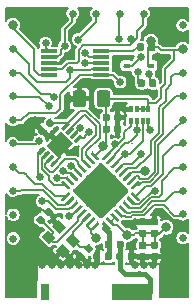
<source format=gbr>
G04 #@! TF.GenerationSoftware,KiCad,Pcbnew,(5.0.0)*
G04 #@! TF.CreationDate,2021-02-11T09:18:10+00:00*
G04 #@! TF.ProjectId,ESPV-BUG,455350562D4255472E6B696361645F70,rev?*
G04 #@! TF.SameCoordinates,Original*
G04 #@! TF.FileFunction,Copper,L1,Top,Signal*
G04 #@! TF.FilePolarity,Positive*
%FSLAX46Y46*%
G04 Gerber Fmt 4.6, Leading zero omitted, Abs format (unit mm)*
G04 Created by KiCad (PCBNEW (5.0.0)) date 02/11/21 09:18:10*
%MOMM*%
%LPD*%
G01*
G04 APERTURE LIST*
G04 #@! TA.AperFunction,SMDPad,CuDef*
%ADD10R,0.800000X1.350000*%
G04 #@! TD*
G04 #@! TA.AperFunction,SMDPad,CuDef*
%ADD11R,3.500000X1.350000*%
G04 #@! TD*
G04 #@! TA.AperFunction,Conductor*
%ADD12C,0.100000*%
G04 #@! TD*
G04 #@! TA.AperFunction,SMDPad,CuDef*
%ADD13C,0.590000*%
G04 #@! TD*
G04 #@! TA.AperFunction,SMDPad,CuDef*
%ADD14R,0.400000X0.500000*%
G04 #@! TD*
G04 #@! TA.AperFunction,SMDPad,CuDef*
%ADD15R,0.300000X0.500000*%
G04 #@! TD*
G04 #@! TA.AperFunction,SMDPad,CuDef*
%ADD16C,1.150000*%
G04 #@! TD*
G04 #@! TA.AperFunction,SMDPad,CuDef*
%ADD17R,0.600000X0.450000*%
G04 #@! TD*
G04 #@! TA.AperFunction,SMDPad,CuDef*
%ADD18R,1.400000X0.300000*%
G04 #@! TD*
G04 #@! TA.AperFunction,SMDPad,CuDef*
%ADD19C,0.300000*%
G04 #@! TD*
G04 #@! TA.AperFunction,SMDPad,CuDef*
%ADD20C,1.450000*%
G04 #@! TD*
G04 #@! TA.AperFunction,SMDPad,CuDef*
%ADD21C,3.450000*%
G04 #@! TD*
G04 #@! TA.AperFunction,SMDPad,CuDef*
%ADD22C,0.250000*%
G04 #@! TD*
G04 #@! TA.AperFunction,SMDPad,CuDef*
%ADD23C,0.800000*%
G04 #@! TD*
G04 #@! TA.AperFunction,ViaPad*
%ADD24C,0.650000*%
G04 #@! TD*
G04 #@! TA.AperFunction,ViaPad*
%ADD25C,0.800000*%
G04 #@! TD*
G04 #@! TA.AperFunction,Conductor*
%ADD26C,0.200000*%
G04 #@! TD*
G04 #@! TA.AperFunction,Conductor*
%ADD27C,0.150000*%
G04 #@! TD*
G04 #@! TA.AperFunction,Conductor*
%ADD28C,0.400000*%
G04 #@! TD*
G04 APERTURE END LIST*
D10*
G04 #@! TO.P,AE1,2*
G04 #@! TO.N,N/C*
X166650000Y-89850000D03*
D11*
G04 #@! TO.P,AE1,1*
G04 #@! TO.N,Net-(AE1-Pad1)*
X174000000Y-89850000D03*
G04 #@! TD*
D12*
G04 #@! TO.N,Net-(AE1-Pad1)*
G04 #@! TO.C,L1*
G36*
X173161958Y-85530710D02*
X173176276Y-85532834D01*
X173190317Y-85536351D01*
X173203946Y-85541228D01*
X173217031Y-85547417D01*
X173229447Y-85554858D01*
X173241073Y-85563481D01*
X173251798Y-85573202D01*
X173261519Y-85583927D01*
X173270142Y-85595553D01*
X173277583Y-85607969D01*
X173283772Y-85621054D01*
X173288649Y-85634683D01*
X173292166Y-85648724D01*
X173294290Y-85663042D01*
X173295000Y-85677500D01*
X173295000Y-86022500D01*
X173294290Y-86036958D01*
X173292166Y-86051276D01*
X173288649Y-86065317D01*
X173283772Y-86078946D01*
X173277583Y-86092031D01*
X173270142Y-86104447D01*
X173261519Y-86116073D01*
X173251798Y-86126798D01*
X173241073Y-86136519D01*
X173229447Y-86145142D01*
X173217031Y-86152583D01*
X173203946Y-86158772D01*
X173190317Y-86163649D01*
X173176276Y-86167166D01*
X173161958Y-86169290D01*
X173147500Y-86170000D01*
X172852500Y-86170000D01*
X172838042Y-86169290D01*
X172823724Y-86167166D01*
X172809683Y-86163649D01*
X172796054Y-86158772D01*
X172782969Y-86152583D01*
X172770553Y-86145142D01*
X172758927Y-86136519D01*
X172748202Y-86126798D01*
X172738481Y-86116073D01*
X172729858Y-86104447D01*
X172722417Y-86092031D01*
X172716228Y-86078946D01*
X172711351Y-86065317D01*
X172707834Y-86051276D01*
X172705710Y-86036958D01*
X172705000Y-86022500D01*
X172705000Y-85677500D01*
X172705710Y-85663042D01*
X172707834Y-85648724D01*
X172711351Y-85634683D01*
X172716228Y-85621054D01*
X172722417Y-85607969D01*
X172729858Y-85595553D01*
X172738481Y-85583927D01*
X172748202Y-85573202D01*
X172758927Y-85563481D01*
X172770553Y-85554858D01*
X172782969Y-85547417D01*
X172796054Y-85541228D01*
X172809683Y-85536351D01*
X172823724Y-85532834D01*
X172838042Y-85530710D01*
X172852500Y-85530000D01*
X173147500Y-85530000D01*
X173161958Y-85530710D01*
X173161958Y-85530710D01*
G37*
D13*
G04 #@! TD*
G04 #@! TO.P,L1,2*
G04 #@! TO.N,Net-(AE1-Pad1)*
X173000000Y-85850000D03*
D12*
G04 #@! TO.N,/ANT*
G04 #@! TO.C,L1*
G36*
X172191958Y-85530710D02*
X172206276Y-85532834D01*
X172220317Y-85536351D01*
X172233946Y-85541228D01*
X172247031Y-85547417D01*
X172259447Y-85554858D01*
X172271073Y-85563481D01*
X172281798Y-85573202D01*
X172291519Y-85583927D01*
X172300142Y-85595553D01*
X172307583Y-85607969D01*
X172313772Y-85621054D01*
X172318649Y-85634683D01*
X172322166Y-85648724D01*
X172324290Y-85663042D01*
X172325000Y-85677500D01*
X172325000Y-86022500D01*
X172324290Y-86036958D01*
X172322166Y-86051276D01*
X172318649Y-86065317D01*
X172313772Y-86078946D01*
X172307583Y-86092031D01*
X172300142Y-86104447D01*
X172291519Y-86116073D01*
X172281798Y-86126798D01*
X172271073Y-86136519D01*
X172259447Y-86145142D01*
X172247031Y-86152583D01*
X172233946Y-86158772D01*
X172220317Y-86163649D01*
X172206276Y-86167166D01*
X172191958Y-86169290D01*
X172177500Y-86170000D01*
X171882500Y-86170000D01*
X171868042Y-86169290D01*
X171853724Y-86167166D01*
X171839683Y-86163649D01*
X171826054Y-86158772D01*
X171812969Y-86152583D01*
X171800553Y-86145142D01*
X171788927Y-86136519D01*
X171778202Y-86126798D01*
X171768481Y-86116073D01*
X171759858Y-86104447D01*
X171752417Y-86092031D01*
X171746228Y-86078946D01*
X171741351Y-86065317D01*
X171737834Y-86051276D01*
X171735710Y-86036958D01*
X171735000Y-86022500D01*
X171735000Y-85677500D01*
X171735710Y-85663042D01*
X171737834Y-85648724D01*
X171741351Y-85634683D01*
X171746228Y-85621054D01*
X171752417Y-85607969D01*
X171759858Y-85595553D01*
X171768481Y-85583927D01*
X171778202Y-85573202D01*
X171788927Y-85563481D01*
X171800553Y-85554858D01*
X171812969Y-85547417D01*
X171826054Y-85541228D01*
X171839683Y-85536351D01*
X171853724Y-85532834D01*
X171868042Y-85530710D01*
X171882500Y-85530000D01*
X172177500Y-85530000D01*
X172191958Y-85530710D01*
X172191958Y-85530710D01*
G37*
D13*
G04 #@! TD*
G04 #@! TO.P,L1,1*
G04 #@! TO.N,/ANT*
X172030000Y-85850000D03*
D12*
G04 #@! TO.N,GND*
G04 #@! TO.C,C1*
G36*
X166410886Y-75862830D02*
X166425204Y-75864954D01*
X166439245Y-75868471D01*
X166452874Y-75873348D01*
X166465959Y-75879537D01*
X166478375Y-75886978D01*
X166490001Y-75895601D01*
X166500726Y-75905322D01*
X166744678Y-76149274D01*
X166754399Y-76159999D01*
X166763022Y-76171625D01*
X166770463Y-76184041D01*
X166776652Y-76197126D01*
X166781529Y-76210755D01*
X166785046Y-76224796D01*
X166787170Y-76239114D01*
X166787880Y-76253572D01*
X166787170Y-76268030D01*
X166785046Y-76282348D01*
X166781529Y-76296389D01*
X166776652Y-76310018D01*
X166770463Y-76323103D01*
X166763022Y-76335519D01*
X166754399Y-76347145D01*
X166744678Y-76357870D01*
X166536082Y-76566466D01*
X166525357Y-76576187D01*
X166513731Y-76584810D01*
X166501315Y-76592251D01*
X166488230Y-76598440D01*
X166474601Y-76603317D01*
X166460560Y-76606834D01*
X166446242Y-76608958D01*
X166431784Y-76609668D01*
X166417326Y-76608958D01*
X166403008Y-76606834D01*
X166388967Y-76603317D01*
X166375338Y-76598440D01*
X166362253Y-76592251D01*
X166349837Y-76584810D01*
X166338211Y-76576187D01*
X166327486Y-76566466D01*
X166083534Y-76322514D01*
X166073813Y-76311789D01*
X166065190Y-76300163D01*
X166057749Y-76287747D01*
X166051560Y-76274662D01*
X166046683Y-76261033D01*
X166043166Y-76246992D01*
X166041042Y-76232674D01*
X166040332Y-76218216D01*
X166041042Y-76203758D01*
X166043166Y-76189440D01*
X166046683Y-76175399D01*
X166051560Y-76161770D01*
X166057749Y-76148685D01*
X166065190Y-76136269D01*
X166073813Y-76124643D01*
X166083534Y-76113918D01*
X166292130Y-75905322D01*
X166302855Y-75895601D01*
X166314481Y-75886978D01*
X166326897Y-75879537D01*
X166339982Y-75873348D01*
X166353611Y-75868471D01*
X166367652Y-75864954D01*
X166381970Y-75862830D01*
X166396428Y-75862120D01*
X166410886Y-75862830D01*
X166410886Y-75862830D01*
G37*
D13*
G04 #@! TD*
G04 #@! TO.P,C1,2*
G04 #@! TO.N,GND*
X166414106Y-76235894D03*
D12*
G04 #@! TO.N,/GP11*
G04 #@! TO.C,C1*
G36*
X167096780Y-75176936D02*
X167111098Y-75179060D01*
X167125139Y-75182577D01*
X167138768Y-75187454D01*
X167151853Y-75193643D01*
X167164269Y-75201084D01*
X167175895Y-75209707D01*
X167186620Y-75219428D01*
X167430572Y-75463380D01*
X167440293Y-75474105D01*
X167448916Y-75485731D01*
X167456357Y-75498147D01*
X167462546Y-75511232D01*
X167467423Y-75524861D01*
X167470940Y-75538902D01*
X167473064Y-75553220D01*
X167473774Y-75567678D01*
X167473064Y-75582136D01*
X167470940Y-75596454D01*
X167467423Y-75610495D01*
X167462546Y-75624124D01*
X167456357Y-75637209D01*
X167448916Y-75649625D01*
X167440293Y-75661251D01*
X167430572Y-75671976D01*
X167221976Y-75880572D01*
X167211251Y-75890293D01*
X167199625Y-75898916D01*
X167187209Y-75906357D01*
X167174124Y-75912546D01*
X167160495Y-75917423D01*
X167146454Y-75920940D01*
X167132136Y-75923064D01*
X167117678Y-75923774D01*
X167103220Y-75923064D01*
X167088902Y-75920940D01*
X167074861Y-75917423D01*
X167061232Y-75912546D01*
X167048147Y-75906357D01*
X167035731Y-75898916D01*
X167024105Y-75890293D01*
X167013380Y-75880572D01*
X166769428Y-75636620D01*
X166759707Y-75625895D01*
X166751084Y-75614269D01*
X166743643Y-75601853D01*
X166737454Y-75588768D01*
X166732577Y-75575139D01*
X166729060Y-75561098D01*
X166726936Y-75546780D01*
X166726226Y-75532322D01*
X166726936Y-75517864D01*
X166729060Y-75503546D01*
X166732577Y-75489505D01*
X166737454Y-75475876D01*
X166743643Y-75462791D01*
X166751084Y-75450375D01*
X166759707Y-75438749D01*
X166769428Y-75428024D01*
X166978024Y-75219428D01*
X166988749Y-75209707D01*
X167000375Y-75201084D01*
X167012791Y-75193643D01*
X167025876Y-75187454D01*
X167039505Y-75182577D01*
X167053546Y-75179060D01*
X167067864Y-75176936D01*
X167082322Y-75176226D01*
X167096780Y-75176936D01*
X167096780Y-75176936D01*
G37*
D13*
G04 #@! TD*
G04 #@! TO.P,C1,1*
G04 #@! TO.N,/GP11*
X167100000Y-75550000D03*
D12*
G04 #@! TO.N,GND*
G04 #@! TO.C,C8*
G36*
X175086958Y-83635710D02*
X175101276Y-83637834D01*
X175115317Y-83641351D01*
X175128946Y-83646228D01*
X175142031Y-83652417D01*
X175154447Y-83659858D01*
X175166073Y-83668481D01*
X175176798Y-83678202D01*
X175186519Y-83688927D01*
X175195142Y-83700553D01*
X175202583Y-83712969D01*
X175208772Y-83726054D01*
X175213649Y-83739683D01*
X175217166Y-83753724D01*
X175219290Y-83768042D01*
X175220000Y-83782500D01*
X175220000Y-84077500D01*
X175219290Y-84091958D01*
X175217166Y-84106276D01*
X175213649Y-84120317D01*
X175208772Y-84133946D01*
X175202583Y-84147031D01*
X175195142Y-84159447D01*
X175186519Y-84171073D01*
X175176798Y-84181798D01*
X175166073Y-84191519D01*
X175154447Y-84200142D01*
X175142031Y-84207583D01*
X175128946Y-84213772D01*
X175115317Y-84218649D01*
X175101276Y-84222166D01*
X175086958Y-84224290D01*
X175072500Y-84225000D01*
X174727500Y-84225000D01*
X174713042Y-84224290D01*
X174698724Y-84222166D01*
X174684683Y-84218649D01*
X174671054Y-84213772D01*
X174657969Y-84207583D01*
X174645553Y-84200142D01*
X174633927Y-84191519D01*
X174623202Y-84181798D01*
X174613481Y-84171073D01*
X174604858Y-84159447D01*
X174597417Y-84147031D01*
X174591228Y-84133946D01*
X174586351Y-84120317D01*
X174582834Y-84106276D01*
X174580710Y-84091958D01*
X174580000Y-84077500D01*
X174580000Y-83782500D01*
X174580710Y-83768042D01*
X174582834Y-83753724D01*
X174586351Y-83739683D01*
X174591228Y-83726054D01*
X174597417Y-83712969D01*
X174604858Y-83700553D01*
X174613481Y-83688927D01*
X174623202Y-83678202D01*
X174633927Y-83668481D01*
X174645553Y-83659858D01*
X174657969Y-83652417D01*
X174671054Y-83646228D01*
X174684683Y-83641351D01*
X174698724Y-83637834D01*
X174713042Y-83635710D01*
X174727500Y-83635000D01*
X175072500Y-83635000D01*
X175086958Y-83635710D01*
X175086958Y-83635710D01*
G37*
D13*
G04 #@! TD*
G04 #@! TO.P,C8,2*
G04 #@! TO.N,GND*
X174900000Y-83930000D03*
D12*
G04 #@! TO.N,+3.3VA*
G04 #@! TO.C,C8*
G36*
X175086958Y-84605710D02*
X175101276Y-84607834D01*
X175115317Y-84611351D01*
X175128946Y-84616228D01*
X175142031Y-84622417D01*
X175154447Y-84629858D01*
X175166073Y-84638481D01*
X175176798Y-84648202D01*
X175186519Y-84658927D01*
X175195142Y-84670553D01*
X175202583Y-84682969D01*
X175208772Y-84696054D01*
X175213649Y-84709683D01*
X175217166Y-84723724D01*
X175219290Y-84738042D01*
X175220000Y-84752500D01*
X175220000Y-85047500D01*
X175219290Y-85061958D01*
X175217166Y-85076276D01*
X175213649Y-85090317D01*
X175208772Y-85103946D01*
X175202583Y-85117031D01*
X175195142Y-85129447D01*
X175186519Y-85141073D01*
X175176798Y-85151798D01*
X175166073Y-85161519D01*
X175154447Y-85170142D01*
X175142031Y-85177583D01*
X175128946Y-85183772D01*
X175115317Y-85188649D01*
X175101276Y-85192166D01*
X175086958Y-85194290D01*
X175072500Y-85195000D01*
X174727500Y-85195000D01*
X174713042Y-85194290D01*
X174698724Y-85192166D01*
X174684683Y-85188649D01*
X174671054Y-85183772D01*
X174657969Y-85177583D01*
X174645553Y-85170142D01*
X174633927Y-85161519D01*
X174623202Y-85151798D01*
X174613481Y-85141073D01*
X174604858Y-85129447D01*
X174597417Y-85117031D01*
X174591228Y-85103946D01*
X174586351Y-85090317D01*
X174582834Y-85076276D01*
X174580710Y-85061958D01*
X174580000Y-85047500D01*
X174580000Y-84752500D01*
X174580710Y-84738042D01*
X174582834Y-84723724D01*
X174586351Y-84709683D01*
X174591228Y-84696054D01*
X174597417Y-84682969D01*
X174604858Y-84670553D01*
X174613481Y-84658927D01*
X174623202Y-84648202D01*
X174633927Y-84638481D01*
X174645553Y-84629858D01*
X174657969Y-84622417D01*
X174671054Y-84616228D01*
X174684683Y-84611351D01*
X174698724Y-84607834D01*
X174713042Y-84605710D01*
X174727500Y-84605000D01*
X175072500Y-84605000D01*
X175086958Y-84605710D01*
X175086958Y-84605710D01*
G37*
D13*
G04 #@! TD*
G04 #@! TO.P,C8,1*
G04 #@! TO.N,+3.3VA*
X174900000Y-84900000D03*
D12*
G04 #@! TO.N,GND*
G04 #@! TO.C,C14*
G36*
X176086958Y-83635710D02*
X176101276Y-83637834D01*
X176115317Y-83641351D01*
X176128946Y-83646228D01*
X176142031Y-83652417D01*
X176154447Y-83659858D01*
X176166073Y-83668481D01*
X176176798Y-83678202D01*
X176186519Y-83688927D01*
X176195142Y-83700553D01*
X176202583Y-83712969D01*
X176208772Y-83726054D01*
X176213649Y-83739683D01*
X176217166Y-83753724D01*
X176219290Y-83768042D01*
X176220000Y-83782500D01*
X176220000Y-84077500D01*
X176219290Y-84091958D01*
X176217166Y-84106276D01*
X176213649Y-84120317D01*
X176208772Y-84133946D01*
X176202583Y-84147031D01*
X176195142Y-84159447D01*
X176186519Y-84171073D01*
X176176798Y-84181798D01*
X176166073Y-84191519D01*
X176154447Y-84200142D01*
X176142031Y-84207583D01*
X176128946Y-84213772D01*
X176115317Y-84218649D01*
X176101276Y-84222166D01*
X176086958Y-84224290D01*
X176072500Y-84225000D01*
X175727500Y-84225000D01*
X175713042Y-84224290D01*
X175698724Y-84222166D01*
X175684683Y-84218649D01*
X175671054Y-84213772D01*
X175657969Y-84207583D01*
X175645553Y-84200142D01*
X175633927Y-84191519D01*
X175623202Y-84181798D01*
X175613481Y-84171073D01*
X175604858Y-84159447D01*
X175597417Y-84147031D01*
X175591228Y-84133946D01*
X175586351Y-84120317D01*
X175582834Y-84106276D01*
X175580710Y-84091958D01*
X175580000Y-84077500D01*
X175580000Y-83782500D01*
X175580710Y-83768042D01*
X175582834Y-83753724D01*
X175586351Y-83739683D01*
X175591228Y-83726054D01*
X175597417Y-83712969D01*
X175604858Y-83700553D01*
X175613481Y-83688927D01*
X175623202Y-83678202D01*
X175633927Y-83668481D01*
X175645553Y-83659858D01*
X175657969Y-83652417D01*
X175671054Y-83646228D01*
X175684683Y-83641351D01*
X175698724Y-83637834D01*
X175713042Y-83635710D01*
X175727500Y-83635000D01*
X176072500Y-83635000D01*
X176086958Y-83635710D01*
X176086958Y-83635710D01*
G37*
D13*
G04 #@! TD*
G04 #@! TO.P,C14,2*
G04 #@! TO.N,GND*
X175900000Y-83930000D03*
D12*
G04 #@! TO.N,+3.3VA*
G04 #@! TO.C,C14*
G36*
X176086958Y-84605710D02*
X176101276Y-84607834D01*
X176115317Y-84611351D01*
X176128946Y-84616228D01*
X176142031Y-84622417D01*
X176154447Y-84629858D01*
X176166073Y-84638481D01*
X176176798Y-84648202D01*
X176186519Y-84658927D01*
X176195142Y-84670553D01*
X176202583Y-84682969D01*
X176208772Y-84696054D01*
X176213649Y-84709683D01*
X176217166Y-84723724D01*
X176219290Y-84738042D01*
X176220000Y-84752500D01*
X176220000Y-85047500D01*
X176219290Y-85061958D01*
X176217166Y-85076276D01*
X176213649Y-85090317D01*
X176208772Y-85103946D01*
X176202583Y-85117031D01*
X176195142Y-85129447D01*
X176186519Y-85141073D01*
X176176798Y-85151798D01*
X176166073Y-85161519D01*
X176154447Y-85170142D01*
X176142031Y-85177583D01*
X176128946Y-85183772D01*
X176115317Y-85188649D01*
X176101276Y-85192166D01*
X176086958Y-85194290D01*
X176072500Y-85195000D01*
X175727500Y-85195000D01*
X175713042Y-85194290D01*
X175698724Y-85192166D01*
X175684683Y-85188649D01*
X175671054Y-85183772D01*
X175657969Y-85177583D01*
X175645553Y-85170142D01*
X175633927Y-85161519D01*
X175623202Y-85151798D01*
X175613481Y-85141073D01*
X175604858Y-85129447D01*
X175597417Y-85117031D01*
X175591228Y-85103946D01*
X175586351Y-85090317D01*
X175582834Y-85076276D01*
X175580710Y-85061958D01*
X175580000Y-85047500D01*
X175580000Y-84752500D01*
X175580710Y-84738042D01*
X175582834Y-84723724D01*
X175586351Y-84709683D01*
X175591228Y-84696054D01*
X175597417Y-84682969D01*
X175604858Y-84670553D01*
X175613481Y-84658927D01*
X175623202Y-84648202D01*
X175633927Y-84638481D01*
X175645553Y-84629858D01*
X175657969Y-84622417D01*
X175671054Y-84616228D01*
X175684683Y-84611351D01*
X175698724Y-84607834D01*
X175713042Y-84605710D01*
X175727500Y-84605000D01*
X176072500Y-84605000D01*
X176086958Y-84605710D01*
X176086958Y-84605710D01*
G37*
D13*
G04 #@! TD*
G04 #@! TO.P,C14,1*
G04 #@! TO.N,+3.3VA*
X175900000Y-84900000D03*
D12*
G04 #@! TO.N,GND*
G04 #@! TO.C,C2*
G36*
X166946780Y-82726936D02*
X166961098Y-82729060D01*
X166975139Y-82732577D01*
X166988768Y-82737454D01*
X167001853Y-82743643D01*
X167014269Y-82751084D01*
X167025895Y-82759707D01*
X167036620Y-82769428D01*
X167280572Y-83013380D01*
X167290293Y-83024105D01*
X167298916Y-83035731D01*
X167306357Y-83048147D01*
X167312546Y-83061232D01*
X167317423Y-83074861D01*
X167320940Y-83088902D01*
X167323064Y-83103220D01*
X167323774Y-83117678D01*
X167323064Y-83132136D01*
X167320940Y-83146454D01*
X167317423Y-83160495D01*
X167312546Y-83174124D01*
X167306357Y-83187209D01*
X167298916Y-83199625D01*
X167290293Y-83211251D01*
X167280572Y-83221976D01*
X167071976Y-83430572D01*
X167061251Y-83440293D01*
X167049625Y-83448916D01*
X167037209Y-83456357D01*
X167024124Y-83462546D01*
X167010495Y-83467423D01*
X166996454Y-83470940D01*
X166982136Y-83473064D01*
X166967678Y-83473774D01*
X166953220Y-83473064D01*
X166938902Y-83470940D01*
X166924861Y-83467423D01*
X166911232Y-83462546D01*
X166898147Y-83456357D01*
X166885731Y-83448916D01*
X166874105Y-83440293D01*
X166863380Y-83430572D01*
X166619428Y-83186620D01*
X166609707Y-83175895D01*
X166601084Y-83164269D01*
X166593643Y-83151853D01*
X166587454Y-83138768D01*
X166582577Y-83125139D01*
X166579060Y-83111098D01*
X166576936Y-83096780D01*
X166576226Y-83082322D01*
X166576936Y-83067864D01*
X166579060Y-83053546D01*
X166582577Y-83039505D01*
X166587454Y-83025876D01*
X166593643Y-83012791D01*
X166601084Y-83000375D01*
X166609707Y-82988749D01*
X166619428Y-82978024D01*
X166828024Y-82769428D01*
X166838749Y-82759707D01*
X166850375Y-82751084D01*
X166862791Y-82743643D01*
X166875876Y-82737454D01*
X166889505Y-82732577D01*
X166903546Y-82729060D01*
X166917864Y-82726936D01*
X166932322Y-82726226D01*
X166946780Y-82726936D01*
X166946780Y-82726936D01*
G37*
D13*
G04 #@! TD*
G04 #@! TO.P,C2,2*
G04 #@! TO.N,GND*
X166950000Y-83100000D03*
D12*
G04 #@! TO.N,Net-(C2-Pad1)*
G04 #@! TO.C,C2*
G36*
X166260886Y-83412830D02*
X166275204Y-83414954D01*
X166289245Y-83418471D01*
X166302874Y-83423348D01*
X166315959Y-83429537D01*
X166328375Y-83436978D01*
X166340001Y-83445601D01*
X166350726Y-83455322D01*
X166594678Y-83699274D01*
X166604399Y-83709999D01*
X166613022Y-83721625D01*
X166620463Y-83734041D01*
X166626652Y-83747126D01*
X166631529Y-83760755D01*
X166635046Y-83774796D01*
X166637170Y-83789114D01*
X166637880Y-83803572D01*
X166637170Y-83818030D01*
X166635046Y-83832348D01*
X166631529Y-83846389D01*
X166626652Y-83860018D01*
X166620463Y-83873103D01*
X166613022Y-83885519D01*
X166604399Y-83897145D01*
X166594678Y-83907870D01*
X166386082Y-84116466D01*
X166375357Y-84126187D01*
X166363731Y-84134810D01*
X166351315Y-84142251D01*
X166338230Y-84148440D01*
X166324601Y-84153317D01*
X166310560Y-84156834D01*
X166296242Y-84158958D01*
X166281784Y-84159668D01*
X166267326Y-84158958D01*
X166253008Y-84156834D01*
X166238967Y-84153317D01*
X166225338Y-84148440D01*
X166212253Y-84142251D01*
X166199837Y-84134810D01*
X166188211Y-84126187D01*
X166177486Y-84116466D01*
X165933534Y-83872514D01*
X165923813Y-83861789D01*
X165915190Y-83850163D01*
X165907749Y-83837747D01*
X165901560Y-83824662D01*
X165896683Y-83811033D01*
X165893166Y-83796992D01*
X165891042Y-83782674D01*
X165890332Y-83768216D01*
X165891042Y-83753758D01*
X165893166Y-83739440D01*
X165896683Y-83725399D01*
X165901560Y-83711770D01*
X165907749Y-83698685D01*
X165915190Y-83686269D01*
X165923813Y-83674643D01*
X165933534Y-83663918D01*
X166142130Y-83455322D01*
X166152855Y-83445601D01*
X166164481Y-83436978D01*
X166176897Y-83429537D01*
X166189982Y-83423348D01*
X166203611Y-83418471D01*
X166217652Y-83414954D01*
X166231970Y-83412830D01*
X166246428Y-83412120D01*
X166260886Y-83412830D01*
X166260886Y-83412830D01*
G37*
D13*
G04 #@! TD*
G04 #@! TO.P,C2,1*
G04 #@! TO.N,Net-(C2-Pad1)*
X166264106Y-83785894D03*
D12*
G04 #@! TO.N,GND*
G04 #@! TO.C,C5*
G36*
X169660886Y-86512830D02*
X169675204Y-86514954D01*
X169689245Y-86518471D01*
X169702874Y-86523348D01*
X169715959Y-86529537D01*
X169728375Y-86536978D01*
X169740001Y-86545601D01*
X169750726Y-86555322D01*
X169994678Y-86799274D01*
X170004399Y-86809999D01*
X170013022Y-86821625D01*
X170020463Y-86834041D01*
X170026652Y-86847126D01*
X170031529Y-86860755D01*
X170035046Y-86874796D01*
X170037170Y-86889114D01*
X170037880Y-86903572D01*
X170037170Y-86918030D01*
X170035046Y-86932348D01*
X170031529Y-86946389D01*
X170026652Y-86960018D01*
X170020463Y-86973103D01*
X170013022Y-86985519D01*
X170004399Y-86997145D01*
X169994678Y-87007870D01*
X169786082Y-87216466D01*
X169775357Y-87226187D01*
X169763731Y-87234810D01*
X169751315Y-87242251D01*
X169738230Y-87248440D01*
X169724601Y-87253317D01*
X169710560Y-87256834D01*
X169696242Y-87258958D01*
X169681784Y-87259668D01*
X169667326Y-87258958D01*
X169653008Y-87256834D01*
X169638967Y-87253317D01*
X169625338Y-87248440D01*
X169612253Y-87242251D01*
X169599837Y-87234810D01*
X169588211Y-87226187D01*
X169577486Y-87216466D01*
X169333534Y-86972514D01*
X169323813Y-86961789D01*
X169315190Y-86950163D01*
X169307749Y-86937747D01*
X169301560Y-86924662D01*
X169296683Y-86911033D01*
X169293166Y-86896992D01*
X169291042Y-86882674D01*
X169290332Y-86868216D01*
X169291042Y-86853758D01*
X169293166Y-86839440D01*
X169296683Y-86825399D01*
X169301560Y-86811770D01*
X169307749Y-86798685D01*
X169315190Y-86786269D01*
X169323813Y-86774643D01*
X169333534Y-86763918D01*
X169542130Y-86555322D01*
X169552855Y-86545601D01*
X169564481Y-86536978D01*
X169576897Y-86529537D01*
X169589982Y-86523348D01*
X169603611Y-86518471D01*
X169617652Y-86514954D01*
X169631970Y-86512830D01*
X169646428Y-86512120D01*
X169660886Y-86512830D01*
X169660886Y-86512830D01*
G37*
D13*
G04 #@! TD*
G04 #@! TO.P,C5,2*
G04 #@! TO.N,GND*
X169664106Y-86885894D03*
D12*
G04 #@! TO.N,Net-(C5-Pad1)*
G04 #@! TO.C,C5*
G36*
X170346780Y-85826936D02*
X170361098Y-85829060D01*
X170375139Y-85832577D01*
X170388768Y-85837454D01*
X170401853Y-85843643D01*
X170414269Y-85851084D01*
X170425895Y-85859707D01*
X170436620Y-85869428D01*
X170680572Y-86113380D01*
X170690293Y-86124105D01*
X170698916Y-86135731D01*
X170706357Y-86148147D01*
X170712546Y-86161232D01*
X170717423Y-86174861D01*
X170720940Y-86188902D01*
X170723064Y-86203220D01*
X170723774Y-86217678D01*
X170723064Y-86232136D01*
X170720940Y-86246454D01*
X170717423Y-86260495D01*
X170712546Y-86274124D01*
X170706357Y-86287209D01*
X170698916Y-86299625D01*
X170690293Y-86311251D01*
X170680572Y-86321976D01*
X170471976Y-86530572D01*
X170461251Y-86540293D01*
X170449625Y-86548916D01*
X170437209Y-86556357D01*
X170424124Y-86562546D01*
X170410495Y-86567423D01*
X170396454Y-86570940D01*
X170382136Y-86573064D01*
X170367678Y-86573774D01*
X170353220Y-86573064D01*
X170338902Y-86570940D01*
X170324861Y-86567423D01*
X170311232Y-86562546D01*
X170298147Y-86556357D01*
X170285731Y-86548916D01*
X170274105Y-86540293D01*
X170263380Y-86530572D01*
X170019428Y-86286620D01*
X170009707Y-86275895D01*
X170001084Y-86264269D01*
X169993643Y-86251853D01*
X169987454Y-86238768D01*
X169982577Y-86225139D01*
X169979060Y-86211098D01*
X169976936Y-86196780D01*
X169976226Y-86182322D01*
X169976936Y-86167864D01*
X169979060Y-86153546D01*
X169982577Y-86139505D01*
X169987454Y-86125876D01*
X169993643Y-86112791D01*
X170001084Y-86100375D01*
X170009707Y-86088749D01*
X170019428Y-86078024D01*
X170228024Y-85869428D01*
X170238749Y-85859707D01*
X170250375Y-85851084D01*
X170262791Y-85843643D01*
X170275876Y-85837454D01*
X170289505Y-85832577D01*
X170303546Y-85829060D01*
X170317864Y-85826936D01*
X170332322Y-85826226D01*
X170346780Y-85826936D01*
X170346780Y-85826936D01*
G37*
D13*
G04 #@! TD*
G04 #@! TO.P,C5,1*
G04 #@! TO.N,Net-(C5-Pad1)*
X170350000Y-86200000D03*
D12*
G04 #@! TO.N,GND*
G04 #@! TO.C,C13*
G36*
X172961958Y-74780710D02*
X172976276Y-74782834D01*
X172990317Y-74786351D01*
X173003946Y-74791228D01*
X173017031Y-74797417D01*
X173029447Y-74804858D01*
X173041073Y-74813481D01*
X173051798Y-74823202D01*
X173061519Y-74833927D01*
X173070142Y-74845553D01*
X173077583Y-74857969D01*
X173083772Y-74871054D01*
X173088649Y-74884683D01*
X173092166Y-74898724D01*
X173094290Y-74913042D01*
X173095000Y-74927500D01*
X173095000Y-75272500D01*
X173094290Y-75286958D01*
X173092166Y-75301276D01*
X173088649Y-75315317D01*
X173083772Y-75328946D01*
X173077583Y-75342031D01*
X173070142Y-75354447D01*
X173061519Y-75366073D01*
X173051798Y-75376798D01*
X173041073Y-75386519D01*
X173029447Y-75395142D01*
X173017031Y-75402583D01*
X173003946Y-75408772D01*
X172990317Y-75413649D01*
X172976276Y-75417166D01*
X172961958Y-75419290D01*
X172947500Y-75420000D01*
X172652500Y-75420000D01*
X172638042Y-75419290D01*
X172623724Y-75417166D01*
X172609683Y-75413649D01*
X172596054Y-75408772D01*
X172582969Y-75402583D01*
X172570553Y-75395142D01*
X172558927Y-75386519D01*
X172548202Y-75376798D01*
X172538481Y-75366073D01*
X172529858Y-75354447D01*
X172522417Y-75342031D01*
X172516228Y-75328946D01*
X172511351Y-75315317D01*
X172507834Y-75301276D01*
X172505710Y-75286958D01*
X172505000Y-75272500D01*
X172505000Y-74927500D01*
X172505710Y-74913042D01*
X172507834Y-74898724D01*
X172511351Y-74884683D01*
X172516228Y-74871054D01*
X172522417Y-74857969D01*
X172529858Y-74845553D01*
X172538481Y-74833927D01*
X172548202Y-74823202D01*
X172558927Y-74813481D01*
X172570553Y-74804858D01*
X172582969Y-74797417D01*
X172596054Y-74791228D01*
X172609683Y-74786351D01*
X172623724Y-74782834D01*
X172638042Y-74780710D01*
X172652500Y-74780000D01*
X172947500Y-74780000D01*
X172961958Y-74780710D01*
X172961958Y-74780710D01*
G37*
D13*
G04 #@! TD*
G04 #@! TO.P,C13,2*
G04 #@! TO.N,GND*
X172800000Y-75100000D03*
D12*
G04 #@! TO.N,+3V3*
G04 #@! TO.C,C13*
G36*
X171991958Y-74780710D02*
X172006276Y-74782834D01*
X172020317Y-74786351D01*
X172033946Y-74791228D01*
X172047031Y-74797417D01*
X172059447Y-74804858D01*
X172071073Y-74813481D01*
X172081798Y-74823202D01*
X172091519Y-74833927D01*
X172100142Y-74845553D01*
X172107583Y-74857969D01*
X172113772Y-74871054D01*
X172118649Y-74884683D01*
X172122166Y-74898724D01*
X172124290Y-74913042D01*
X172125000Y-74927500D01*
X172125000Y-75272500D01*
X172124290Y-75286958D01*
X172122166Y-75301276D01*
X172118649Y-75315317D01*
X172113772Y-75328946D01*
X172107583Y-75342031D01*
X172100142Y-75354447D01*
X172091519Y-75366073D01*
X172081798Y-75376798D01*
X172071073Y-75386519D01*
X172059447Y-75395142D01*
X172047031Y-75402583D01*
X172033946Y-75408772D01*
X172020317Y-75413649D01*
X172006276Y-75417166D01*
X171991958Y-75419290D01*
X171977500Y-75420000D01*
X171682500Y-75420000D01*
X171668042Y-75419290D01*
X171653724Y-75417166D01*
X171639683Y-75413649D01*
X171626054Y-75408772D01*
X171612969Y-75402583D01*
X171600553Y-75395142D01*
X171588927Y-75386519D01*
X171578202Y-75376798D01*
X171568481Y-75366073D01*
X171559858Y-75354447D01*
X171552417Y-75342031D01*
X171546228Y-75328946D01*
X171541351Y-75315317D01*
X171537834Y-75301276D01*
X171535710Y-75286958D01*
X171535000Y-75272500D01*
X171535000Y-74927500D01*
X171535710Y-74913042D01*
X171537834Y-74898724D01*
X171541351Y-74884683D01*
X171546228Y-74871054D01*
X171552417Y-74857969D01*
X171559858Y-74845553D01*
X171568481Y-74833927D01*
X171578202Y-74823202D01*
X171588927Y-74813481D01*
X171600553Y-74804858D01*
X171612969Y-74797417D01*
X171626054Y-74791228D01*
X171639683Y-74786351D01*
X171653724Y-74782834D01*
X171668042Y-74780710D01*
X171682500Y-74780000D01*
X171977500Y-74780000D01*
X171991958Y-74780710D01*
X171991958Y-74780710D01*
G37*
D13*
G04 #@! TD*
G04 #@! TO.P,C13,1*
G04 #@! TO.N,+3V3*
X171830000Y-75100000D03*
D12*
G04 #@! TO.N,GND*
G04 #@! TO.C,C10*
G36*
X176101958Y-86590710D02*
X176116276Y-86592834D01*
X176130317Y-86596351D01*
X176143946Y-86601228D01*
X176157031Y-86607417D01*
X176169447Y-86614858D01*
X176181073Y-86623481D01*
X176191798Y-86633202D01*
X176201519Y-86643927D01*
X176210142Y-86655553D01*
X176217583Y-86667969D01*
X176223772Y-86681054D01*
X176228649Y-86694683D01*
X176232166Y-86708724D01*
X176234290Y-86723042D01*
X176235000Y-86737500D01*
X176235000Y-87032500D01*
X176234290Y-87046958D01*
X176232166Y-87061276D01*
X176228649Y-87075317D01*
X176223772Y-87088946D01*
X176217583Y-87102031D01*
X176210142Y-87114447D01*
X176201519Y-87126073D01*
X176191798Y-87136798D01*
X176181073Y-87146519D01*
X176169447Y-87155142D01*
X176157031Y-87162583D01*
X176143946Y-87168772D01*
X176130317Y-87173649D01*
X176116276Y-87177166D01*
X176101958Y-87179290D01*
X176087500Y-87180000D01*
X175742500Y-87180000D01*
X175728042Y-87179290D01*
X175713724Y-87177166D01*
X175699683Y-87173649D01*
X175686054Y-87168772D01*
X175672969Y-87162583D01*
X175660553Y-87155142D01*
X175648927Y-87146519D01*
X175638202Y-87136798D01*
X175628481Y-87126073D01*
X175619858Y-87114447D01*
X175612417Y-87102031D01*
X175606228Y-87088946D01*
X175601351Y-87075317D01*
X175597834Y-87061276D01*
X175595710Y-87046958D01*
X175595000Y-87032500D01*
X175595000Y-86737500D01*
X175595710Y-86723042D01*
X175597834Y-86708724D01*
X175601351Y-86694683D01*
X175606228Y-86681054D01*
X175612417Y-86667969D01*
X175619858Y-86655553D01*
X175628481Y-86643927D01*
X175638202Y-86633202D01*
X175648927Y-86623481D01*
X175660553Y-86614858D01*
X175672969Y-86607417D01*
X175686054Y-86601228D01*
X175699683Y-86596351D01*
X175713724Y-86592834D01*
X175728042Y-86590710D01*
X175742500Y-86590000D01*
X176087500Y-86590000D01*
X176101958Y-86590710D01*
X176101958Y-86590710D01*
G37*
D13*
G04 #@! TD*
G04 #@! TO.P,C10,2*
G04 #@! TO.N,GND*
X175915000Y-86885000D03*
D12*
G04 #@! TO.N,+3.3VA*
G04 #@! TO.C,C10*
G36*
X176101958Y-85620710D02*
X176116276Y-85622834D01*
X176130317Y-85626351D01*
X176143946Y-85631228D01*
X176157031Y-85637417D01*
X176169447Y-85644858D01*
X176181073Y-85653481D01*
X176191798Y-85663202D01*
X176201519Y-85673927D01*
X176210142Y-85685553D01*
X176217583Y-85697969D01*
X176223772Y-85711054D01*
X176228649Y-85724683D01*
X176232166Y-85738724D01*
X176234290Y-85753042D01*
X176235000Y-85767500D01*
X176235000Y-86062500D01*
X176234290Y-86076958D01*
X176232166Y-86091276D01*
X176228649Y-86105317D01*
X176223772Y-86118946D01*
X176217583Y-86132031D01*
X176210142Y-86144447D01*
X176201519Y-86156073D01*
X176191798Y-86166798D01*
X176181073Y-86176519D01*
X176169447Y-86185142D01*
X176157031Y-86192583D01*
X176143946Y-86198772D01*
X176130317Y-86203649D01*
X176116276Y-86207166D01*
X176101958Y-86209290D01*
X176087500Y-86210000D01*
X175742500Y-86210000D01*
X175728042Y-86209290D01*
X175713724Y-86207166D01*
X175699683Y-86203649D01*
X175686054Y-86198772D01*
X175672969Y-86192583D01*
X175660553Y-86185142D01*
X175648927Y-86176519D01*
X175638202Y-86166798D01*
X175628481Y-86156073D01*
X175619858Y-86144447D01*
X175612417Y-86132031D01*
X175606228Y-86118946D01*
X175601351Y-86105317D01*
X175597834Y-86091276D01*
X175595710Y-86076958D01*
X175595000Y-86062500D01*
X175595000Y-85767500D01*
X175595710Y-85753042D01*
X175597834Y-85738724D01*
X175601351Y-85724683D01*
X175606228Y-85711054D01*
X175612417Y-85697969D01*
X175619858Y-85685553D01*
X175628481Y-85673927D01*
X175638202Y-85663202D01*
X175648927Y-85653481D01*
X175660553Y-85644858D01*
X175672969Y-85637417D01*
X175686054Y-85631228D01*
X175699683Y-85626351D01*
X175713724Y-85622834D01*
X175728042Y-85620710D01*
X175742500Y-85620000D01*
X176087500Y-85620000D01*
X176101958Y-85620710D01*
X176101958Y-85620710D01*
G37*
D13*
G04 #@! TD*
G04 #@! TO.P,C10,1*
G04 #@! TO.N,+3.3VA*
X175915000Y-85915000D03*
D12*
G04 #@! TO.N,GND*
G04 #@! TO.C,C11*
G36*
X172961958Y-75780710D02*
X172976276Y-75782834D01*
X172990317Y-75786351D01*
X173003946Y-75791228D01*
X173017031Y-75797417D01*
X173029447Y-75804858D01*
X173041073Y-75813481D01*
X173051798Y-75823202D01*
X173061519Y-75833927D01*
X173070142Y-75845553D01*
X173077583Y-75857969D01*
X173083772Y-75871054D01*
X173088649Y-75884683D01*
X173092166Y-75898724D01*
X173094290Y-75913042D01*
X173095000Y-75927500D01*
X173095000Y-76272500D01*
X173094290Y-76286958D01*
X173092166Y-76301276D01*
X173088649Y-76315317D01*
X173083772Y-76328946D01*
X173077583Y-76342031D01*
X173070142Y-76354447D01*
X173061519Y-76366073D01*
X173051798Y-76376798D01*
X173041073Y-76386519D01*
X173029447Y-76395142D01*
X173017031Y-76402583D01*
X173003946Y-76408772D01*
X172990317Y-76413649D01*
X172976276Y-76417166D01*
X172961958Y-76419290D01*
X172947500Y-76420000D01*
X172652500Y-76420000D01*
X172638042Y-76419290D01*
X172623724Y-76417166D01*
X172609683Y-76413649D01*
X172596054Y-76408772D01*
X172582969Y-76402583D01*
X172570553Y-76395142D01*
X172558927Y-76386519D01*
X172548202Y-76376798D01*
X172538481Y-76366073D01*
X172529858Y-76354447D01*
X172522417Y-76342031D01*
X172516228Y-76328946D01*
X172511351Y-76315317D01*
X172507834Y-76301276D01*
X172505710Y-76286958D01*
X172505000Y-76272500D01*
X172505000Y-75927500D01*
X172505710Y-75913042D01*
X172507834Y-75898724D01*
X172511351Y-75884683D01*
X172516228Y-75871054D01*
X172522417Y-75857969D01*
X172529858Y-75845553D01*
X172538481Y-75833927D01*
X172548202Y-75823202D01*
X172558927Y-75813481D01*
X172570553Y-75804858D01*
X172582969Y-75797417D01*
X172596054Y-75791228D01*
X172609683Y-75786351D01*
X172623724Y-75782834D01*
X172638042Y-75780710D01*
X172652500Y-75780000D01*
X172947500Y-75780000D01*
X172961958Y-75780710D01*
X172961958Y-75780710D01*
G37*
D13*
G04 #@! TD*
G04 #@! TO.P,C11,2*
G04 #@! TO.N,GND*
X172800000Y-76100000D03*
D12*
G04 #@! TO.N,+3V3*
G04 #@! TO.C,C11*
G36*
X171991958Y-75780710D02*
X172006276Y-75782834D01*
X172020317Y-75786351D01*
X172033946Y-75791228D01*
X172047031Y-75797417D01*
X172059447Y-75804858D01*
X172071073Y-75813481D01*
X172081798Y-75823202D01*
X172091519Y-75833927D01*
X172100142Y-75845553D01*
X172107583Y-75857969D01*
X172113772Y-75871054D01*
X172118649Y-75884683D01*
X172122166Y-75898724D01*
X172124290Y-75913042D01*
X172125000Y-75927500D01*
X172125000Y-76272500D01*
X172124290Y-76286958D01*
X172122166Y-76301276D01*
X172118649Y-76315317D01*
X172113772Y-76328946D01*
X172107583Y-76342031D01*
X172100142Y-76354447D01*
X172091519Y-76366073D01*
X172081798Y-76376798D01*
X172071073Y-76386519D01*
X172059447Y-76395142D01*
X172047031Y-76402583D01*
X172033946Y-76408772D01*
X172020317Y-76413649D01*
X172006276Y-76417166D01*
X171991958Y-76419290D01*
X171977500Y-76420000D01*
X171682500Y-76420000D01*
X171668042Y-76419290D01*
X171653724Y-76417166D01*
X171639683Y-76413649D01*
X171626054Y-76408772D01*
X171612969Y-76402583D01*
X171600553Y-76395142D01*
X171588927Y-76386519D01*
X171578202Y-76376798D01*
X171568481Y-76366073D01*
X171559858Y-76354447D01*
X171552417Y-76342031D01*
X171546228Y-76328946D01*
X171541351Y-76315317D01*
X171537834Y-76301276D01*
X171535710Y-76286958D01*
X171535000Y-76272500D01*
X171535000Y-75927500D01*
X171535710Y-75913042D01*
X171537834Y-75898724D01*
X171541351Y-75884683D01*
X171546228Y-75871054D01*
X171552417Y-75857969D01*
X171559858Y-75845553D01*
X171568481Y-75833927D01*
X171578202Y-75823202D01*
X171588927Y-75813481D01*
X171600553Y-75804858D01*
X171612969Y-75797417D01*
X171626054Y-75791228D01*
X171639683Y-75786351D01*
X171653724Y-75782834D01*
X171668042Y-75780710D01*
X171682500Y-75780000D01*
X171977500Y-75780000D01*
X171991958Y-75780710D01*
X171991958Y-75780710D01*
G37*
D13*
G04 #@! TD*
G04 #@! TO.P,C11,1*
G04 #@! TO.N,+3V3*
X171830000Y-76100000D03*
D12*
G04 #@! TO.N,GND*
G04 #@! TO.C,C17*
G36*
X171191958Y-86530710D02*
X171206276Y-86532834D01*
X171220317Y-86536351D01*
X171233946Y-86541228D01*
X171247031Y-86547417D01*
X171259447Y-86554858D01*
X171271073Y-86563481D01*
X171281798Y-86573202D01*
X171291519Y-86583927D01*
X171300142Y-86595553D01*
X171307583Y-86607969D01*
X171313772Y-86621054D01*
X171318649Y-86634683D01*
X171322166Y-86648724D01*
X171324290Y-86663042D01*
X171325000Y-86677500D01*
X171325000Y-87022500D01*
X171324290Y-87036958D01*
X171322166Y-87051276D01*
X171318649Y-87065317D01*
X171313772Y-87078946D01*
X171307583Y-87092031D01*
X171300142Y-87104447D01*
X171291519Y-87116073D01*
X171281798Y-87126798D01*
X171271073Y-87136519D01*
X171259447Y-87145142D01*
X171247031Y-87152583D01*
X171233946Y-87158772D01*
X171220317Y-87163649D01*
X171206276Y-87167166D01*
X171191958Y-87169290D01*
X171177500Y-87170000D01*
X170882500Y-87170000D01*
X170868042Y-87169290D01*
X170853724Y-87167166D01*
X170839683Y-87163649D01*
X170826054Y-87158772D01*
X170812969Y-87152583D01*
X170800553Y-87145142D01*
X170788927Y-87136519D01*
X170778202Y-87126798D01*
X170768481Y-87116073D01*
X170759858Y-87104447D01*
X170752417Y-87092031D01*
X170746228Y-87078946D01*
X170741351Y-87065317D01*
X170737834Y-87051276D01*
X170735710Y-87036958D01*
X170735000Y-87022500D01*
X170735000Y-86677500D01*
X170735710Y-86663042D01*
X170737834Y-86648724D01*
X170741351Y-86634683D01*
X170746228Y-86621054D01*
X170752417Y-86607969D01*
X170759858Y-86595553D01*
X170768481Y-86583927D01*
X170778202Y-86573202D01*
X170788927Y-86563481D01*
X170800553Y-86554858D01*
X170812969Y-86547417D01*
X170826054Y-86541228D01*
X170839683Y-86536351D01*
X170853724Y-86532834D01*
X170868042Y-86530710D01*
X170882500Y-86530000D01*
X171177500Y-86530000D01*
X171191958Y-86530710D01*
X171191958Y-86530710D01*
G37*
D13*
G04 #@! TD*
G04 #@! TO.P,C17,2*
G04 #@! TO.N,GND*
X171030000Y-86850000D03*
D12*
G04 #@! TO.N,/ANT*
G04 #@! TO.C,C17*
G36*
X172161958Y-86530710D02*
X172176276Y-86532834D01*
X172190317Y-86536351D01*
X172203946Y-86541228D01*
X172217031Y-86547417D01*
X172229447Y-86554858D01*
X172241073Y-86563481D01*
X172251798Y-86573202D01*
X172261519Y-86583927D01*
X172270142Y-86595553D01*
X172277583Y-86607969D01*
X172283772Y-86621054D01*
X172288649Y-86634683D01*
X172292166Y-86648724D01*
X172294290Y-86663042D01*
X172295000Y-86677500D01*
X172295000Y-87022500D01*
X172294290Y-87036958D01*
X172292166Y-87051276D01*
X172288649Y-87065317D01*
X172283772Y-87078946D01*
X172277583Y-87092031D01*
X172270142Y-87104447D01*
X172261519Y-87116073D01*
X172251798Y-87126798D01*
X172241073Y-87136519D01*
X172229447Y-87145142D01*
X172217031Y-87152583D01*
X172203946Y-87158772D01*
X172190317Y-87163649D01*
X172176276Y-87167166D01*
X172161958Y-87169290D01*
X172147500Y-87170000D01*
X171852500Y-87170000D01*
X171838042Y-87169290D01*
X171823724Y-87167166D01*
X171809683Y-87163649D01*
X171796054Y-87158772D01*
X171782969Y-87152583D01*
X171770553Y-87145142D01*
X171758927Y-87136519D01*
X171748202Y-87126798D01*
X171738481Y-87116073D01*
X171729858Y-87104447D01*
X171722417Y-87092031D01*
X171716228Y-87078946D01*
X171711351Y-87065317D01*
X171707834Y-87051276D01*
X171705710Y-87036958D01*
X171705000Y-87022500D01*
X171705000Y-86677500D01*
X171705710Y-86663042D01*
X171707834Y-86648724D01*
X171711351Y-86634683D01*
X171716228Y-86621054D01*
X171722417Y-86607969D01*
X171729858Y-86595553D01*
X171738481Y-86583927D01*
X171748202Y-86573202D01*
X171758927Y-86563481D01*
X171770553Y-86554858D01*
X171782969Y-86547417D01*
X171796054Y-86541228D01*
X171809683Y-86536351D01*
X171823724Y-86532834D01*
X171838042Y-86530710D01*
X171852500Y-86530000D01*
X172147500Y-86530000D01*
X172161958Y-86530710D01*
X172161958Y-86530710D01*
G37*
D13*
G04 #@! TD*
G04 #@! TO.P,C17,1*
G04 #@! TO.N,/ANT*
X172000000Y-86850000D03*
D12*
G04 #@! TO.N,GND*
G04 #@! TO.C,C16*
G36*
X174111958Y-86530710D02*
X174126276Y-86532834D01*
X174140317Y-86536351D01*
X174153946Y-86541228D01*
X174167031Y-86547417D01*
X174179447Y-86554858D01*
X174191073Y-86563481D01*
X174201798Y-86573202D01*
X174211519Y-86583927D01*
X174220142Y-86595553D01*
X174227583Y-86607969D01*
X174233772Y-86621054D01*
X174238649Y-86634683D01*
X174242166Y-86648724D01*
X174244290Y-86663042D01*
X174245000Y-86677500D01*
X174245000Y-87022500D01*
X174244290Y-87036958D01*
X174242166Y-87051276D01*
X174238649Y-87065317D01*
X174233772Y-87078946D01*
X174227583Y-87092031D01*
X174220142Y-87104447D01*
X174211519Y-87116073D01*
X174201798Y-87126798D01*
X174191073Y-87136519D01*
X174179447Y-87145142D01*
X174167031Y-87152583D01*
X174153946Y-87158772D01*
X174140317Y-87163649D01*
X174126276Y-87167166D01*
X174111958Y-87169290D01*
X174097500Y-87170000D01*
X173802500Y-87170000D01*
X173788042Y-87169290D01*
X173773724Y-87167166D01*
X173759683Y-87163649D01*
X173746054Y-87158772D01*
X173732969Y-87152583D01*
X173720553Y-87145142D01*
X173708927Y-87136519D01*
X173698202Y-87126798D01*
X173688481Y-87116073D01*
X173679858Y-87104447D01*
X173672417Y-87092031D01*
X173666228Y-87078946D01*
X173661351Y-87065317D01*
X173657834Y-87051276D01*
X173655710Y-87036958D01*
X173655000Y-87022500D01*
X173655000Y-86677500D01*
X173655710Y-86663042D01*
X173657834Y-86648724D01*
X173661351Y-86634683D01*
X173666228Y-86621054D01*
X173672417Y-86607969D01*
X173679858Y-86595553D01*
X173688481Y-86583927D01*
X173698202Y-86573202D01*
X173708927Y-86563481D01*
X173720553Y-86554858D01*
X173732969Y-86547417D01*
X173746054Y-86541228D01*
X173759683Y-86536351D01*
X173773724Y-86532834D01*
X173788042Y-86530710D01*
X173802500Y-86530000D01*
X174097500Y-86530000D01*
X174111958Y-86530710D01*
X174111958Y-86530710D01*
G37*
D13*
G04 #@! TD*
G04 #@! TO.P,C16,2*
G04 #@! TO.N,GND*
X173950000Y-86850000D03*
D12*
G04 #@! TO.N,Net-(AE1-Pad1)*
G04 #@! TO.C,C16*
G36*
X173141958Y-86530710D02*
X173156276Y-86532834D01*
X173170317Y-86536351D01*
X173183946Y-86541228D01*
X173197031Y-86547417D01*
X173209447Y-86554858D01*
X173221073Y-86563481D01*
X173231798Y-86573202D01*
X173241519Y-86583927D01*
X173250142Y-86595553D01*
X173257583Y-86607969D01*
X173263772Y-86621054D01*
X173268649Y-86634683D01*
X173272166Y-86648724D01*
X173274290Y-86663042D01*
X173275000Y-86677500D01*
X173275000Y-87022500D01*
X173274290Y-87036958D01*
X173272166Y-87051276D01*
X173268649Y-87065317D01*
X173263772Y-87078946D01*
X173257583Y-87092031D01*
X173250142Y-87104447D01*
X173241519Y-87116073D01*
X173231798Y-87126798D01*
X173221073Y-87136519D01*
X173209447Y-87145142D01*
X173197031Y-87152583D01*
X173183946Y-87158772D01*
X173170317Y-87163649D01*
X173156276Y-87167166D01*
X173141958Y-87169290D01*
X173127500Y-87170000D01*
X172832500Y-87170000D01*
X172818042Y-87169290D01*
X172803724Y-87167166D01*
X172789683Y-87163649D01*
X172776054Y-87158772D01*
X172762969Y-87152583D01*
X172750553Y-87145142D01*
X172738927Y-87136519D01*
X172728202Y-87126798D01*
X172718481Y-87116073D01*
X172709858Y-87104447D01*
X172702417Y-87092031D01*
X172696228Y-87078946D01*
X172691351Y-87065317D01*
X172687834Y-87051276D01*
X172685710Y-87036958D01*
X172685000Y-87022500D01*
X172685000Y-86677500D01*
X172685710Y-86663042D01*
X172687834Y-86648724D01*
X172691351Y-86634683D01*
X172696228Y-86621054D01*
X172702417Y-86607969D01*
X172709858Y-86595553D01*
X172718481Y-86583927D01*
X172728202Y-86573202D01*
X172738927Y-86563481D01*
X172750553Y-86554858D01*
X172762969Y-86547417D01*
X172776054Y-86541228D01*
X172789683Y-86536351D01*
X172803724Y-86532834D01*
X172818042Y-86530710D01*
X172832500Y-86530000D01*
X173127500Y-86530000D01*
X173141958Y-86530710D01*
X173141958Y-86530710D01*
G37*
D13*
G04 #@! TD*
G04 #@! TO.P,C16,1*
G04 #@! TO.N,Net-(AE1-Pad1)*
X172980000Y-86850000D03*
D12*
G04 #@! TO.N,GND*
G04 #@! TO.C,C6*
G36*
X175086958Y-86605710D02*
X175101276Y-86607834D01*
X175115317Y-86611351D01*
X175128946Y-86616228D01*
X175142031Y-86622417D01*
X175154447Y-86629858D01*
X175166073Y-86638481D01*
X175176798Y-86648202D01*
X175186519Y-86658927D01*
X175195142Y-86670553D01*
X175202583Y-86682969D01*
X175208772Y-86696054D01*
X175213649Y-86709683D01*
X175217166Y-86723724D01*
X175219290Y-86738042D01*
X175220000Y-86752500D01*
X175220000Y-87047500D01*
X175219290Y-87061958D01*
X175217166Y-87076276D01*
X175213649Y-87090317D01*
X175208772Y-87103946D01*
X175202583Y-87117031D01*
X175195142Y-87129447D01*
X175186519Y-87141073D01*
X175176798Y-87151798D01*
X175166073Y-87161519D01*
X175154447Y-87170142D01*
X175142031Y-87177583D01*
X175128946Y-87183772D01*
X175115317Y-87188649D01*
X175101276Y-87192166D01*
X175086958Y-87194290D01*
X175072500Y-87195000D01*
X174727500Y-87195000D01*
X174713042Y-87194290D01*
X174698724Y-87192166D01*
X174684683Y-87188649D01*
X174671054Y-87183772D01*
X174657969Y-87177583D01*
X174645553Y-87170142D01*
X174633927Y-87161519D01*
X174623202Y-87151798D01*
X174613481Y-87141073D01*
X174604858Y-87129447D01*
X174597417Y-87117031D01*
X174591228Y-87103946D01*
X174586351Y-87090317D01*
X174582834Y-87076276D01*
X174580710Y-87061958D01*
X174580000Y-87047500D01*
X174580000Y-86752500D01*
X174580710Y-86738042D01*
X174582834Y-86723724D01*
X174586351Y-86709683D01*
X174591228Y-86696054D01*
X174597417Y-86682969D01*
X174604858Y-86670553D01*
X174613481Y-86658927D01*
X174623202Y-86648202D01*
X174633927Y-86638481D01*
X174645553Y-86629858D01*
X174657969Y-86622417D01*
X174671054Y-86616228D01*
X174684683Y-86611351D01*
X174698724Y-86607834D01*
X174713042Y-86605710D01*
X174727500Y-86605000D01*
X175072500Y-86605000D01*
X175086958Y-86605710D01*
X175086958Y-86605710D01*
G37*
D13*
G04 #@! TD*
G04 #@! TO.P,C6,2*
G04 #@! TO.N,GND*
X174900000Y-86900000D03*
D12*
G04 #@! TO.N,+3.3VA*
G04 #@! TO.C,C6*
G36*
X175086958Y-85635710D02*
X175101276Y-85637834D01*
X175115317Y-85641351D01*
X175128946Y-85646228D01*
X175142031Y-85652417D01*
X175154447Y-85659858D01*
X175166073Y-85668481D01*
X175176798Y-85678202D01*
X175186519Y-85688927D01*
X175195142Y-85700553D01*
X175202583Y-85712969D01*
X175208772Y-85726054D01*
X175213649Y-85739683D01*
X175217166Y-85753724D01*
X175219290Y-85768042D01*
X175220000Y-85782500D01*
X175220000Y-86077500D01*
X175219290Y-86091958D01*
X175217166Y-86106276D01*
X175213649Y-86120317D01*
X175208772Y-86133946D01*
X175202583Y-86147031D01*
X175195142Y-86159447D01*
X175186519Y-86171073D01*
X175176798Y-86181798D01*
X175166073Y-86191519D01*
X175154447Y-86200142D01*
X175142031Y-86207583D01*
X175128946Y-86213772D01*
X175115317Y-86218649D01*
X175101276Y-86222166D01*
X175086958Y-86224290D01*
X175072500Y-86225000D01*
X174727500Y-86225000D01*
X174713042Y-86224290D01*
X174698724Y-86222166D01*
X174684683Y-86218649D01*
X174671054Y-86213772D01*
X174657969Y-86207583D01*
X174645553Y-86200142D01*
X174633927Y-86191519D01*
X174623202Y-86181798D01*
X174613481Y-86171073D01*
X174604858Y-86159447D01*
X174597417Y-86147031D01*
X174591228Y-86133946D01*
X174586351Y-86120317D01*
X174582834Y-86106276D01*
X174580710Y-86091958D01*
X174580000Y-86077500D01*
X174580000Y-85782500D01*
X174580710Y-85768042D01*
X174582834Y-85753724D01*
X174586351Y-85739683D01*
X174591228Y-85726054D01*
X174597417Y-85712969D01*
X174604858Y-85700553D01*
X174613481Y-85688927D01*
X174623202Y-85678202D01*
X174633927Y-85668481D01*
X174645553Y-85659858D01*
X174657969Y-85652417D01*
X174671054Y-85646228D01*
X174684683Y-85641351D01*
X174698724Y-85637834D01*
X174713042Y-85635710D01*
X174727500Y-85635000D01*
X175072500Y-85635000D01*
X175086958Y-85635710D01*
X175086958Y-85635710D01*
G37*
D13*
G04 #@! TD*
G04 #@! TO.P,C6,1*
G04 #@! TO.N,+3.3VA*
X174900000Y-85930000D03*
D12*
G04 #@! TO.N,+3V3*
G04 #@! TO.C,R1*
G36*
X175861958Y-68830710D02*
X175876276Y-68832834D01*
X175890317Y-68836351D01*
X175903946Y-68841228D01*
X175917031Y-68847417D01*
X175929447Y-68854858D01*
X175941073Y-68863481D01*
X175951798Y-68873202D01*
X175961519Y-68883927D01*
X175970142Y-68895553D01*
X175977583Y-68907969D01*
X175983772Y-68921054D01*
X175988649Y-68934683D01*
X175992166Y-68948724D01*
X175994290Y-68963042D01*
X175995000Y-68977500D01*
X175995000Y-69322500D01*
X175994290Y-69336958D01*
X175992166Y-69351276D01*
X175988649Y-69365317D01*
X175983772Y-69378946D01*
X175977583Y-69392031D01*
X175970142Y-69404447D01*
X175961519Y-69416073D01*
X175951798Y-69426798D01*
X175941073Y-69436519D01*
X175929447Y-69445142D01*
X175917031Y-69452583D01*
X175903946Y-69458772D01*
X175890317Y-69463649D01*
X175876276Y-69467166D01*
X175861958Y-69469290D01*
X175847500Y-69470000D01*
X175552500Y-69470000D01*
X175538042Y-69469290D01*
X175523724Y-69467166D01*
X175509683Y-69463649D01*
X175496054Y-69458772D01*
X175482969Y-69452583D01*
X175470553Y-69445142D01*
X175458927Y-69436519D01*
X175448202Y-69426798D01*
X175438481Y-69416073D01*
X175429858Y-69404447D01*
X175422417Y-69392031D01*
X175416228Y-69378946D01*
X175411351Y-69365317D01*
X175407834Y-69351276D01*
X175405710Y-69336958D01*
X175405000Y-69322500D01*
X175405000Y-68977500D01*
X175405710Y-68963042D01*
X175407834Y-68948724D01*
X175411351Y-68934683D01*
X175416228Y-68921054D01*
X175422417Y-68907969D01*
X175429858Y-68895553D01*
X175438481Y-68883927D01*
X175448202Y-68873202D01*
X175458927Y-68863481D01*
X175470553Y-68854858D01*
X175482969Y-68847417D01*
X175496054Y-68841228D01*
X175509683Y-68836351D01*
X175523724Y-68832834D01*
X175538042Y-68830710D01*
X175552500Y-68830000D01*
X175847500Y-68830000D01*
X175861958Y-68830710D01*
X175861958Y-68830710D01*
G37*
D13*
G04 #@! TD*
G04 #@! TO.P,R1,2*
G04 #@! TO.N,+3V3*
X175700000Y-69150000D03*
D12*
G04 #@! TO.N,Net-(R1-Pad1)*
G04 #@! TO.C,R1*
G36*
X174891958Y-68830710D02*
X174906276Y-68832834D01*
X174920317Y-68836351D01*
X174933946Y-68841228D01*
X174947031Y-68847417D01*
X174959447Y-68854858D01*
X174971073Y-68863481D01*
X174981798Y-68873202D01*
X174991519Y-68883927D01*
X175000142Y-68895553D01*
X175007583Y-68907969D01*
X175013772Y-68921054D01*
X175018649Y-68934683D01*
X175022166Y-68948724D01*
X175024290Y-68963042D01*
X175025000Y-68977500D01*
X175025000Y-69322500D01*
X175024290Y-69336958D01*
X175022166Y-69351276D01*
X175018649Y-69365317D01*
X175013772Y-69378946D01*
X175007583Y-69392031D01*
X175000142Y-69404447D01*
X174991519Y-69416073D01*
X174981798Y-69426798D01*
X174971073Y-69436519D01*
X174959447Y-69445142D01*
X174947031Y-69452583D01*
X174933946Y-69458772D01*
X174920317Y-69463649D01*
X174906276Y-69467166D01*
X174891958Y-69469290D01*
X174877500Y-69470000D01*
X174582500Y-69470000D01*
X174568042Y-69469290D01*
X174553724Y-69467166D01*
X174539683Y-69463649D01*
X174526054Y-69458772D01*
X174512969Y-69452583D01*
X174500553Y-69445142D01*
X174488927Y-69436519D01*
X174478202Y-69426798D01*
X174468481Y-69416073D01*
X174459858Y-69404447D01*
X174452417Y-69392031D01*
X174446228Y-69378946D01*
X174441351Y-69365317D01*
X174437834Y-69351276D01*
X174435710Y-69336958D01*
X174435000Y-69322500D01*
X174435000Y-68977500D01*
X174435710Y-68963042D01*
X174437834Y-68948724D01*
X174441351Y-68934683D01*
X174446228Y-68921054D01*
X174452417Y-68907969D01*
X174459858Y-68895553D01*
X174468481Y-68883927D01*
X174478202Y-68873202D01*
X174488927Y-68863481D01*
X174500553Y-68854858D01*
X174512969Y-68847417D01*
X174526054Y-68841228D01*
X174539683Y-68836351D01*
X174553724Y-68832834D01*
X174568042Y-68830710D01*
X174582500Y-68830000D01*
X174877500Y-68830000D01*
X174891958Y-68830710D01*
X174891958Y-68830710D01*
G37*
D13*
G04 #@! TD*
G04 #@! TO.P,R1,1*
G04 #@! TO.N,Net-(R1-Pad1)*
X174730000Y-69150000D03*
D12*
G04 #@! TO.N,/CHUSB-*
G04 #@! TO.C,R2*
G36*
X174961958Y-71880710D02*
X174976276Y-71882834D01*
X174990317Y-71886351D01*
X175003946Y-71891228D01*
X175017031Y-71897417D01*
X175029447Y-71904858D01*
X175041073Y-71913481D01*
X175051798Y-71923202D01*
X175061519Y-71933927D01*
X175070142Y-71945553D01*
X175077583Y-71957969D01*
X175083772Y-71971054D01*
X175088649Y-71984683D01*
X175092166Y-71998724D01*
X175094290Y-72013042D01*
X175095000Y-72027500D01*
X175095000Y-72372500D01*
X175094290Y-72386958D01*
X175092166Y-72401276D01*
X175088649Y-72415317D01*
X175083772Y-72428946D01*
X175077583Y-72442031D01*
X175070142Y-72454447D01*
X175061519Y-72466073D01*
X175051798Y-72476798D01*
X175041073Y-72486519D01*
X175029447Y-72495142D01*
X175017031Y-72502583D01*
X175003946Y-72508772D01*
X174990317Y-72513649D01*
X174976276Y-72517166D01*
X174961958Y-72519290D01*
X174947500Y-72520000D01*
X174652500Y-72520000D01*
X174638042Y-72519290D01*
X174623724Y-72517166D01*
X174609683Y-72513649D01*
X174596054Y-72508772D01*
X174582969Y-72502583D01*
X174570553Y-72495142D01*
X174558927Y-72486519D01*
X174548202Y-72476798D01*
X174538481Y-72466073D01*
X174529858Y-72454447D01*
X174522417Y-72442031D01*
X174516228Y-72428946D01*
X174511351Y-72415317D01*
X174507834Y-72401276D01*
X174505710Y-72386958D01*
X174505000Y-72372500D01*
X174505000Y-72027500D01*
X174505710Y-72013042D01*
X174507834Y-71998724D01*
X174511351Y-71984683D01*
X174516228Y-71971054D01*
X174522417Y-71957969D01*
X174529858Y-71945553D01*
X174538481Y-71933927D01*
X174548202Y-71923202D01*
X174558927Y-71913481D01*
X174570553Y-71904858D01*
X174582969Y-71897417D01*
X174596054Y-71891228D01*
X174609683Y-71886351D01*
X174623724Y-71882834D01*
X174638042Y-71880710D01*
X174652500Y-71880000D01*
X174947500Y-71880000D01*
X174961958Y-71880710D01*
X174961958Y-71880710D01*
G37*
D13*
G04 #@! TD*
G04 #@! TO.P,R2,2*
G04 #@! TO.N,/CHUSB-*
X174800000Y-72200000D03*
D12*
G04 #@! TO.N,/CHBL*
G04 #@! TO.C,R2*
G36*
X175931958Y-71880710D02*
X175946276Y-71882834D01*
X175960317Y-71886351D01*
X175973946Y-71891228D01*
X175987031Y-71897417D01*
X175999447Y-71904858D01*
X176011073Y-71913481D01*
X176021798Y-71923202D01*
X176031519Y-71933927D01*
X176040142Y-71945553D01*
X176047583Y-71957969D01*
X176053772Y-71971054D01*
X176058649Y-71984683D01*
X176062166Y-71998724D01*
X176064290Y-72013042D01*
X176065000Y-72027500D01*
X176065000Y-72372500D01*
X176064290Y-72386958D01*
X176062166Y-72401276D01*
X176058649Y-72415317D01*
X176053772Y-72428946D01*
X176047583Y-72442031D01*
X176040142Y-72454447D01*
X176031519Y-72466073D01*
X176021798Y-72476798D01*
X176011073Y-72486519D01*
X175999447Y-72495142D01*
X175987031Y-72502583D01*
X175973946Y-72508772D01*
X175960317Y-72513649D01*
X175946276Y-72517166D01*
X175931958Y-72519290D01*
X175917500Y-72520000D01*
X175622500Y-72520000D01*
X175608042Y-72519290D01*
X175593724Y-72517166D01*
X175579683Y-72513649D01*
X175566054Y-72508772D01*
X175552969Y-72502583D01*
X175540553Y-72495142D01*
X175528927Y-72486519D01*
X175518202Y-72476798D01*
X175508481Y-72466073D01*
X175499858Y-72454447D01*
X175492417Y-72442031D01*
X175486228Y-72428946D01*
X175481351Y-72415317D01*
X175477834Y-72401276D01*
X175475710Y-72386958D01*
X175475000Y-72372500D01*
X175475000Y-72027500D01*
X175475710Y-72013042D01*
X175477834Y-71998724D01*
X175481351Y-71984683D01*
X175486228Y-71971054D01*
X175492417Y-71957969D01*
X175499858Y-71945553D01*
X175508481Y-71933927D01*
X175518202Y-71923202D01*
X175528927Y-71913481D01*
X175540553Y-71904858D01*
X175552969Y-71897417D01*
X175566054Y-71891228D01*
X175579683Y-71886351D01*
X175593724Y-71882834D01*
X175608042Y-71880710D01*
X175622500Y-71880000D01*
X175917500Y-71880000D01*
X175931958Y-71880710D01*
X175931958Y-71880710D01*
G37*
D13*
G04 #@! TD*
G04 #@! TO.P,R2,1*
G04 #@! TO.N,/CHBL*
X175770000Y-72200000D03*
D14*
G04 #@! TO.P,RN1,5*
G04 #@! TO.N,+3V3*
X175400000Y-74400000D03*
D15*
G04 #@! TO.P,RN1,6*
X174900000Y-74400000D03*
D14*
G04 #@! TO.P,RN1,8*
G04 #@! TO.N,GND*
X173900000Y-74400000D03*
D15*
G04 #@! TO.P,RN1,7*
G04 #@! TO.N,+3V3*
X174400000Y-74400000D03*
D14*
G04 #@! TO.P,RN1,4*
G04 #@! TO.N,/ESP_ENABLE*
X175400000Y-75400000D03*
D15*
G04 #@! TO.P,RN1,2*
G04 #@! TO.N,/BLSEL*
X174400000Y-75400000D03*
G04 #@! TO.P,RN1,3*
G04 #@! TO.N,/GP08*
X174900000Y-75400000D03*
D14*
G04 #@! TO.P,RN1,1*
G04 #@! TO.N,/GP10*
X173900000Y-75400000D03*
G04 #@! TD*
D12*
G04 #@! TO.N,GND*
G04 #@! TO.C,C7*
G36*
X169899505Y-72801204D02*
X169923773Y-72804804D01*
X169947572Y-72810765D01*
X169970671Y-72819030D01*
X169992850Y-72829520D01*
X170013893Y-72842132D01*
X170033599Y-72856747D01*
X170051777Y-72873223D01*
X170068253Y-72891401D01*
X170082868Y-72911107D01*
X170095480Y-72932150D01*
X170105970Y-72954329D01*
X170114235Y-72977428D01*
X170120196Y-73001227D01*
X170123796Y-73025495D01*
X170125000Y-73049999D01*
X170125000Y-73950001D01*
X170123796Y-73974505D01*
X170120196Y-73998773D01*
X170114235Y-74022572D01*
X170105970Y-74045671D01*
X170095480Y-74067850D01*
X170082868Y-74088893D01*
X170068253Y-74108599D01*
X170051777Y-74126777D01*
X170033599Y-74143253D01*
X170013893Y-74157868D01*
X169992850Y-74170480D01*
X169970671Y-74180970D01*
X169947572Y-74189235D01*
X169923773Y-74195196D01*
X169899505Y-74198796D01*
X169875001Y-74200000D01*
X169224999Y-74200000D01*
X169200495Y-74198796D01*
X169176227Y-74195196D01*
X169152428Y-74189235D01*
X169129329Y-74180970D01*
X169107150Y-74170480D01*
X169086107Y-74157868D01*
X169066401Y-74143253D01*
X169048223Y-74126777D01*
X169031747Y-74108599D01*
X169017132Y-74088893D01*
X169004520Y-74067850D01*
X168994030Y-74045671D01*
X168985765Y-74022572D01*
X168979804Y-73998773D01*
X168976204Y-73974505D01*
X168975000Y-73950001D01*
X168975000Y-73049999D01*
X168976204Y-73025495D01*
X168979804Y-73001227D01*
X168985765Y-72977428D01*
X168994030Y-72954329D01*
X169004520Y-72932150D01*
X169017132Y-72911107D01*
X169031747Y-72891401D01*
X169048223Y-72873223D01*
X169066401Y-72856747D01*
X169086107Y-72842132D01*
X169107150Y-72829520D01*
X169129329Y-72819030D01*
X169152428Y-72810765D01*
X169176227Y-72804804D01*
X169200495Y-72801204D01*
X169224999Y-72800000D01*
X169875001Y-72800000D01*
X169899505Y-72801204D01*
X169899505Y-72801204D01*
G37*
D16*
G04 #@! TD*
G04 #@! TO.P,C7,2*
G04 #@! TO.N,GND*
X169550000Y-73500000D03*
D12*
G04 #@! TO.N,+3V3*
G04 #@! TO.C,C7*
G36*
X171949505Y-72801204D02*
X171973773Y-72804804D01*
X171997572Y-72810765D01*
X172020671Y-72819030D01*
X172042850Y-72829520D01*
X172063893Y-72842132D01*
X172083599Y-72856747D01*
X172101777Y-72873223D01*
X172118253Y-72891401D01*
X172132868Y-72911107D01*
X172145480Y-72932150D01*
X172155970Y-72954329D01*
X172164235Y-72977428D01*
X172170196Y-73001227D01*
X172173796Y-73025495D01*
X172175000Y-73049999D01*
X172175000Y-73950001D01*
X172173796Y-73974505D01*
X172170196Y-73998773D01*
X172164235Y-74022572D01*
X172155970Y-74045671D01*
X172145480Y-74067850D01*
X172132868Y-74088893D01*
X172118253Y-74108599D01*
X172101777Y-74126777D01*
X172083599Y-74143253D01*
X172063893Y-74157868D01*
X172042850Y-74170480D01*
X172020671Y-74180970D01*
X171997572Y-74189235D01*
X171973773Y-74195196D01*
X171949505Y-74198796D01*
X171925001Y-74200000D01*
X171274999Y-74200000D01*
X171250495Y-74198796D01*
X171226227Y-74195196D01*
X171202428Y-74189235D01*
X171179329Y-74180970D01*
X171157150Y-74170480D01*
X171136107Y-74157868D01*
X171116401Y-74143253D01*
X171098223Y-74126777D01*
X171081747Y-74108599D01*
X171067132Y-74088893D01*
X171054520Y-74067850D01*
X171044030Y-74045671D01*
X171035765Y-74022572D01*
X171029804Y-73998773D01*
X171026204Y-73974505D01*
X171025000Y-73950001D01*
X171025000Y-73049999D01*
X171026204Y-73025495D01*
X171029804Y-73001227D01*
X171035765Y-72977428D01*
X171044030Y-72954329D01*
X171054520Y-72932150D01*
X171067132Y-72911107D01*
X171081747Y-72891401D01*
X171098223Y-72873223D01*
X171116401Y-72856747D01*
X171136107Y-72842132D01*
X171157150Y-72829520D01*
X171179329Y-72819030D01*
X171202428Y-72810765D01*
X171226227Y-72804804D01*
X171250495Y-72801204D01*
X171274999Y-72800000D01*
X171925001Y-72800000D01*
X171949505Y-72801204D01*
X171949505Y-72801204D01*
G37*
D16*
G04 #@! TD*
G04 #@! TO.P,C7,1*
G04 #@! TO.N,+3V3*
X171600000Y-73500000D03*
D17*
G04 #@! TO.P,D1,1*
G04 #@! TO.N,/CHVP*
X173550000Y-70700000D03*
G04 #@! TO.P,D1,2*
G04 #@! TO.N,+3V3*
X175650000Y-70700000D03*
G04 #@! TD*
D18*
G04 #@! TO.P,U1,1*
G04 #@! TO.N,/BLSEL*
X171400000Y-71500000D03*
G04 #@! TO.P,U1,2*
G04 #@! TO.N,/ESP_RESET*
X171400000Y-71000000D03*
G04 #@! TO.P,U1,3*
G04 #@! TO.N,/ESP_TX*
X171400000Y-70500000D03*
G04 #@! TO.P,U1,4*
G04 #@! TO.N,/ESP_RX*
X171400000Y-70000000D03*
G04 #@! TO.P,U1,5*
G04 #@! TO.N,Net-(R1-Pad1)*
X171400000Y-69500000D03*
G04 #@! TO.P,U1,6*
G04 #@! TO.N,/CHUSB+*
X167000000Y-69500000D03*
G04 #@! TO.P,U1,7*
G04 #@! TO.N,/CHUSB-*
X167000000Y-70000000D03*
G04 #@! TO.P,U1,8*
G04 #@! TO.N,GND*
X167000000Y-70500000D03*
G04 #@! TO.P,U1,9*
G04 #@! TO.N,/CHVP*
X167000000Y-71000000D03*
G04 #@! TO.P,U1,10*
G04 #@! TO.N,+3V3*
X167000000Y-71500000D03*
G04 #@! TD*
D19*
G04 #@! TO.P,U2,1*
G04 #@! TO.N,/GP14*
X166344365Y-77894975D03*
D12*
G04 #@! TD*
G04 #@! TO.N,/GP14*
G04 #@! TO.C,U2*
G36*
X166185266Y-78266206D02*
X165973134Y-78054074D01*
X166503464Y-77523744D01*
X166715596Y-77735876D01*
X166185266Y-78266206D01*
X166185266Y-78266206D01*
G37*
D19*
G04 #@! TO.P,U2,2*
G04 #@! TO.N,/GP17*
X166697918Y-78248528D03*
D12*
G04 #@! TD*
G04 #@! TO.N,/GP17*
G04 #@! TO.C,U2*
G36*
X166538819Y-78619759D02*
X166326687Y-78407627D01*
X166857017Y-77877297D01*
X167069149Y-78089429D01*
X166538819Y-78619759D01*
X166538819Y-78619759D01*
G37*
D19*
G04 #@! TO.P,U2,3*
G04 #@! TO.N,/GP13*
X167051472Y-78602082D03*
D12*
G04 #@! TD*
G04 #@! TO.N,/GP13*
G04 #@! TO.C,U2*
G36*
X166892373Y-78973313D02*
X166680241Y-78761181D01*
X167210571Y-78230851D01*
X167422703Y-78442983D01*
X166892373Y-78973313D01*
X166892373Y-78973313D01*
G37*
D19*
G04 #@! TO.P,U2,4*
G04 #@! TO.N,GND*
X167405025Y-78955635D03*
D12*
G04 #@! TD*
G04 #@! TO.N,GND*
G04 #@! TO.C,U2*
G36*
X167245926Y-79326866D02*
X167033794Y-79114734D01*
X167564124Y-78584404D01*
X167776256Y-78796536D01*
X167245926Y-79326866D01*
X167245926Y-79326866D01*
G37*
D19*
G04 #@! TO.P,U2,5*
G04 #@! TO.N,/GP16*
X169455635Y-76905025D03*
D12*
G04 #@! TD*
G04 #@! TO.N,/GP16*
G04 #@! TO.C,U2*
G36*
X169296536Y-77276256D02*
X169084404Y-77064124D01*
X169614734Y-76533794D01*
X169826866Y-76745926D01*
X169296536Y-77276256D01*
X169296536Y-77276256D01*
G37*
D19*
G04 #@! TO.P,U2,6*
G04 #@! TO.N,/GP15*
X169102082Y-76551472D03*
D12*
G04 #@! TD*
G04 #@! TO.N,/GP15*
G04 #@! TO.C,U2*
G36*
X168942983Y-76922703D02*
X168730851Y-76710571D01*
X169261181Y-76180241D01*
X169473313Y-76392373D01*
X168942983Y-76922703D01*
X168942983Y-76922703D01*
G37*
D19*
G04 #@! TO.P,U2,7*
G04 #@! TO.N,/GP12*
X168748528Y-76197918D03*
D12*
G04 #@! TD*
G04 #@! TO.N,/GP12*
G04 #@! TO.C,U2*
G36*
X168589429Y-76569149D02*
X168377297Y-76357017D01*
X168907627Y-75826687D01*
X169119759Y-76038819D01*
X168589429Y-76569149D01*
X168589429Y-76569149D01*
G37*
D19*
G04 #@! TO.P,U2,8*
G04 #@! TO.N,/GP11*
X168394975Y-75844365D03*
D12*
G04 #@! TD*
G04 #@! TO.N,/GP11*
G04 #@! TO.C,U2*
G36*
X168235876Y-76215596D02*
X168023744Y-76003464D01*
X168554074Y-75473134D01*
X168766206Y-75685266D01*
X168235876Y-76215596D01*
X168235876Y-76215596D01*
G37*
D20*
G04 #@! TO.P,U2,9*
G04 #@! TO.N,GND*
X167900000Y-77400000D03*
D12*
G04 #@! TD*
G04 #@! TO.N,GND*
G04 #@! TO.C,U2*
G36*
X167793934Y-78531371D02*
X166768629Y-77506066D01*
X168006066Y-76268629D01*
X169031371Y-77293934D01*
X167793934Y-78531371D01*
X167793934Y-78531371D01*
G37*
G04 #@! TO.N,GND*
G04 #@! TO.C,U3*
G36*
X171374504Y-78965239D02*
X171398773Y-78968839D01*
X171422571Y-78974800D01*
X171445671Y-78983065D01*
X171467849Y-78993555D01*
X171488893Y-79006168D01*
X171508598Y-79020782D01*
X171526777Y-79037258D01*
X173612742Y-81123223D01*
X173629218Y-81141402D01*
X173643832Y-81161107D01*
X173656445Y-81182151D01*
X173666935Y-81204329D01*
X173675200Y-81227429D01*
X173681161Y-81251227D01*
X173684761Y-81275496D01*
X173685965Y-81300000D01*
X173684761Y-81324504D01*
X173681161Y-81348773D01*
X173675200Y-81372571D01*
X173666935Y-81395671D01*
X173656445Y-81417849D01*
X173643832Y-81438893D01*
X173629218Y-81458598D01*
X173612742Y-81476777D01*
X171526777Y-83562742D01*
X171508598Y-83579218D01*
X171488893Y-83593832D01*
X171467849Y-83606445D01*
X171445671Y-83616935D01*
X171422571Y-83625200D01*
X171398773Y-83631161D01*
X171374504Y-83634761D01*
X171350000Y-83635965D01*
X171325496Y-83634761D01*
X171301227Y-83631161D01*
X171277429Y-83625200D01*
X171254329Y-83616935D01*
X171232151Y-83606445D01*
X171211107Y-83593832D01*
X171191402Y-83579218D01*
X171173223Y-83562742D01*
X169087258Y-81476777D01*
X169070782Y-81458598D01*
X169056168Y-81438893D01*
X169043555Y-81417849D01*
X169033065Y-81395671D01*
X169024800Y-81372571D01*
X169018839Y-81348773D01*
X169015239Y-81324504D01*
X169014035Y-81300000D01*
X169015239Y-81275496D01*
X169018839Y-81251227D01*
X169024800Y-81227429D01*
X169033065Y-81204329D01*
X169043555Y-81182151D01*
X169056168Y-81161107D01*
X169070782Y-81141402D01*
X169087258Y-81123223D01*
X171173223Y-79037258D01*
X171191402Y-79020782D01*
X171211107Y-79006168D01*
X171232151Y-78993555D01*
X171254329Y-78983065D01*
X171277429Y-78974800D01*
X171301227Y-78968839D01*
X171325496Y-78965239D01*
X171350000Y-78964035D01*
X171374504Y-78965239D01*
X171374504Y-78965239D01*
G37*
D21*
G04 #@! TD*
G04 #@! TO.P,U3,33*
G04 #@! TO.N,GND*
X171350000Y-81300000D03*
D12*
G04 #@! TO.N,/ANT*
G04 #@! TO.C,U3*
G36*
X171621291Y-83889452D02*
X171627358Y-83890352D01*
X171633308Y-83891842D01*
X171639083Y-83893909D01*
X171644627Y-83896531D01*
X171649888Y-83899684D01*
X171654815Y-83903338D01*
X171659359Y-83907457D01*
X172189689Y-84437787D01*
X172193808Y-84442331D01*
X172197462Y-84447258D01*
X172200615Y-84452519D01*
X172203237Y-84458063D01*
X172205304Y-84463838D01*
X172206794Y-84469788D01*
X172207694Y-84475855D01*
X172207995Y-84481981D01*
X172207694Y-84488107D01*
X172206794Y-84494174D01*
X172205304Y-84500124D01*
X172203237Y-84505899D01*
X172200615Y-84511443D01*
X172197462Y-84516704D01*
X172193808Y-84521631D01*
X172189689Y-84526175D01*
X172101301Y-84614563D01*
X172096757Y-84618682D01*
X172091830Y-84622336D01*
X172086569Y-84625489D01*
X172081025Y-84628111D01*
X172075250Y-84630178D01*
X172069300Y-84631668D01*
X172063233Y-84632568D01*
X172057107Y-84632869D01*
X172050981Y-84632568D01*
X172044914Y-84631668D01*
X172038964Y-84630178D01*
X172033189Y-84628111D01*
X172027645Y-84625489D01*
X172022384Y-84622336D01*
X172017457Y-84618682D01*
X172012913Y-84614563D01*
X171482583Y-84084233D01*
X171478464Y-84079689D01*
X171474810Y-84074762D01*
X171471657Y-84069501D01*
X171469035Y-84063957D01*
X171466968Y-84058182D01*
X171465478Y-84052232D01*
X171464578Y-84046165D01*
X171464277Y-84040039D01*
X171464578Y-84033913D01*
X171465478Y-84027846D01*
X171466968Y-84021896D01*
X171469035Y-84016121D01*
X171471657Y-84010577D01*
X171474810Y-84005316D01*
X171478464Y-84000389D01*
X171482583Y-83995845D01*
X171570971Y-83907457D01*
X171575515Y-83903338D01*
X171580442Y-83899684D01*
X171585703Y-83896531D01*
X171591247Y-83893909D01*
X171597022Y-83891842D01*
X171602972Y-83890352D01*
X171609039Y-83889452D01*
X171615165Y-83889151D01*
X171621291Y-83889452D01*
X171621291Y-83889452D01*
G37*
D22*
G04 #@! TD*
G04 #@! TO.P,U3,1*
G04 #@! TO.N,/ANT*
X171836136Y-84261010D03*
D12*
G04 #@! TO.N,+3.3VA*
G04 #@! TO.C,U3*
G36*
X171974844Y-83535898D02*
X171980911Y-83536798D01*
X171986861Y-83538288D01*
X171992636Y-83540355D01*
X171998180Y-83542977D01*
X172003441Y-83546130D01*
X172008368Y-83549784D01*
X172012912Y-83553903D01*
X172543242Y-84084233D01*
X172547361Y-84088777D01*
X172551015Y-84093704D01*
X172554168Y-84098965D01*
X172556790Y-84104509D01*
X172558857Y-84110284D01*
X172560347Y-84116234D01*
X172561247Y-84122301D01*
X172561548Y-84128427D01*
X172561247Y-84134553D01*
X172560347Y-84140620D01*
X172558857Y-84146570D01*
X172556790Y-84152345D01*
X172554168Y-84157889D01*
X172551015Y-84163150D01*
X172547361Y-84168077D01*
X172543242Y-84172621D01*
X172454854Y-84261009D01*
X172450310Y-84265128D01*
X172445383Y-84268782D01*
X172440122Y-84271935D01*
X172434578Y-84274557D01*
X172428803Y-84276624D01*
X172422853Y-84278114D01*
X172416786Y-84279014D01*
X172410660Y-84279315D01*
X172404534Y-84279014D01*
X172398467Y-84278114D01*
X172392517Y-84276624D01*
X172386742Y-84274557D01*
X172381198Y-84271935D01*
X172375937Y-84268782D01*
X172371010Y-84265128D01*
X172366466Y-84261009D01*
X171836136Y-83730679D01*
X171832017Y-83726135D01*
X171828363Y-83721208D01*
X171825210Y-83715947D01*
X171822588Y-83710403D01*
X171820521Y-83704628D01*
X171819031Y-83698678D01*
X171818131Y-83692611D01*
X171817830Y-83686485D01*
X171818131Y-83680359D01*
X171819031Y-83674292D01*
X171820521Y-83668342D01*
X171822588Y-83662567D01*
X171825210Y-83657023D01*
X171828363Y-83651762D01*
X171832017Y-83646835D01*
X171836136Y-83642291D01*
X171924524Y-83553903D01*
X171929068Y-83549784D01*
X171933995Y-83546130D01*
X171939256Y-83542977D01*
X171944800Y-83540355D01*
X171950575Y-83538288D01*
X171956525Y-83536798D01*
X171962592Y-83535898D01*
X171968718Y-83535597D01*
X171974844Y-83535898D01*
X171974844Y-83535898D01*
G37*
D22*
G04 #@! TD*
G04 #@! TO.P,U3,2*
G04 #@! TO.N,+3.3VA*
X172189689Y-83907456D03*
D12*
G04 #@! TO.N,+3.3VA*
G04 #@! TO.C,U3*
G36*
X172328398Y-83182345D02*
X172334465Y-83183245D01*
X172340415Y-83184735D01*
X172346190Y-83186802D01*
X172351734Y-83189424D01*
X172356995Y-83192577D01*
X172361922Y-83196231D01*
X172366466Y-83200350D01*
X172896796Y-83730680D01*
X172900915Y-83735224D01*
X172904569Y-83740151D01*
X172907722Y-83745412D01*
X172910344Y-83750956D01*
X172912411Y-83756731D01*
X172913901Y-83762681D01*
X172914801Y-83768748D01*
X172915102Y-83774874D01*
X172914801Y-83781000D01*
X172913901Y-83787067D01*
X172912411Y-83793017D01*
X172910344Y-83798792D01*
X172907722Y-83804336D01*
X172904569Y-83809597D01*
X172900915Y-83814524D01*
X172896796Y-83819068D01*
X172808408Y-83907456D01*
X172803864Y-83911575D01*
X172798937Y-83915229D01*
X172793676Y-83918382D01*
X172788132Y-83921004D01*
X172782357Y-83923071D01*
X172776407Y-83924561D01*
X172770340Y-83925461D01*
X172764214Y-83925762D01*
X172758088Y-83925461D01*
X172752021Y-83924561D01*
X172746071Y-83923071D01*
X172740296Y-83921004D01*
X172734752Y-83918382D01*
X172729491Y-83915229D01*
X172724564Y-83911575D01*
X172720020Y-83907456D01*
X172189690Y-83377126D01*
X172185571Y-83372582D01*
X172181917Y-83367655D01*
X172178764Y-83362394D01*
X172176142Y-83356850D01*
X172174075Y-83351075D01*
X172172585Y-83345125D01*
X172171685Y-83339058D01*
X172171384Y-83332932D01*
X172171685Y-83326806D01*
X172172585Y-83320739D01*
X172174075Y-83314789D01*
X172176142Y-83309014D01*
X172178764Y-83303470D01*
X172181917Y-83298209D01*
X172185571Y-83293282D01*
X172189690Y-83288738D01*
X172278078Y-83200350D01*
X172282622Y-83196231D01*
X172287549Y-83192577D01*
X172292810Y-83189424D01*
X172298354Y-83186802D01*
X172304129Y-83184735D01*
X172310079Y-83183245D01*
X172316146Y-83182345D01*
X172322272Y-83182044D01*
X172328398Y-83182345D01*
X172328398Y-83182345D01*
G37*
D22*
G04 #@! TD*
G04 #@! TO.P,U3,3*
G04 #@! TO.N,+3.3VA*
X172543243Y-83553903D03*
D12*
G04 #@! TO.N,/GP00*
G04 #@! TO.C,U3*
G36*
X172681951Y-82828791D02*
X172688018Y-82829691D01*
X172693968Y-82831181D01*
X172699743Y-82833248D01*
X172705287Y-82835870D01*
X172710548Y-82839023D01*
X172715475Y-82842677D01*
X172720019Y-82846796D01*
X173250349Y-83377126D01*
X173254468Y-83381670D01*
X173258122Y-83386597D01*
X173261275Y-83391858D01*
X173263897Y-83397402D01*
X173265964Y-83403177D01*
X173267454Y-83409127D01*
X173268354Y-83415194D01*
X173268655Y-83421320D01*
X173268354Y-83427446D01*
X173267454Y-83433513D01*
X173265964Y-83439463D01*
X173263897Y-83445238D01*
X173261275Y-83450782D01*
X173258122Y-83456043D01*
X173254468Y-83460970D01*
X173250349Y-83465514D01*
X173161961Y-83553902D01*
X173157417Y-83558021D01*
X173152490Y-83561675D01*
X173147229Y-83564828D01*
X173141685Y-83567450D01*
X173135910Y-83569517D01*
X173129960Y-83571007D01*
X173123893Y-83571907D01*
X173117767Y-83572208D01*
X173111641Y-83571907D01*
X173105574Y-83571007D01*
X173099624Y-83569517D01*
X173093849Y-83567450D01*
X173088305Y-83564828D01*
X173083044Y-83561675D01*
X173078117Y-83558021D01*
X173073573Y-83553902D01*
X172543243Y-83023572D01*
X172539124Y-83019028D01*
X172535470Y-83014101D01*
X172532317Y-83008840D01*
X172529695Y-83003296D01*
X172527628Y-82997521D01*
X172526138Y-82991571D01*
X172525238Y-82985504D01*
X172524937Y-82979378D01*
X172525238Y-82973252D01*
X172526138Y-82967185D01*
X172527628Y-82961235D01*
X172529695Y-82955460D01*
X172532317Y-82949916D01*
X172535470Y-82944655D01*
X172539124Y-82939728D01*
X172543243Y-82935184D01*
X172631631Y-82846796D01*
X172636175Y-82842677D01*
X172641102Y-82839023D01*
X172646363Y-82835870D01*
X172651907Y-82833248D01*
X172657682Y-82831181D01*
X172663632Y-82829691D01*
X172669699Y-82828791D01*
X172675825Y-82828490D01*
X172681951Y-82828791D01*
X172681951Y-82828791D01*
G37*
D22*
G04 #@! TD*
G04 #@! TO.P,U3,4*
G04 #@! TO.N,/GP00*
X172896796Y-83200349D03*
D12*
G04 #@! TO.N,/GP01*
G04 #@! TO.C,U3*
G36*
X173035504Y-82475238D02*
X173041571Y-82476138D01*
X173047521Y-82477628D01*
X173053296Y-82479695D01*
X173058840Y-82482317D01*
X173064101Y-82485470D01*
X173069028Y-82489124D01*
X173073572Y-82493243D01*
X173603902Y-83023573D01*
X173608021Y-83028117D01*
X173611675Y-83033044D01*
X173614828Y-83038305D01*
X173617450Y-83043849D01*
X173619517Y-83049624D01*
X173621007Y-83055574D01*
X173621907Y-83061641D01*
X173622208Y-83067767D01*
X173621907Y-83073893D01*
X173621007Y-83079960D01*
X173619517Y-83085910D01*
X173617450Y-83091685D01*
X173614828Y-83097229D01*
X173611675Y-83102490D01*
X173608021Y-83107417D01*
X173603902Y-83111961D01*
X173515514Y-83200349D01*
X173510970Y-83204468D01*
X173506043Y-83208122D01*
X173500782Y-83211275D01*
X173495238Y-83213897D01*
X173489463Y-83215964D01*
X173483513Y-83217454D01*
X173477446Y-83218354D01*
X173471320Y-83218655D01*
X173465194Y-83218354D01*
X173459127Y-83217454D01*
X173453177Y-83215964D01*
X173447402Y-83213897D01*
X173441858Y-83211275D01*
X173436597Y-83208122D01*
X173431670Y-83204468D01*
X173427126Y-83200349D01*
X172896796Y-82670019D01*
X172892677Y-82665475D01*
X172889023Y-82660548D01*
X172885870Y-82655287D01*
X172883248Y-82649743D01*
X172881181Y-82643968D01*
X172879691Y-82638018D01*
X172878791Y-82631951D01*
X172878490Y-82625825D01*
X172878791Y-82619699D01*
X172879691Y-82613632D01*
X172881181Y-82607682D01*
X172883248Y-82601907D01*
X172885870Y-82596363D01*
X172889023Y-82591102D01*
X172892677Y-82586175D01*
X172896796Y-82581631D01*
X172985184Y-82493243D01*
X172989728Y-82489124D01*
X172994655Y-82485470D01*
X172999916Y-82482317D01*
X173005460Y-82479695D01*
X173011235Y-82477628D01*
X173017185Y-82476138D01*
X173023252Y-82475238D01*
X173029378Y-82474937D01*
X173035504Y-82475238D01*
X173035504Y-82475238D01*
G37*
D22*
G04 #@! TD*
G04 #@! TO.P,U3,5*
G04 #@! TO.N,/GP01*
X173250349Y-82846796D03*
D12*
G04 #@! TO.N,/GP02*
G04 #@! TO.C,U3*
G36*
X173389058Y-82121685D02*
X173395125Y-82122585D01*
X173401075Y-82124075D01*
X173406850Y-82126142D01*
X173412394Y-82128764D01*
X173417655Y-82131917D01*
X173422582Y-82135571D01*
X173427126Y-82139690D01*
X173957456Y-82670020D01*
X173961575Y-82674564D01*
X173965229Y-82679491D01*
X173968382Y-82684752D01*
X173971004Y-82690296D01*
X173973071Y-82696071D01*
X173974561Y-82702021D01*
X173975461Y-82708088D01*
X173975762Y-82714214D01*
X173975461Y-82720340D01*
X173974561Y-82726407D01*
X173973071Y-82732357D01*
X173971004Y-82738132D01*
X173968382Y-82743676D01*
X173965229Y-82748937D01*
X173961575Y-82753864D01*
X173957456Y-82758408D01*
X173869068Y-82846796D01*
X173864524Y-82850915D01*
X173859597Y-82854569D01*
X173854336Y-82857722D01*
X173848792Y-82860344D01*
X173843017Y-82862411D01*
X173837067Y-82863901D01*
X173831000Y-82864801D01*
X173824874Y-82865102D01*
X173818748Y-82864801D01*
X173812681Y-82863901D01*
X173806731Y-82862411D01*
X173800956Y-82860344D01*
X173795412Y-82857722D01*
X173790151Y-82854569D01*
X173785224Y-82850915D01*
X173780680Y-82846796D01*
X173250350Y-82316466D01*
X173246231Y-82311922D01*
X173242577Y-82306995D01*
X173239424Y-82301734D01*
X173236802Y-82296190D01*
X173234735Y-82290415D01*
X173233245Y-82284465D01*
X173232345Y-82278398D01*
X173232044Y-82272272D01*
X173232345Y-82266146D01*
X173233245Y-82260079D01*
X173234735Y-82254129D01*
X173236802Y-82248354D01*
X173239424Y-82242810D01*
X173242577Y-82237549D01*
X173246231Y-82232622D01*
X173250350Y-82228078D01*
X173338738Y-82139690D01*
X173343282Y-82135571D01*
X173348209Y-82131917D01*
X173353470Y-82128764D01*
X173359014Y-82126142D01*
X173364789Y-82124075D01*
X173370739Y-82122585D01*
X173376806Y-82121685D01*
X173382932Y-82121384D01*
X173389058Y-82121685D01*
X173389058Y-82121685D01*
G37*
D22*
G04 #@! TD*
G04 #@! TO.P,U3,6*
G04 #@! TO.N,/GP02*
X173603903Y-82493243D03*
D12*
G04 #@! TO.N,/ESP_ENABLE*
G04 #@! TO.C,U3*
G36*
X173742611Y-81768131D02*
X173748678Y-81769031D01*
X173754628Y-81770521D01*
X173760403Y-81772588D01*
X173765947Y-81775210D01*
X173771208Y-81778363D01*
X173776135Y-81782017D01*
X173780679Y-81786136D01*
X174311009Y-82316466D01*
X174315128Y-82321010D01*
X174318782Y-82325937D01*
X174321935Y-82331198D01*
X174324557Y-82336742D01*
X174326624Y-82342517D01*
X174328114Y-82348467D01*
X174329014Y-82354534D01*
X174329315Y-82360660D01*
X174329014Y-82366786D01*
X174328114Y-82372853D01*
X174326624Y-82378803D01*
X174324557Y-82384578D01*
X174321935Y-82390122D01*
X174318782Y-82395383D01*
X174315128Y-82400310D01*
X174311009Y-82404854D01*
X174222621Y-82493242D01*
X174218077Y-82497361D01*
X174213150Y-82501015D01*
X174207889Y-82504168D01*
X174202345Y-82506790D01*
X174196570Y-82508857D01*
X174190620Y-82510347D01*
X174184553Y-82511247D01*
X174178427Y-82511548D01*
X174172301Y-82511247D01*
X174166234Y-82510347D01*
X174160284Y-82508857D01*
X174154509Y-82506790D01*
X174148965Y-82504168D01*
X174143704Y-82501015D01*
X174138777Y-82497361D01*
X174134233Y-82493242D01*
X173603903Y-81962912D01*
X173599784Y-81958368D01*
X173596130Y-81953441D01*
X173592977Y-81948180D01*
X173590355Y-81942636D01*
X173588288Y-81936861D01*
X173586798Y-81930911D01*
X173585898Y-81924844D01*
X173585597Y-81918718D01*
X173585898Y-81912592D01*
X173586798Y-81906525D01*
X173588288Y-81900575D01*
X173590355Y-81894800D01*
X173592977Y-81889256D01*
X173596130Y-81883995D01*
X173599784Y-81879068D01*
X173603903Y-81874524D01*
X173692291Y-81786136D01*
X173696835Y-81782017D01*
X173701762Y-81778363D01*
X173707023Y-81775210D01*
X173712567Y-81772588D01*
X173718342Y-81770521D01*
X173724292Y-81769031D01*
X173730359Y-81768131D01*
X173736485Y-81767830D01*
X173742611Y-81768131D01*
X173742611Y-81768131D01*
G37*
D22*
G04 #@! TD*
G04 #@! TO.P,U3,7*
G04 #@! TO.N,/ESP_ENABLE*
X173957456Y-82139689D03*
D12*
G04 #@! TO.N,/GP03*
G04 #@! TO.C,U3*
G36*
X174096165Y-81414578D02*
X174102232Y-81415478D01*
X174108182Y-81416968D01*
X174113957Y-81419035D01*
X174119501Y-81421657D01*
X174124762Y-81424810D01*
X174129689Y-81428464D01*
X174134233Y-81432583D01*
X174664563Y-81962913D01*
X174668682Y-81967457D01*
X174672336Y-81972384D01*
X174675489Y-81977645D01*
X174678111Y-81983189D01*
X174680178Y-81988964D01*
X174681668Y-81994914D01*
X174682568Y-82000981D01*
X174682869Y-82007107D01*
X174682568Y-82013233D01*
X174681668Y-82019300D01*
X174680178Y-82025250D01*
X174678111Y-82031025D01*
X174675489Y-82036569D01*
X174672336Y-82041830D01*
X174668682Y-82046757D01*
X174664563Y-82051301D01*
X174576175Y-82139689D01*
X174571631Y-82143808D01*
X174566704Y-82147462D01*
X174561443Y-82150615D01*
X174555899Y-82153237D01*
X174550124Y-82155304D01*
X174544174Y-82156794D01*
X174538107Y-82157694D01*
X174531981Y-82157995D01*
X174525855Y-82157694D01*
X174519788Y-82156794D01*
X174513838Y-82155304D01*
X174508063Y-82153237D01*
X174502519Y-82150615D01*
X174497258Y-82147462D01*
X174492331Y-82143808D01*
X174487787Y-82139689D01*
X173957457Y-81609359D01*
X173953338Y-81604815D01*
X173949684Y-81599888D01*
X173946531Y-81594627D01*
X173943909Y-81589083D01*
X173941842Y-81583308D01*
X173940352Y-81577358D01*
X173939452Y-81571291D01*
X173939151Y-81565165D01*
X173939452Y-81559039D01*
X173940352Y-81552972D01*
X173941842Y-81547022D01*
X173943909Y-81541247D01*
X173946531Y-81535703D01*
X173949684Y-81530442D01*
X173953338Y-81525515D01*
X173957457Y-81520971D01*
X174045845Y-81432583D01*
X174050389Y-81428464D01*
X174055316Y-81424810D01*
X174060577Y-81421657D01*
X174066121Y-81419035D01*
X174071896Y-81416968D01*
X174077846Y-81415478D01*
X174083913Y-81414578D01*
X174090039Y-81414277D01*
X174096165Y-81414578D01*
X174096165Y-81414578D01*
G37*
D22*
G04 #@! TD*
G04 #@! TO.P,U3,8*
G04 #@! TO.N,/GP03*
X174311010Y-81786136D03*
D12*
G04 #@! TO.N,/GP04*
G04 #@! TO.C,U3*
G36*
X174538107Y-80442306D02*
X174544174Y-80443206D01*
X174550124Y-80444696D01*
X174555899Y-80446763D01*
X174561443Y-80449385D01*
X174566704Y-80452538D01*
X174571631Y-80456192D01*
X174576175Y-80460311D01*
X174664563Y-80548699D01*
X174668682Y-80553243D01*
X174672336Y-80558170D01*
X174675489Y-80563431D01*
X174678111Y-80568975D01*
X174680178Y-80574750D01*
X174681668Y-80580700D01*
X174682568Y-80586767D01*
X174682869Y-80592893D01*
X174682568Y-80599019D01*
X174681668Y-80605086D01*
X174680178Y-80611036D01*
X174678111Y-80616811D01*
X174675489Y-80622355D01*
X174672336Y-80627616D01*
X174668682Y-80632543D01*
X174664563Y-80637087D01*
X174134233Y-81167417D01*
X174129689Y-81171536D01*
X174124762Y-81175190D01*
X174119501Y-81178343D01*
X174113957Y-81180965D01*
X174108182Y-81183032D01*
X174102232Y-81184522D01*
X174096165Y-81185422D01*
X174090039Y-81185723D01*
X174083913Y-81185422D01*
X174077846Y-81184522D01*
X174071896Y-81183032D01*
X174066121Y-81180965D01*
X174060577Y-81178343D01*
X174055316Y-81175190D01*
X174050389Y-81171536D01*
X174045845Y-81167417D01*
X173957457Y-81079029D01*
X173953338Y-81074485D01*
X173949684Y-81069558D01*
X173946531Y-81064297D01*
X173943909Y-81058753D01*
X173941842Y-81052978D01*
X173940352Y-81047028D01*
X173939452Y-81040961D01*
X173939151Y-81034835D01*
X173939452Y-81028709D01*
X173940352Y-81022642D01*
X173941842Y-81016692D01*
X173943909Y-81010917D01*
X173946531Y-81005373D01*
X173949684Y-81000112D01*
X173953338Y-80995185D01*
X173957457Y-80990641D01*
X174487787Y-80460311D01*
X174492331Y-80456192D01*
X174497258Y-80452538D01*
X174502519Y-80449385D01*
X174508063Y-80446763D01*
X174513838Y-80444696D01*
X174519788Y-80443206D01*
X174525855Y-80442306D01*
X174531981Y-80442005D01*
X174538107Y-80442306D01*
X174538107Y-80442306D01*
G37*
D22*
G04 #@! TD*
G04 #@! TO.P,U3,9*
G04 #@! TO.N,/GP04*
X174311010Y-80813864D03*
D12*
G04 #@! TO.N,/GP05*
G04 #@! TO.C,U3*
G36*
X174184553Y-80088753D02*
X174190620Y-80089653D01*
X174196570Y-80091143D01*
X174202345Y-80093210D01*
X174207889Y-80095832D01*
X174213150Y-80098985D01*
X174218077Y-80102639D01*
X174222621Y-80106758D01*
X174311009Y-80195146D01*
X174315128Y-80199690D01*
X174318782Y-80204617D01*
X174321935Y-80209878D01*
X174324557Y-80215422D01*
X174326624Y-80221197D01*
X174328114Y-80227147D01*
X174329014Y-80233214D01*
X174329315Y-80239340D01*
X174329014Y-80245466D01*
X174328114Y-80251533D01*
X174326624Y-80257483D01*
X174324557Y-80263258D01*
X174321935Y-80268802D01*
X174318782Y-80274063D01*
X174315128Y-80278990D01*
X174311009Y-80283534D01*
X173780679Y-80813864D01*
X173776135Y-80817983D01*
X173771208Y-80821637D01*
X173765947Y-80824790D01*
X173760403Y-80827412D01*
X173754628Y-80829479D01*
X173748678Y-80830969D01*
X173742611Y-80831869D01*
X173736485Y-80832170D01*
X173730359Y-80831869D01*
X173724292Y-80830969D01*
X173718342Y-80829479D01*
X173712567Y-80827412D01*
X173707023Y-80824790D01*
X173701762Y-80821637D01*
X173696835Y-80817983D01*
X173692291Y-80813864D01*
X173603903Y-80725476D01*
X173599784Y-80720932D01*
X173596130Y-80716005D01*
X173592977Y-80710744D01*
X173590355Y-80705200D01*
X173588288Y-80699425D01*
X173586798Y-80693475D01*
X173585898Y-80687408D01*
X173585597Y-80681282D01*
X173585898Y-80675156D01*
X173586798Y-80669089D01*
X173588288Y-80663139D01*
X173590355Y-80657364D01*
X173592977Y-80651820D01*
X173596130Y-80646559D01*
X173599784Y-80641632D01*
X173603903Y-80637088D01*
X174134233Y-80106758D01*
X174138777Y-80102639D01*
X174143704Y-80098985D01*
X174148965Y-80095832D01*
X174154509Y-80093210D01*
X174160284Y-80091143D01*
X174166234Y-80089653D01*
X174172301Y-80088753D01*
X174178427Y-80088452D01*
X174184553Y-80088753D01*
X174184553Y-80088753D01*
G37*
D22*
G04 #@! TD*
G04 #@! TO.P,U3,10*
G04 #@! TO.N,/GP05*
X173957456Y-80460311D03*
D12*
G04 #@! TO.N,+3V3*
G04 #@! TO.C,U3*
G36*
X173831000Y-79735199D02*
X173837067Y-79736099D01*
X173843017Y-79737589D01*
X173848792Y-79739656D01*
X173854336Y-79742278D01*
X173859597Y-79745431D01*
X173864524Y-79749085D01*
X173869068Y-79753204D01*
X173957456Y-79841592D01*
X173961575Y-79846136D01*
X173965229Y-79851063D01*
X173968382Y-79856324D01*
X173971004Y-79861868D01*
X173973071Y-79867643D01*
X173974561Y-79873593D01*
X173975461Y-79879660D01*
X173975762Y-79885786D01*
X173975461Y-79891912D01*
X173974561Y-79897979D01*
X173973071Y-79903929D01*
X173971004Y-79909704D01*
X173968382Y-79915248D01*
X173965229Y-79920509D01*
X173961575Y-79925436D01*
X173957456Y-79929980D01*
X173427126Y-80460310D01*
X173422582Y-80464429D01*
X173417655Y-80468083D01*
X173412394Y-80471236D01*
X173406850Y-80473858D01*
X173401075Y-80475925D01*
X173395125Y-80477415D01*
X173389058Y-80478315D01*
X173382932Y-80478616D01*
X173376806Y-80478315D01*
X173370739Y-80477415D01*
X173364789Y-80475925D01*
X173359014Y-80473858D01*
X173353470Y-80471236D01*
X173348209Y-80468083D01*
X173343282Y-80464429D01*
X173338738Y-80460310D01*
X173250350Y-80371922D01*
X173246231Y-80367378D01*
X173242577Y-80362451D01*
X173239424Y-80357190D01*
X173236802Y-80351646D01*
X173234735Y-80345871D01*
X173233245Y-80339921D01*
X173232345Y-80333854D01*
X173232044Y-80327728D01*
X173232345Y-80321602D01*
X173233245Y-80315535D01*
X173234735Y-80309585D01*
X173236802Y-80303810D01*
X173239424Y-80298266D01*
X173242577Y-80293005D01*
X173246231Y-80288078D01*
X173250350Y-80283534D01*
X173780680Y-79753204D01*
X173785224Y-79749085D01*
X173790151Y-79745431D01*
X173795412Y-79742278D01*
X173800956Y-79739656D01*
X173806731Y-79737589D01*
X173812681Y-79736099D01*
X173818748Y-79735199D01*
X173824874Y-79734898D01*
X173831000Y-79735199D01*
X173831000Y-79735199D01*
G37*
D22*
G04 #@! TD*
G04 #@! TO.P,U3,11*
G04 #@! TO.N,+3V3*
X173603903Y-80106757D03*
D12*
G04 #@! TO.N,/GP06*
G04 #@! TO.C,U3*
G36*
X173477446Y-79381646D02*
X173483513Y-79382546D01*
X173489463Y-79384036D01*
X173495238Y-79386103D01*
X173500782Y-79388725D01*
X173506043Y-79391878D01*
X173510970Y-79395532D01*
X173515514Y-79399651D01*
X173603902Y-79488039D01*
X173608021Y-79492583D01*
X173611675Y-79497510D01*
X173614828Y-79502771D01*
X173617450Y-79508315D01*
X173619517Y-79514090D01*
X173621007Y-79520040D01*
X173621907Y-79526107D01*
X173622208Y-79532233D01*
X173621907Y-79538359D01*
X173621007Y-79544426D01*
X173619517Y-79550376D01*
X173617450Y-79556151D01*
X173614828Y-79561695D01*
X173611675Y-79566956D01*
X173608021Y-79571883D01*
X173603902Y-79576427D01*
X173073572Y-80106757D01*
X173069028Y-80110876D01*
X173064101Y-80114530D01*
X173058840Y-80117683D01*
X173053296Y-80120305D01*
X173047521Y-80122372D01*
X173041571Y-80123862D01*
X173035504Y-80124762D01*
X173029378Y-80125063D01*
X173023252Y-80124762D01*
X173017185Y-80123862D01*
X173011235Y-80122372D01*
X173005460Y-80120305D01*
X172999916Y-80117683D01*
X172994655Y-80114530D01*
X172989728Y-80110876D01*
X172985184Y-80106757D01*
X172896796Y-80018369D01*
X172892677Y-80013825D01*
X172889023Y-80008898D01*
X172885870Y-80003637D01*
X172883248Y-79998093D01*
X172881181Y-79992318D01*
X172879691Y-79986368D01*
X172878791Y-79980301D01*
X172878490Y-79974175D01*
X172878791Y-79968049D01*
X172879691Y-79961982D01*
X172881181Y-79956032D01*
X172883248Y-79950257D01*
X172885870Y-79944713D01*
X172889023Y-79939452D01*
X172892677Y-79934525D01*
X172896796Y-79929981D01*
X173427126Y-79399651D01*
X173431670Y-79395532D01*
X173436597Y-79391878D01*
X173441858Y-79388725D01*
X173447402Y-79386103D01*
X173453177Y-79384036D01*
X173459127Y-79382546D01*
X173465194Y-79381646D01*
X173471320Y-79381345D01*
X173477446Y-79381646D01*
X173477446Y-79381646D01*
G37*
D22*
G04 #@! TD*
G04 #@! TO.P,U3,12*
G04 #@! TO.N,/GP06*
X173250349Y-79753204D03*
D12*
G04 #@! TO.N,/GP07*
G04 #@! TO.C,U3*
G36*
X173123893Y-79028093D02*
X173129960Y-79028993D01*
X173135910Y-79030483D01*
X173141685Y-79032550D01*
X173147229Y-79035172D01*
X173152490Y-79038325D01*
X173157417Y-79041979D01*
X173161961Y-79046098D01*
X173250349Y-79134486D01*
X173254468Y-79139030D01*
X173258122Y-79143957D01*
X173261275Y-79149218D01*
X173263897Y-79154762D01*
X173265964Y-79160537D01*
X173267454Y-79166487D01*
X173268354Y-79172554D01*
X173268655Y-79178680D01*
X173268354Y-79184806D01*
X173267454Y-79190873D01*
X173265964Y-79196823D01*
X173263897Y-79202598D01*
X173261275Y-79208142D01*
X173258122Y-79213403D01*
X173254468Y-79218330D01*
X173250349Y-79222874D01*
X172720019Y-79753204D01*
X172715475Y-79757323D01*
X172710548Y-79760977D01*
X172705287Y-79764130D01*
X172699743Y-79766752D01*
X172693968Y-79768819D01*
X172688018Y-79770309D01*
X172681951Y-79771209D01*
X172675825Y-79771510D01*
X172669699Y-79771209D01*
X172663632Y-79770309D01*
X172657682Y-79768819D01*
X172651907Y-79766752D01*
X172646363Y-79764130D01*
X172641102Y-79760977D01*
X172636175Y-79757323D01*
X172631631Y-79753204D01*
X172543243Y-79664816D01*
X172539124Y-79660272D01*
X172535470Y-79655345D01*
X172532317Y-79650084D01*
X172529695Y-79644540D01*
X172527628Y-79638765D01*
X172526138Y-79632815D01*
X172525238Y-79626748D01*
X172524937Y-79620622D01*
X172525238Y-79614496D01*
X172526138Y-79608429D01*
X172527628Y-79602479D01*
X172529695Y-79596704D01*
X172532317Y-79591160D01*
X172535470Y-79585899D01*
X172539124Y-79580972D01*
X172543243Y-79576428D01*
X173073573Y-79046098D01*
X173078117Y-79041979D01*
X173083044Y-79038325D01*
X173088305Y-79035172D01*
X173093849Y-79032550D01*
X173099624Y-79030483D01*
X173105574Y-79028993D01*
X173111641Y-79028093D01*
X173117767Y-79027792D01*
X173123893Y-79028093D01*
X173123893Y-79028093D01*
G37*
D22*
G04 #@! TD*
G04 #@! TO.P,U3,13*
G04 #@! TO.N,/GP07*
X172896796Y-79399651D03*
D12*
G04 #@! TO.N,/GP08*
G04 #@! TO.C,U3*
G36*
X172770340Y-78674539D02*
X172776407Y-78675439D01*
X172782357Y-78676929D01*
X172788132Y-78678996D01*
X172793676Y-78681618D01*
X172798937Y-78684771D01*
X172803864Y-78688425D01*
X172808408Y-78692544D01*
X172896796Y-78780932D01*
X172900915Y-78785476D01*
X172904569Y-78790403D01*
X172907722Y-78795664D01*
X172910344Y-78801208D01*
X172912411Y-78806983D01*
X172913901Y-78812933D01*
X172914801Y-78819000D01*
X172915102Y-78825126D01*
X172914801Y-78831252D01*
X172913901Y-78837319D01*
X172912411Y-78843269D01*
X172910344Y-78849044D01*
X172907722Y-78854588D01*
X172904569Y-78859849D01*
X172900915Y-78864776D01*
X172896796Y-78869320D01*
X172366466Y-79399650D01*
X172361922Y-79403769D01*
X172356995Y-79407423D01*
X172351734Y-79410576D01*
X172346190Y-79413198D01*
X172340415Y-79415265D01*
X172334465Y-79416755D01*
X172328398Y-79417655D01*
X172322272Y-79417956D01*
X172316146Y-79417655D01*
X172310079Y-79416755D01*
X172304129Y-79415265D01*
X172298354Y-79413198D01*
X172292810Y-79410576D01*
X172287549Y-79407423D01*
X172282622Y-79403769D01*
X172278078Y-79399650D01*
X172189690Y-79311262D01*
X172185571Y-79306718D01*
X172181917Y-79301791D01*
X172178764Y-79296530D01*
X172176142Y-79290986D01*
X172174075Y-79285211D01*
X172172585Y-79279261D01*
X172171685Y-79273194D01*
X172171384Y-79267068D01*
X172171685Y-79260942D01*
X172172585Y-79254875D01*
X172174075Y-79248925D01*
X172176142Y-79243150D01*
X172178764Y-79237606D01*
X172181917Y-79232345D01*
X172185571Y-79227418D01*
X172189690Y-79222874D01*
X172720020Y-78692544D01*
X172724564Y-78688425D01*
X172729491Y-78684771D01*
X172734752Y-78681618D01*
X172740296Y-78678996D01*
X172746071Y-78676929D01*
X172752021Y-78675439D01*
X172758088Y-78674539D01*
X172764214Y-78674238D01*
X172770340Y-78674539D01*
X172770340Y-78674539D01*
G37*
D22*
G04 #@! TD*
G04 #@! TO.P,U3,14*
G04 #@! TO.N,/GP08*
X172543243Y-79046097D03*
D12*
G04 #@! TO.N,/BLSEL*
G04 #@! TO.C,U3*
G36*
X172416786Y-78320986D02*
X172422853Y-78321886D01*
X172428803Y-78323376D01*
X172434578Y-78325443D01*
X172440122Y-78328065D01*
X172445383Y-78331218D01*
X172450310Y-78334872D01*
X172454854Y-78338991D01*
X172543242Y-78427379D01*
X172547361Y-78431923D01*
X172551015Y-78436850D01*
X172554168Y-78442111D01*
X172556790Y-78447655D01*
X172558857Y-78453430D01*
X172560347Y-78459380D01*
X172561247Y-78465447D01*
X172561548Y-78471573D01*
X172561247Y-78477699D01*
X172560347Y-78483766D01*
X172558857Y-78489716D01*
X172556790Y-78495491D01*
X172554168Y-78501035D01*
X172551015Y-78506296D01*
X172547361Y-78511223D01*
X172543242Y-78515767D01*
X172012912Y-79046097D01*
X172008368Y-79050216D01*
X172003441Y-79053870D01*
X171998180Y-79057023D01*
X171992636Y-79059645D01*
X171986861Y-79061712D01*
X171980911Y-79063202D01*
X171974844Y-79064102D01*
X171968718Y-79064403D01*
X171962592Y-79064102D01*
X171956525Y-79063202D01*
X171950575Y-79061712D01*
X171944800Y-79059645D01*
X171939256Y-79057023D01*
X171933995Y-79053870D01*
X171929068Y-79050216D01*
X171924524Y-79046097D01*
X171836136Y-78957709D01*
X171832017Y-78953165D01*
X171828363Y-78948238D01*
X171825210Y-78942977D01*
X171822588Y-78937433D01*
X171820521Y-78931658D01*
X171819031Y-78925708D01*
X171818131Y-78919641D01*
X171817830Y-78913515D01*
X171818131Y-78907389D01*
X171819031Y-78901322D01*
X171820521Y-78895372D01*
X171822588Y-78889597D01*
X171825210Y-78884053D01*
X171828363Y-78878792D01*
X171832017Y-78873865D01*
X171836136Y-78869321D01*
X172366466Y-78338991D01*
X172371010Y-78334872D01*
X172375937Y-78331218D01*
X172381198Y-78328065D01*
X172386742Y-78325443D01*
X172392517Y-78323376D01*
X172398467Y-78321886D01*
X172404534Y-78320986D01*
X172410660Y-78320685D01*
X172416786Y-78320986D01*
X172416786Y-78320986D01*
G37*
D22*
G04 #@! TD*
G04 #@! TO.P,U3,15*
G04 #@! TO.N,/BLSEL*
X172189689Y-78692544D03*
D12*
G04 #@! TO.N,/GP10*
G04 #@! TO.C,U3*
G36*
X172063233Y-77967432D02*
X172069300Y-77968332D01*
X172075250Y-77969822D01*
X172081025Y-77971889D01*
X172086569Y-77974511D01*
X172091830Y-77977664D01*
X172096757Y-77981318D01*
X172101301Y-77985437D01*
X172189689Y-78073825D01*
X172193808Y-78078369D01*
X172197462Y-78083296D01*
X172200615Y-78088557D01*
X172203237Y-78094101D01*
X172205304Y-78099876D01*
X172206794Y-78105826D01*
X172207694Y-78111893D01*
X172207995Y-78118019D01*
X172207694Y-78124145D01*
X172206794Y-78130212D01*
X172205304Y-78136162D01*
X172203237Y-78141937D01*
X172200615Y-78147481D01*
X172197462Y-78152742D01*
X172193808Y-78157669D01*
X172189689Y-78162213D01*
X171659359Y-78692543D01*
X171654815Y-78696662D01*
X171649888Y-78700316D01*
X171644627Y-78703469D01*
X171639083Y-78706091D01*
X171633308Y-78708158D01*
X171627358Y-78709648D01*
X171621291Y-78710548D01*
X171615165Y-78710849D01*
X171609039Y-78710548D01*
X171602972Y-78709648D01*
X171597022Y-78708158D01*
X171591247Y-78706091D01*
X171585703Y-78703469D01*
X171580442Y-78700316D01*
X171575515Y-78696662D01*
X171570971Y-78692543D01*
X171482583Y-78604155D01*
X171478464Y-78599611D01*
X171474810Y-78594684D01*
X171471657Y-78589423D01*
X171469035Y-78583879D01*
X171466968Y-78578104D01*
X171465478Y-78572154D01*
X171464578Y-78566087D01*
X171464277Y-78559961D01*
X171464578Y-78553835D01*
X171465478Y-78547768D01*
X171466968Y-78541818D01*
X171469035Y-78536043D01*
X171471657Y-78530499D01*
X171474810Y-78525238D01*
X171478464Y-78520311D01*
X171482583Y-78515767D01*
X172012913Y-77985437D01*
X172017457Y-77981318D01*
X172022384Y-77977664D01*
X172027645Y-77974511D01*
X172033189Y-77971889D01*
X172038964Y-77969822D01*
X172044914Y-77968332D01*
X172050981Y-77967432D01*
X172057107Y-77967131D01*
X172063233Y-77967432D01*
X172063233Y-77967432D01*
G37*
D22*
G04 #@! TD*
G04 #@! TO.P,U3,16*
G04 #@! TO.N,/GP10*
X171836136Y-78338990D03*
D12*
G04 #@! TO.N,+3V3*
G04 #@! TO.C,U3*
G36*
X170649019Y-77967432D02*
X170655086Y-77968332D01*
X170661036Y-77969822D01*
X170666811Y-77971889D01*
X170672355Y-77974511D01*
X170677616Y-77977664D01*
X170682543Y-77981318D01*
X170687087Y-77985437D01*
X171217417Y-78515767D01*
X171221536Y-78520311D01*
X171225190Y-78525238D01*
X171228343Y-78530499D01*
X171230965Y-78536043D01*
X171233032Y-78541818D01*
X171234522Y-78547768D01*
X171235422Y-78553835D01*
X171235723Y-78559961D01*
X171235422Y-78566087D01*
X171234522Y-78572154D01*
X171233032Y-78578104D01*
X171230965Y-78583879D01*
X171228343Y-78589423D01*
X171225190Y-78594684D01*
X171221536Y-78599611D01*
X171217417Y-78604155D01*
X171129029Y-78692543D01*
X171124485Y-78696662D01*
X171119558Y-78700316D01*
X171114297Y-78703469D01*
X171108753Y-78706091D01*
X171102978Y-78708158D01*
X171097028Y-78709648D01*
X171090961Y-78710548D01*
X171084835Y-78710849D01*
X171078709Y-78710548D01*
X171072642Y-78709648D01*
X171066692Y-78708158D01*
X171060917Y-78706091D01*
X171055373Y-78703469D01*
X171050112Y-78700316D01*
X171045185Y-78696662D01*
X171040641Y-78692543D01*
X170510311Y-78162213D01*
X170506192Y-78157669D01*
X170502538Y-78152742D01*
X170499385Y-78147481D01*
X170496763Y-78141937D01*
X170494696Y-78136162D01*
X170493206Y-78130212D01*
X170492306Y-78124145D01*
X170492005Y-78118019D01*
X170492306Y-78111893D01*
X170493206Y-78105826D01*
X170494696Y-78099876D01*
X170496763Y-78094101D01*
X170499385Y-78088557D01*
X170502538Y-78083296D01*
X170506192Y-78078369D01*
X170510311Y-78073825D01*
X170598699Y-77985437D01*
X170603243Y-77981318D01*
X170608170Y-77977664D01*
X170613431Y-77974511D01*
X170618975Y-77971889D01*
X170624750Y-77969822D01*
X170630700Y-77968332D01*
X170636767Y-77967432D01*
X170642893Y-77967131D01*
X170649019Y-77967432D01*
X170649019Y-77967432D01*
G37*
D22*
G04 #@! TD*
G04 #@! TO.P,U3,17*
G04 #@! TO.N,+3V3*
X170863864Y-78338990D03*
D12*
G04 #@! TO.N,/GP11*
G04 #@! TO.C,U3*
G36*
X170295466Y-78320986D02*
X170301533Y-78321886D01*
X170307483Y-78323376D01*
X170313258Y-78325443D01*
X170318802Y-78328065D01*
X170324063Y-78331218D01*
X170328990Y-78334872D01*
X170333534Y-78338991D01*
X170863864Y-78869321D01*
X170867983Y-78873865D01*
X170871637Y-78878792D01*
X170874790Y-78884053D01*
X170877412Y-78889597D01*
X170879479Y-78895372D01*
X170880969Y-78901322D01*
X170881869Y-78907389D01*
X170882170Y-78913515D01*
X170881869Y-78919641D01*
X170880969Y-78925708D01*
X170879479Y-78931658D01*
X170877412Y-78937433D01*
X170874790Y-78942977D01*
X170871637Y-78948238D01*
X170867983Y-78953165D01*
X170863864Y-78957709D01*
X170775476Y-79046097D01*
X170770932Y-79050216D01*
X170766005Y-79053870D01*
X170760744Y-79057023D01*
X170755200Y-79059645D01*
X170749425Y-79061712D01*
X170743475Y-79063202D01*
X170737408Y-79064102D01*
X170731282Y-79064403D01*
X170725156Y-79064102D01*
X170719089Y-79063202D01*
X170713139Y-79061712D01*
X170707364Y-79059645D01*
X170701820Y-79057023D01*
X170696559Y-79053870D01*
X170691632Y-79050216D01*
X170687088Y-79046097D01*
X170156758Y-78515767D01*
X170152639Y-78511223D01*
X170148985Y-78506296D01*
X170145832Y-78501035D01*
X170143210Y-78495491D01*
X170141143Y-78489716D01*
X170139653Y-78483766D01*
X170138753Y-78477699D01*
X170138452Y-78471573D01*
X170138753Y-78465447D01*
X170139653Y-78459380D01*
X170141143Y-78453430D01*
X170143210Y-78447655D01*
X170145832Y-78442111D01*
X170148985Y-78436850D01*
X170152639Y-78431923D01*
X170156758Y-78427379D01*
X170245146Y-78338991D01*
X170249690Y-78334872D01*
X170254617Y-78331218D01*
X170259878Y-78328065D01*
X170265422Y-78325443D01*
X170271197Y-78323376D01*
X170277147Y-78321886D01*
X170283214Y-78320986D01*
X170289340Y-78320685D01*
X170295466Y-78320986D01*
X170295466Y-78320986D01*
G37*
D22*
G04 #@! TD*
G04 #@! TO.P,U3,18*
G04 #@! TO.N,/GP11*
X170510311Y-78692544D03*
D12*
G04 #@! TO.N,/GP12*
G04 #@! TO.C,U3*
G36*
X169941912Y-78674539D02*
X169947979Y-78675439D01*
X169953929Y-78676929D01*
X169959704Y-78678996D01*
X169965248Y-78681618D01*
X169970509Y-78684771D01*
X169975436Y-78688425D01*
X169979980Y-78692544D01*
X170510310Y-79222874D01*
X170514429Y-79227418D01*
X170518083Y-79232345D01*
X170521236Y-79237606D01*
X170523858Y-79243150D01*
X170525925Y-79248925D01*
X170527415Y-79254875D01*
X170528315Y-79260942D01*
X170528616Y-79267068D01*
X170528315Y-79273194D01*
X170527415Y-79279261D01*
X170525925Y-79285211D01*
X170523858Y-79290986D01*
X170521236Y-79296530D01*
X170518083Y-79301791D01*
X170514429Y-79306718D01*
X170510310Y-79311262D01*
X170421922Y-79399650D01*
X170417378Y-79403769D01*
X170412451Y-79407423D01*
X170407190Y-79410576D01*
X170401646Y-79413198D01*
X170395871Y-79415265D01*
X170389921Y-79416755D01*
X170383854Y-79417655D01*
X170377728Y-79417956D01*
X170371602Y-79417655D01*
X170365535Y-79416755D01*
X170359585Y-79415265D01*
X170353810Y-79413198D01*
X170348266Y-79410576D01*
X170343005Y-79407423D01*
X170338078Y-79403769D01*
X170333534Y-79399650D01*
X169803204Y-78869320D01*
X169799085Y-78864776D01*
X169795431Y-78859849D01*
X169792278Y-78854588D01*
X169789656Y-78849044D01*
X169787589Y-78843269D01*
X169786099Y-78837319D01*
X169785199Y-78831252D01*
X169784898Y-78825126D01*
X169785199Y-78819000D01*
X169786099Y-78812933D01*
X169787589Y-78806983D01*
X169789656Y-78801208D01*
X169792278Y-78795664D01*
X169795431Y-78790403D01*
X169799085Y-78785476D01*
X169803204Y-78780932D01*
X169891592Y-78692544D01*
X169896136Y-78688425D01*
X169901063Y-78684771D01*
X169906324Y-78681618D01*
X169911868Y-78678996D01*
X169917643Y-78676929D01*
X169923593Y-78675439D01*
X169929660Y-78674539D01*
X169935786Y-78674238D01*
X169941912Y-78674539D01*
X169941912Y-78674539D01*
G37*
D22*
G04 #@! TD*
G04 #@! TO.P,U3,19*
G04 #@! TO.N,/GP12*
X170156757Y-79046097D03*
D12*
G04 #@! TO.N,/GP13*
G04 #@! TO.C,U3*
G36*
X169588359Y-79028093D02*
X169594426Y-79028993D01*
X169600376Y-79030483D01*
X169606151Y-79032550D01*
X169611695Y-79035172D01*
X169616956Y-79038325D01*
X169621883Y-79041979D01*
X169626427Y-79046098D01*
X170156757Y-79576428D01*
X170160876Y-79580972D01*
X170164530Y-79585899D01*
X170167683Y-79591160D01*
X170170305Y-79596704D01*
X170172372Y-79602479D01*
X170173862Y-79608429D01*
X170174762Y-79614496D01*
X170175063Y-79620622D01*
X170174762Y-79626748D01*
X170173862Y-79632815D01*
X170172372Y-79638765D01*
X170170305Y-79644540D01*
X170167683Y-79650084D01*
X170164530Y-79655345D01*
X170160876Y-79660272D01*
X170156757Y-79664816D01*
X170068369Y-79753204D01*
X170063825Y-79757323D01*
X170058898Y-79760977D01*
X170053637Y-79764130D01*
X170048093Y-79766752D01*
X170042318Y-79768819D01*
X170036368Y-79770309D01*
X170030301Y-79771209D01*
X170024175Y-79771510D01*
X170018049Y-79771209D01*
X170011982Y-79770309D01*
X170006032Y-79768819D01*
X170000257Y-79766752D01*
X169994713Y-79764130D01*
X169989452Y-79760977D01*
X169984525Y-79757323D01*
X169979981Y-79753204D01*
X169449651Y-79222874D01*
X169445532Y-79218330D01*
X169441878Y-79213403D01*
X169438725Y-79208142D01*
X169436103Y-79202598D01*
X169434036Y-79196823D01*
X169432546Y-79190873D01*
X169431646Y-79184806D01*
X169431345Y-79178680D01*
X169431646Y-79172554D01*
X169432546Y-79166487D01*
X169434036Y-79160537D01*
X169436103Y-79154762D01*
X169438725Y-79149218D01*
X169441878Y-79143957D01*
X169445532Y-79139030D01*
X169449651Y-79134486D01*
X169538039Y-79046098D01*
X169542583Y-79041979D01*
X169547510Y-79038325D01*
X169552771Y-79035172D01*
X169558315Y-79032550D01*
X169564090Y-79030483D01*
X169570040Y-79028993D01*
X169576107Y-79028093D01*
X169582233Y-79027792D01*
X169588359Y-79028093D01*
X169588359Y-79028093D01*
G37*
D22*
G04 #@! TD*
G04 #@! TO.P,U3,20*
G04 #@! TO.N,/GP13*
X169803204Y-79399651D03*
D12*
G04 #@! TO.N,/GP14*
G04 #@! TO.C,U3*
G36*
X169234806Y-79381646D02*
X169240873Y-79382546D01*
X169246823Y-79384036D01*
X169252598Y-79386103D01*
X169258142Y-79388725D01*
X169263403Y-79391878D01*
X169268330Y-79395532D01*
X169272874Y-79399651D01*
X169803204Y-79929981D01*
X169807323Y-79934525D01*
X169810977Y-79939452D01*
X169814130Y-79944713D01*
X169816752Y-79950257D01*
X169818819Y-79956032D01*
X169820309Y-79961982D01*
X169821209Y-79968049D01*
X169821510Y-79974175D01*
X169821209Y-79980301D01*
X169820309Y-79986368D01*
X169818819Y-79992318D01*
X169816752Y-79998093D01*
X169814130Y-80003637D01*
X169810977Y-80008898D01*
X169807323Y-80013825D01*
X169803204Y-80018369D01*
X169714816Y-80106757D01*
X169710272Y-80110876D01*
X169705345Y-80114530D01*
X169700084Y-80117683D01*
X169694540Y-80120305D01*
X169688765Y-80122372D01*
X169682815Y-80123862D01*
X169676748Y-80124762D01*
X169670622Y-80125063D01*
X169664496Y-80124762D01*
X169658429Y-80123862D01*
X169652479Y-80122372D01*
X169646704Y-80120305D01*
X169641160Y-80117683D01*
X169635899Y-80114530D01*
X169630972Y-80110876D01*
X169626428Y-80106757D01*
X169096098Y-79576427D01*
X169091979Y-79571883D01*
X169088325Y-79566956D01*
X169085172Y-79561695D01*
X169082550Y-79556151D01*
X169080483Y-79550376D01*
X169078993Y-79544426D01*
X169078093Y-79538359D01*
X169077792Y-79532233D01*
X169078093Y-79526107D01*
X169078993Y-79520040D01*
X169080483Y-79514090D01*
X169082550Y-79508315D01*
X169085172Y-79502771D01*
X169088325Y-79497510D01*
X169091979Y-79492583D01*
X169096098Y-79488039D01*
X169184486Y-79399651D01*
X169189030Y-79395532D01*
X169193957Y-79391878D01*
X169199218Y-79388725D01*
X169204762Y-79386103D01*
X169210537Y-79384036D01*
X169216487Y-79382546D01*
X169222554Y-79381646D01*
X169228680Y-79381345D01*
X169234806Y-79381646D01*
X169234806Y-79381646D01*
G37*
D22*
G04 #@! TD*
G04 #@! TO.P,U3,21*
G04 #@! TO.N,/GP14*
X169449651Y-79753204D03*
D12*
G04 #@! TO.N,/GP15*
G04 #@! TO.C,U3*
G36*
X168881252Y-79735199D02*
X168887319Y-79736099D01*
X168893269Y-79737589D01*
X168899044Y-79739656D01*
X168904588Y-79742278D01*
X168909849Y-79745431D01*
X168914776Y-79749085D01*
X168919320Y-79753204D01*
X169449650Y-80283534D01*
X169453769Y-80288078D01*
X169457423Y-80293005D01*
X169460576Y-80298266D01*
X169463198Y-80303810D01*
X169465265Y-80309585D01*
X169466755Y-80315535D01*
X169467655Y-80321602D01*
X169467956Y-80327728D01*
X169467655Y-80333854D01*
X169466755Y-80339921D01*
X169465265Y-80345871D01*
X169463198Y-80351646D01*
X169460576Y-80357190D01*
X169457423Y-80362451D01*
X169453769Y-80367378D01*
X169449650Y-80371922D01*
X169361262Y-80460310D01*
X169356718Y-80464429D01*
X169351791Y-80468083D01*
X169346530Y-80471236D01*
X169340986Y-80473858D01*
X169335211Y-80475925D01*
X169329261Y-80477415D01*
X169323194Y-80478315D01*
X169317068Y-80478616D01*
X169310942Y-80478315D01*
X169304875Y-80477415D01*
X169298925Y-80475925D01*
X169293150Y-80473858D01*
X169287606Y-80471236D01*
X169282345Y-80468083D01*
X169277418Y-80464429D01*
X169272874Y-80460310D01*
X168742544Y-79929980D01*
X168738425Y-79925436D01*
X168734771Y-79920509D01*
X168731618Y-79915248D01*
X168728996Y-79909704D01*
X168726929Y-79903929D01*
X168725439Y-79897979D01*
X168724539Y-79891912D01*
X168724238Y-79885786D01*
X168724539Y-79879660D01*
X168725439Y-79873593D01*
X168726929Y-79867643D01*
X168728996Y-79861868D01*
X168731618Y-79856324D01*
X168734771Y-79851063D01*
X168738425Y-79846136D01*
X168742544Y-79841592D01*
X168830932Y-79753204D01*
X168835476Y-79749085D01*
X168840403Y-79745431D01*
X168845664Y-79742278D01*
X168851208Y-79739656D01*
X168856983Y-79737589D01*
X168862933Y-79736099D01*
X168869000Y-79735199D01*
X168875126Y-79734898D01*
X168881252Y-79735199D01*
X168881252Y-79735199D01*
G37*
D22*
G04 #@! TD*
G04 #@! TO.P,U3,22*
G04 #@! TO.N,/GP15*
X169096097Y-80106757D03*
D12*
G04 #@! TO.N,/GP16*
G04 #@! TO.C,U3*
G36*
X168527699Y-80088753D02*
X168533766Y-80089653D01*
X168539716Y-80091143D01*
X168545491Y-80093210D01*
X168551035Y-80095832D01*
X168556296Y-80098985D01*
X168561223Y-80102639D01*
X168565767Y-80106758D01*
X169096097Y-80637088D01*
X169100216Y-80641632D01*
X169103870Y-80646559D01*
X169107023Y-80651820D01*
X169109645Y-80657364D01*
X169111712Y-80663139D01*
X169113202Y-80669089D01*
X169114102Y-80675156D01*
X169114403Y-80681282D01*
X169114102Y-80687408D01*
X169113202Y-80693475D01*
X169111712Y-80699425D01*
X169109645Y-80705200D01*
X169107023Y-80710744D01*
X169103870Y-80716005D01*
X169100216Y-80720932D01*
X169096097Y-80725476D01*
X169007709Y-80813864D01*
X169003165Y-80817983D01*
X168998238Y-80821637D01*
X168992977Y-80824790D01*
X168987433Y-80827412D01*
X168981658Y-80829479D01*
X168975708Y-80830969D01*
X168969641Y-80831869D01*
X168963515Y-80832170D01*
X168957389Y-80831869D01*
X168951322Y-80830969D01*
X168945372Y-80829479D01*
X168939597Y-80827412D01*
X168934053Y-80824790D01*
X168928792Y-80821637D01*
X168923865Y-80817983D01*
X168919321Y-80813864D01*
X168388991Y-80283534D01*
X168384872Y-80278990D01*
X168381218Y-80274063D01*
X168378065Y-80268802D01*
X168375443Y-80263258D01*
X168373376Y-80257483D01*
X168371886Y-80251533D01*
X168370986Y-80245466D01*
X168370685Y-80239340D01*
X168370986Y-80233214D01*
X168371886Y-80227147D01*
X168373376Y-80221197D01*
X168375443Y-80215422D01*
X168378065Y-80209878D01*
X168381218Y-80204617D01*
X168384872Y-80199690D01*
X168388991Y-80195146D01*
X168477379Y-80106758D01*
X168481923Y-80102639D01*
X168486850Y-80098985D01*
X168492111Y-80095832D01*
X168497655Y-80093210D01*
X168503430Y-80091143D01*
X168509380Y-80089653D01*
X168515447Y-80088753D01*
X168521573Y-80088452D01*
X168527699Y-80088753D01*
X168527699Y-80088753D01*
G37*
D22*
G04 #@! TD*
G04 #@! TO.P,U3,23*
G04 #@! TO.N,/GP16*
X168742544Y-80460311D03*
D12*
G04 #@! TO.N,/GP17*
G04 #@! TO.C,U3*
G36*
X168174145Y-80442306D02*
X168180212Y-80443206D01*
X168186162Y-80444696D01*
X168191937Y-80446763D01*
X168197481Y-80449385D01*
X168202742Y-80452538D01*
X168207669Y-80456192D01*
X168212213Y-80460311D01*
X168742543Y-80990641D01*
X168746662Y-80995185D01*
X168750316Y-81000112D01*
X168753469Y-81005373D01*
X168756091Y-81010917D01*
X168758158Y-81016692D01*
X168759648Y-81022642D01*
X168760548Y-81028709D01*
X168760849Y-81034835D01*
X168760548Y-81040961D01*
X168759648Y-81047028D01*
X168758158Y-81052978D01*
X168756091Y-81058753D01*
X168753469Y-81064297D01*
X168750316Y-81069558D01*
X168746662Y-81074485D01*
X168742543Y-81079029D01*
X168654155Y-81167417D01*
X168649611Y-81171536D01*
X168644684Y-81175190D01*
X168639423Y-81178343D01*
X168633879Y-81180965D01*
X168628104Y-81183032D01*
X168622154Y-81184522D01*
X168616087Y-81185422D01*
X168609961Y-81185723D01*
X168603835Y-81185422D01*
X168597768Y-81184522D01*
X168591818Y-81183032D01*
X168586043Y-81180965D01*
X168580499Y-81178343D01*
X168575238Y-81175190D01*
X168570311Y-81171536D01*
X168565767Y-81167417D01*
X168035437Y-80637087D01*
X168031318Y-80632543D01*
X168027664Y-80627616D01*
X168024511Y-80622355D01*
X168021889Y-80616811D01*
X168019822Y-80611036D01*
X168018332Y-80605086D01*
X168017432Y-80599019D01*
X168017131Y-80592893D01*
X168017432Y-80586767D01*
X168018332Y-80580700D01*
X168019822Y-80574750D01*
X168021889Y-80568975D01*
X168024511Y-80563431D01*
X168027664Y-80558170D01*
X168031318Y-80553243D01*
X168035437Y-80548699D01*
X168123825Y-80460311D01*
X168128369Y-80456192D01*
X168133296Y-80452538D01*
X168138557Y-80449385D01*
X168144101Y-80446763D01*
X168149876Y-80444696D01*
X168155826Y-80443206D01*
X168161893Y-80442306D01*
X168168019Y-80442005D01*
X168174145Y-80442306D01*
X168174145Y-80442306D01*
G37*
D22*
G04 #@! TD*
G04 #@! TO.P,U3,24*
G04 #@! TO.N,/GP17*
X168388990Y-80813864D03*
D12*
G04 #@! TO.N,/ESPUSB-*
G04 #@! TO.C,U3*
G36*
X168616087Y-81414578D02*
X168622154Y-81415478D01*
X168628104Y-81416968D01*
X168633879Y-81419035D01*
X168639423Y-81421657D01*
X168644684Y-81424810D01*
X168649611Y-81428464D01*
X168654155Y-81432583D01*
X168742543Y-81520971D01*
X168746662Y-81525515D01*
X168750316Y-81530442D01*
X168753469Y-81535703D01*
X168756091Y-81541247D01*
X168758158Y-81547022D01*
X168759648Y-81552972D01*
X168760548Y-81559039D01*
X168760849Y-81565165D01*
X168760548Y-81571291D01*
X168759648Y-81577358D01*
X168758158Y-81583308D01*
X168756091Y-81589083D01*
X168753469Y-81594627D01*
X168750316Y-81599888D01*
X168746662Y-81604815D01*
X168742543Y-81609359D01*
X168212213Y-82139689D01*
X168207669Y-82143808D01*
X168202742Y-82147462D01*
X168197481Y-82150615D01*
X168191937Y-82153237D01*
X168186162Y-82155304D01*
X168180212Y-82156794D01*
X168174145Y-82157694D01*
X168168019Y-82157995D01*
X168161893Y-82157694D01*
X168155826Y-82156794D01*
X168149876Y-82155304D01*
X168144101Y-82153237D01*
X168138557Y-82150615D01*
X168133296Y-82147462D01*
X168128369Y-82143808D01*
X168123825Y-82139689D01*
X168035437Y-82051301D01*
X168031318Y-82046757D01*
X168027664Y-82041830D01*
X168024511Y-82036569D01*
X168021889Y-82031025D01*
X168019822Y-82025250D01*
X168018332Y-82019300D01*
X168017432Y-82013233D01*
X168017131Y-82007107D01*
X168017432Y-82000981D01*
X168018332Y-81994914D01*
X168019822Y-81988964D01*
X168021889Y-81983189D01*
X168024511Y-81977645D01*
X168027664Y-81972384D01*
X168031318Y-81967457D01*
X168035437Y-81962913D01*
X168565767Y-81432583D01*
X168570311Y-81428464D01*
X168575238Y-81424810D01*
X168580499Y-81421657D01*
X168586043Y-81419035D01*
X168591818Y-81416968D01*
X168597768Y-81415478D01*
X168603835Y-81414578D01*
X168609961Y-81414277D01*
X168616087Y-81414578D01*
X168616087Y-81414578D01*
G37*
D22*
G04 #@! TD*
G04 #@! TO.P,U3,25*
G04 #@! TO.N,/ESPUSB-*
X168388990Y-81786136D03*
D12*
G04 #@! TO.N,/ESPUSB+*
G04 #@! TO.C,U3*
G36*
X168969641Y-81768131D02*
X168975708Y-81769031D01*
X168981658Y-81770521D01*
X168987433Y-81772588D01*
X168992977Y-81775210D01*
X168998238Y-81778363D01*
X169003165Y-81782017D01*
X169007709Y-81786136D01*
X169096097Y-81874524D01*
X169100216Y-81879068D01*
X169103870Y-81883995D01*
X169107023Y-81889256D01*
X169109645Y-81894800D01*
X169111712Y-81900575D01*
X169113202Y-81906525D01*
X169114102Y-81912592D01*
X169114403Y-81918718D01*
X169114102Y-81924844D01*
X169113202Y-81930911D01*
X169111712Y-81936861D01*
X169109645Y-81942636D01*
X169107023Y-81948180D01*
X169103870Y-81953441D01*
X169100216Y-81958368D01*
X169096097Y-81962912D01*
X168565767Y-82493242D01*
X168561223Y-82497361D01*
X168556296Y-82501015D01*
X168551035Y-82504168D01*
X168545491Y-82506790D01*
X168539716Y-82508857D01*
X168533766Y-82510347D01*
X168527699Y-82511247D01*
X168521573Y-82511548D01*
X168515447Y-82511247D01*
X168509380Y-82510347D01*
X168503430Y-82508857D01*
X168497655Y-82506790D01*
X168492111Y-82504168D01*
X168486850Y-82501015D01*
X168481923Y-82497361D01*
X168477379Y-82493242D01*
X168388991Y-82404854D01*
X168384872Y-82400310D01*
X168381218Y-82395383D01*
X168378065Y-82390122D01*
X168375443Y-82384578D01*
X168373376Y-82378803D01*
X168371886Y-82372853D01*
X168370986Y-82366786D01*
X168370685Y-82360660D01*
X168370986Y-82354534D01*
X168371886Y-82348467D01*
X168373376Y-82342517D01*
X168375443Y-82336742D01*
X168378065Y-82331198D01*
X168381218Y-82325937D01*
X168384872Y-82321010D01*
X168388991Y-82316466D01*
X168919321Y-81786136D01*
X168923865Y-81782017D01*
X168928792Y-81778363D01*
X168934053Y-81775210D01*
X168939597Y-81772588D01*
X168945372Y-81770521D01*
X168951322Y-81769031D01*
X168957389Y-81768131D01*
X168963515Y-81767830D01*
X168969641Y-81768131D01*
X168969641Y-81768131D01*
G37*
D22*
G04 #@! TD*
G04 #@! TO.P,U3,26*
G04 #@! TO.N,/ESPUSB+*
X168742544Y-82139689D03*
D12*
G04 #@! TO.N,/ESP_RX*
G04 #@! TO.C,U3*
G36*
X169323194Y-82121685D02*
X169329261Y-82122585D01*
X169335211Y-82124075D01*
X169340986Y-82126142D01*
X169346530Y-82128764D01*
X169351791Y-82131917D01*
X169356718Y-82135571D01*
X169361262Y-82139690D01*
X169449650Y-82228078D01*
X169453769Y-82232622D01*
X169457423Y-82237549D01*
X169460576Y-82242810D01*
X169463198Y-82248354D01*
X169465265Y-82254129D01*
X169466755Y-82260079D01*
X169467655Y-82266146D01*
X169467956Y-82272272D01*
X169467655Y-82278398D01*
X169466755Y-82284465D01*
X169465265Y-82290415D01*
X169463198Y-82296190D01*
X169460576Y-82301734D01*
X169457423Y-82306995D01*
X169453769Y-82311922D01*
X169449650Y-82316466D01*
X168919320Y-82846796D01*
X168914776Y-82850915D01*
X168909849Y-82854569D01*
X168904588Y-82857722D01*
X168899044Y-82860344D01*
X168893269Y-82862411D01*
X168887319Y-82863901D01*
X168881252Y-82864801D01*
X168875126Y-82865102D01*
X168869000Y-82864801D01*
X168862933Y-82863901D01*
X168856983Y-82862411D01*
X168851208Y-82860344D01*
X168845664Y-82857722D01*
X168840403Y-82854569D01*
X168835476Y-82850915D01*
X168830932Y-82846796D01*
X168742544Y-82758408D01*
X168738425Y-82753864D01*
X168734771Y-82748937D01*
X168731618Y-82743676D01*
X168728996Y-82738132D01*
X168726929Y-82732357D01*
X168725439Y-82726407D01*
X168724539Y-82720340D01*
X168724238Y-82714214D01*
X168724539Y-82708088D01*
X168725439Y-82702021D01*
X168726929Y-82696071D01*
X168728996Y-82690296D01*
X168731618Y-82684752D01*
X168734771Y-82679491D01*
X168738425Y-82674564D01*
X168742544Y-82670020D01*
X169272874Y-82139690D01*
X169277418Y-82135571D01*
X169282345Y-82131917D01*
X169287606Y-82128764D01*
X169293150Y-82126142D01*
X169298925Y-82124075D01*
X169304875Y-82122585D01*
X169310942Y-82121685D01*
X169317068Y-82121384D01*
X169323194Y-82121685D01*
X169323194Y-82121685D01*
G37*
D22*
G04 #@! TD*
G04 #@! TO.P,U3,27*
G04 #@! TO.N,/ESP_RX*
X169096097Y-82493243D03*
D12*
G04 #@! TO.N,/ESP_TX*
G04 #@! TO.C,U3*
G36*
X169676748Y-82475238D02*
X169682815Y-82476138D01*
X169688765Y-82477628D01*
X169694540Y-82479695D01*
X169700084Y-82482317D01*
X169705345Y-82485470D01*
X169710272Y-82489124D01*
X169714816Y-82493243D01*
X169803204Y-82581631D01*
X169807323Y-82586175D01*
X169810977Y-82591102D01*
X169814130Y-82596363D01*
X169816752Y-82601907D01*
X169818819Y-82607682D01*
X169820309Y-82613632D01*
X169821209Y-82619699D01*
X169821510Y-82625825D01*
X169821209Y-82631951D01*
X169820309Y-82638018D01*
X169818819Y-82643968D01*
X169816752Y-82649743D01*
X169814130Y-82655287D01*
X169810977Y-82660548D01*
X169807323Y-82665475D01*
X169803204Y-82670019D01*
X169272874Y-83200349D01*
X169268330Y-83204468D01*
X169263403Y-83208122D01*
X169258142Y-83211275D01*
X169252598Y-83213897D01*
X169246823Y-83215964D01*
X169240873Y-83217454D01*
X169234806Y-83218354D01*
X169228680Y-83218655D01*
X169222554Y-83218354D01*
X169216487Y-83217454D01*
X169210537Y-83215964D01*
X169204762Y-83213897D01*
X169199218Y-83211275D01*
X169193957Y-83208122D01*
X169189030Y-83204468D01*
X169184486Y-83200349D01*
X169096098Y-83111961D01*
X169091979Y-83107417D01*
X169088325Y-83102490D01*
X169085172Y-83097229D01*
X169082550Y-83091685D01*
X169080483Y-83085910D01*
X169078993Y-83079960D01*
X169078093Y-83073893D01*
X169077792Y-83067767D01*
X169078093Y-83061641D01*
X169078993Y-83055574D01*
X169080483Y-83049624D01*
X169082550Y-83043849D01*
X169085172Y-83038305D01*
X169088325Y-83033044D01*
X169091979Y-83028117D01*
X169096098Y-83023573D01*
X169626428Y-82493243D01*
X169630972Y-82489124D01*
X169635899Y-82485470D01*
X169641160Y-82482317D01*
X169646704Y-82479695D01*
X169652479Y-82477628D01*
X169658429Y-82476138D01*
X169664496Y-82475238D01*
X169670622Y-82474937D01*
X169676748Y-82475238D01*
X169676748Y-82475238D01*
G37*
D22*
G04 #@! TD*
G04 #@! TO.P,U3,28*
G04 #@! TO.N,/ESP_TX*
X169449651Y-82846796D03*
D12*
G04 #@! TO.N,Net-(C2-Pad1)*
G04 #@! TO.C,U3*
G36*
X170030301Y-82828791D02*
X170036368Y-82829691D01*
X170042318Y-82831181D01*
X170048093Y-82833248D01*
X170053637Y-82835870D01*
X170058898Y-82839023D01*
X170063825Y-82842677D01*
X170068369Y-82846796D01*
X170156757Y-82935184D01*
X170160876Y-82939728D01*
X170164530Y-82944655D01*
X170167683Y-82949916D01*
X170170305Y-82955460D01*
X170172372Y-82961235D01*
X170173862Y-82967185D01*
X170174762Y-82973252D01*
X170175063Y-82979378D01*
X170174762Y-82985504D01*
X170173862Y-82991571D01*
X170172372Y-82997521D01*
X170170305Y-83003296D01*
X170167683Y-83008840D01*
X170164530Y-83014101D01*
X170160876Y-83019028D01*
X170156757Y-83023572D01*
X169626427Y-83553902D01*
X169621883Y-83558021D01*
X169616956Y-83561675D01*
X169611695Y-83564828D01*
X169606151Y-83567450D01*
X169600376Y-83569517D01*
X169594426Y-83571007D01*
X169588359Y-83571907D01*
X169582233Y-83572208D01*
X169576107Y-83571907D01*
X169570040Y-83571007D01*
X169564090Y-83569517D01*
X169558315Y-83567450D01*
X169552771Y-83564828D01*
X169547510Y-83561675D01*
X169542583Y-83558021D01*
X169538039Y-83553902D01*
X169449651Y-83465514D01*
X169445532Y-83460970D01*
X169441878Y-83456043D01*
X169438725Y-83450782D01*
X169436103Y-83445238D01*
X169434036Y-83439463D01*
X169432546Y-83433513D01*
X169431646Y-83427446D01*
X169431345Y-83421320D01*
X169431646Y-83415194D01*
X169432546Y-83409127D01*
X169434036Y-83403177D01*
X169436103Y-83397402D01*
X169438725Y-83391858D01*
X169441878Y-83386597D01*
X169445532Y-83381670D01*
X169449651Y-83377126D01*
X169979981Y-82846796D01*
X169984525Y-82842677D01*
X169989452Y-82839023D01*
X169994713Y-82835870D01*
X170000257Y-82833248D01*
X170006032Y-82831181D01*
X170011982Y-82829691D01*
X170018049Y-82828791D01*
X170024175Y-82828490D01*
X170030301Y-82828791D01*
X170030301Y-82828791D01*
G37*
D22*
G04 #@! TD*
G04 #@! TO.P,U3,29*
G04 #@! TO.N,Net-(C2-Pad1)*
X169803204Y-83200349D03*
D12*
G04 #@! TO.N,Net-(C5-Pad1)*
G04 #@! TO.C,U3*
G36*
X170383854Y-83182345D02*
X170389921Y-83183245D01*
X170395871Y-83184735D01*
X170401646Y-83186802D01*
X170407190Y-83189424D01*
X170412451Y-83192577D01*
X170417378Y-83196231D01*
X170421922Y-83200350D01*
X170510310Y-83288738D01*
X170514429Y-83293282D01*
X170518083Y-83298209D01*
X170521236Y-83303470D01*
X170523858Y-83309014D01*
X170525925Y-83314789D01*
X170527415Y-83320739D01*
X170528315Y-83326806D01*
X170528616Y-83332932D01*
X170528315Y-83339058D01*
X170527415Y-83345125D01*
X170525925Y-83351075D01*
X170523858Y-83356850D01*
X170521236Y-83362394D01*
X170518083Y-83367655D01*
X170514429Y-83372582D01*
X170510310Y-83377126D01*
X169979980Y-83907456D01*
X169975436Y-83911575D01*
X169970509Y-83915229D01*
X169965248Y-83918382D01*
X169959704Y-83921004D01*
X169953929Y-83923071D01*
X169947979Y-83924561D01*
X169941912Y-83925461D01*
X169935786Y-83925762D01*
X169929660Y-83925461D01*
X169923593Y-83924561D01*
X169917643Y-83923071D01*
X169911868Y-83921004D01*
X169906324Y-83918382D01*
X169901063Y-83915229D01*
X169896136Y-83911575D01*
X169891592Y-83907456D01*
X169803204Y-83819068D01*
X169799085Y-83814524D01*
X169795431Y-83809597D01*
X169792278Y-83804336D01*
X169789656Y-83798792D01*
X169787589Y-83793017D01*
X169786099Y-83787067D01*
X169785199Y-83781000D01*
X169784898Y-83774874D01*
X169785199Y-83768748D01*
X169786099Y-83762681D01*
X169787589Y-83756731D01*
X169789656Y-83750956D01*
X169792278Y-83745412D01*
X169795431Y-83740151D01*
X169799085Y-83735224D01*
X169803204Y-83730680D01*
X170333534Y-83200350D01*
X170338078Y-83196231D01*
X170343005Y-83192577D01*
X170348266Y-83189424D01*
X170353810Y-83186802D01*
X170359585Y-83184735D01*
X170365535Y-83183245D01*
X170371602Y-83182345D01*
X170377728Y-83182044D01*
X170383854Y-83182345D01*
X170383854Y-83182345D01*
G37*
D22*
G04 #@! TD*
G04 #@! TO.P,U3,30*
G04 #@! TO.N,Net-(C5-Pad1)*
X170156757Y-83553903D03*
D12*
G04 #@! TO.N,+3.3VA*
G04 #@! TO.C,U3*
G36*
X170737408Y-83535898D02*
X170743475Y-83536798D01*
X170749425Y-83538288D01*
X170755200Y-83540355D01*
X170760744Y-83542977D01*
X170766005Y-83546130D01*
X170770932Y-83549784D01*
X170775476Y-83553903D01*
X170863864Y-83642291D01*
X170867983Y-83646835D01*
X170871637Y-83651762D01*
X170874790Y-83657023D01*
X170877412Y-83662567D01*
X170879479Y-83668342D01*
X170880969Y-83674292D01*
X170881869Y-83680359D01*
X170882170Y-83686485D01*
X170881869Y-83692611D01*
X170880969Y-83698678D01*
X170879479Y-83704628D01*
X170877412Y-83710403D01*
X170874790Y-83715947D01*
X170871637Y-83721208D01*
X170867983Y-83726135D01*
X170863864Y-83730679D01*
X170333534Y-84261009D01*
X170328990Y-84265128D01*
X170324063Y-84268782D01*
X170318802Y-84271935D01*
X170313258Y-84274557D01*
X170307483Y-84276624D01*
X170301533Y-84278114D01*
X170295466Y-84279014D01*
X170289340Y-84279315D01*
X170283214Y-84279014D01*
X170277147Y-84278114D01*
X170271197Y-84276624D01*
X170265422Y-84274557D01*
X170259878Y-84271935D01*
X170254617Y-84268782D01*
X170249690Y-84265128D01*
X170245146Y-84261009D01*
X170156758Y-84172621D01*
X170152639Y-84168077D01*
X170148985Y-84163150D01*
X170145832Y-84157889D01*
X170143210Y-84152345D01*
X170141143Y-84146570D01*
X170139653Y-84140620D01*
X170138753Y-84134553D01*
X170138452Y-84128427D01*
X170138753Y-84122301D01*
X170139653Y-84116234D01*
X170141143Y-84110284D01*
X170143210Y-84104509D01*
X170145832Y-84098965D01*
X170148985Y-84093704D01*
X170152639Y-84088777D01*
X170156758Y-84084233D01*
X170687088Y-83553903D01*
X170691632Y-83549784D01*
X170696559Y-83546130D01*
X170701820Y-83542977D01*
X170707364Y-83540355D01*
X170713139Y-83538288D01*
X170719089Y-83536798D01*
X170725156Y-83535898D01*
X170731282Y-83535597D01*
X170737408Y-83535898D01*
X170737408Y-83535898D01*
G37*
D22*
G04 #@! TD*
G04 #@! TO.P,U3,31*
G04 #@! TO.N,+3.3VA*
X170510311Y-83907456D03*
D12*
G04 #@! TO.N,+3.3VA*
G04 #@! TO.C,U3*
G36*
X171090961Y-83889452D02*
X171097028Y-83890352D01*
X171102978Y-83891842D01*
X171108753Y-83893909D01*
X171114297Y-83896531D01*
X171119558Y-83899684D01*
X171124485Y-83903338D01*
X171129029Y-83907457D01*
X171217417Y-83995845D01*
X171221536Y-84000389D01*
X171225190Y-84005316D01*
X171228343Y-84010577D01*
X171230965Y-84016121D01*
X171233032Y-84021896D01*
X171234522Y-84027846D01*
X171235422Y-84033913D01*
X171235723Y-84040039D01*
X171235422Y-84046165D01*
X171234522Y-84052232D01*
X171233032Y-84058182D01*
X171230965Y-84063957D01*
X171228343Y-84069501D01*
X171225190Y-84074762D01*
X171221536Y-84079689D01*
X171217417Y-84084233D01*
X170687087Y-84614563D01*
X170682543Y-84618682D01*
X170677616Y-84622336D01*
X170672355Y-84625489D01*
X170666811Y-84628111D01*
X170661036Y-84630178D01*
X170655086Y-84631668D01*
X170649019Y-84632568D01*
X170642893Y-84632869D01*
X170636767Y-84632568D01*
X170630700Y-84631668D01*
X170624750Y-84630178D01*
X170618975Y-84628111D01*
X170613431Y-84625489D01*
X170608170Y-84622336D01*
X170603243Y-84618682D01*
X170598699Y-84614563D01*
X170510311Y-84526175D01*
X170506192Y-84521631D01*
X170502538Y-84516704D01*
X170499385Y-84511443D01*
X170496763Y-84505899D01*
X170494696Y-84500124D01*
X170493206Y-84494174D01*
X170492306Y-84488107D01*
X170492005Y-84481981D01*
X170492306Y-84475855D01*
X170493206Y-84469788D01*
X170494696Y-84463838D01*
X170496763Y-84458063D01*
X170499385Y-84452519D01*
X170502538Y-84447258D01*
X170506192Y-84442331D01*
X170510311Y-84437787D01*
X171040641Y-83907457D01*
X171045185Y-83903338D01*
X171050112Y-83899684D01*
X171055373Y-83896531D01*
X171060917Y-83893909D01*
X171066692Y-83891842D01*
X171072642Y-83890352D01*
X171078709Y-83889452D01*
X171084835Y-83889151D01*
X171090961Y-83889452D01*
X171090961Y-83889452D01*
G37*
D22*
G04 #@! TD*
G04 #@! TO.P,U3,32*
G04 #@! TO.N,+3.3VA*
X170863864Y-84261010D03*
D23*
G04 #@! TO.P,Y1,1*
G04 #@! TO.N,Net-(C2-Pad1)*
X166949695Y-85233579D03*
D12*
G04 #@! TD*
G04 #@! TO.N,Net-(C2-Pad1)*
G04 #@! TO.C,Y1*
G36*
X166985050Y-85834620D02*
X166348654Y-85198224D01*
X166914340Y-84632538D01*
X167550736Y-85268934D01*
X166985050Y-85834620D01*
X166985050Y-85834620D01*
G37*
D23*
G04 #@! TO.P,Y1,3*
G04 #@! TO.N,Net-(C5-Pad1)*
X169000305Y-85516421D03*
D12*
G04 #@! TD*
G04 #@! TO.N,Net-(C5-Pad1)*
G04 #@! TO.C,Y1*
G36*
X169035660Y-86117462D02*
X168399264Y-85481066D01*
X168964950Y-84915380D01*
X169601346Y-85551776D01*
X169035660Y-86117462D01*
X169035660Y-86117462D01*
G37*
D23*
G04 #@! TO.P,Y1,2*
G04 #@! TO.N,GND*
X168116421Y-86400305D03*
D12*
G04 #@! TD*
G04 #@! TO.N,GND*
G04 #@! TO.C,Y1*
G36*
X168151776Y-87001346D02*
X167515380Y-86364950D01*
X168081066Y-85799264D01*
X168717462Y-86435660D01*
X168151776Y-87001346D01*
X168151776Y-87001346D01*
G37*
D23*
G04 #@! TO.P,Y1,4*
G04 #@! TO.N,GND*
X167833579Y-84349695D03*
D12*
G04 #@! TD*
G04 #@! TO.N,GND*
G04 #@! TO.C,Y1*
G36*
X167868934Y-84950736D02*
X167232538Y-84314340D01*
X167798224Y-83748654D01*
X168434620Y-84385050D01*
X167868934Y-84950736D01*
X167868934Y-84950736D01*
G37*
D24*
G04 #@! TO.N,GND*
X167100000Y-66300000D03*
X178300000Y-89300000D03*
X178300000Y-87300000D03*
X163900000Y-89300000D03*
X163900000Y-87300000D03*
D25*
G04 #@! TO.N,+3.3VA*
X170950000Y-85300000D03*
X176900000Y-84400000D03*
X173600000Y-85050000D03*
D24*
X178300000Y-67300000D03*
G04 #@! TO.N,GND*
X176600000Y-88400000D03*
X176600000Y-87600000D03*
X175800000Y-87600000D03*
X175000000Y-87600000D03*
X174300000Y-87600000D03*
X176600000Y-89200000D03*
X176600000Y-90000000D03*
X165600000Y-90000000D03*
X165600000Y-89200000D03*
X165600000Y-88400000D03*
X166400000Y-87600000D03*
X167200000Y-87600000D03*
X168000000Y-87600000D03*
X168800000Y-87600000D03*
X169500000Y-87600000D03*
X170200000Y-87600000D03*
X170900000Y-87600000D03*
X171400000Y-81300000D03*
X168700000Y-69800000D03*
X176400000Y-66900000D03*
X165450000Y-66350000D03*
X167950000Y-77400000D03*
X168800000Y-73500000D03*
X165800000Y-75350000D03*
X173650000Y-84100000D03*
X173950000Y-85950000D03*
X175850000Y-73150000D03*
X176450000Y-68050000D03*
X171375000Y-80225000D03*
X170350000Y-81325000D03*
X172525000Y-81275000D03*
X171375000Y-82375000D03*
X165650000Y-68400000D03*
X170800000Y-72350000D03*
X172650000Y-70600000D03*
X176150000Y-69950000D03*
X173000000Y-74100000D03*
X165800000Y-86200000D03*
G04 #@! TO.N,/CHVP*
X174749984Y-70000016D03*
X173900000Y-68450009D03*
X175000000Y-66300000D03*
D25*
G04 #@! TO.N,+3V3*
X171550000Y-77550000D03*
X175069969Y-79612034D03*
X175600000Y-68650000D03*
X178300000Y-69300000D03*
X163900000Y-67300000D03*
D24*
G04 #@! TO.N,/GP08*
X166950000Y-74150000D03*
X173394670Y-78194670D03*
X163900000Y-73300000D03*
G04 #@! TO.N,/BLSEL*
X173000000Y-72100000D03*
X174400000Y-76150000D03*
X163900000Y-75300000D03*
G04 #@! TO.N,/GP10*
X166150021Y-77100000D03*
X172587563Y-77370599D03*
X163900000Y-77300000D03*
G04 #@! TO.N,/GP07*
X174800000Y-78199978D03*
X174800000Y-78199978D03*
X167400000Y-73400000D03*
X163900000Y-71300000D03*
G04 #@! TO.N,/GP03*
X178300000Y-77300000D03*
G04 #@! TO.N,/GP04*
X178300000Y-75300000D03*
G04 #@! TO.N,/GP05*
X178300000Y-73300000D03*
G04 #@! TO.N,/GP02*
X178300000Y-79300000D03*
G04 #@! TO.N,/GP06*
X178300000Y-71300000D03*
G04 #@! TO.N,/GP01*
X178300000Y-81300000D03*
G04 #@! TO.N,/GP00*
X178300000Y-83300000D03*
G04 #@! TO.N,/ESP_ENABLE*
X175990952Y-81301288D03*
X175512155Y-76185414D03*
X178300000Y-85300000D03*
G04 #@! TO.N,/ESP_RESET*
X168801620Y-71101620D03*
X163900000Y-69300000D03*
G04 #@! TO.N,/GP14*
X168869220Y-79210188D03*
X166200000Y-80125000D03*
G04 #@! TO.N,/GP16*
X167635207Y-80214026D03*
X170409935Y-76300000D03*
G04 #@! TO.N,/GP15*
X168191901Y-79635932D03*
X169623377Y-75995451D03*
G04 #@! TO.N,/ESPUSB+*
X163900000Y-81300000D03*
G04 #@! TO.N,/ESP_TX*
X168700000Y-83449998D03*
X170057948Y-70457188D03*
X163950000Y-85350000D03*
G04 #@! TO.N,/ESPUSB-*
X163900000Y-79300000D03*
G04 #@! TO.N,/ESP_RX*
X166400000Y-82200000D03*
X170062166Y-69612166D03*
X163950000Y-83350000D03*
G04 #@! TO.N,/CHUSB+*
X169450000Y-68500000D03*
X166700000Y-68800000D03*
X171000000Y-66300000D03*
G04 #@! TO.N,/CHBL*
X175450000Y-71450000D03*
X172950000Y-68450010D03*
X173000000Y-66300000D03*
G04 #@! TO.N,/CHUSB-*
X174553240Y-71254573D03*
X168300000Y-69050000D03*
X169000000Y-66300000D03*
G04 #@! TD*
D26*
G04 #@! TO.N,+3.3VA*
X170160311Y-84257457D02*
X170513864Y-84611010D01*
X170160311Y-84257456D02*
X170160311Y-84257457D01*
X170513864Y-84863864D02*
X170950000Y-85300000D01*
X170513864Y-84611010D02*
X170513864Y-84863864D01*
X174900000Y-85515000D02*
X174915000Y-85500000D01*
X174900000Y-84900000D02*
X175900000Y-84900000D01*
X174900000Y-85930000D02*
X174900000Y-84900000D01*
X175915000Y-84915000D02*
X175900000Y-84900000D01*
X175915000Y-85915000D02*
X175915000Y-84915000D01*
X175900000Y-85930000D02*
X175915000Y-85915000D01*
X174900000Y-85930000D02*
X175900000Y-85930000D01*
X172543242Y-83553903D02*
X172189689Y-83907456D01*
X172543243Y-83553903D02*
X172543242Y-83553903D01*
X170510311Y-83907456D02*
X170160311Y-84257456D01*
X170863864Y-84261010D02*
X170513864Y-84611010D01*
X176300000Y-85000000D02*
X176900000Y-84400000D01*
X176200000Y-84900000D02*
X176300000Y-85000000D01*
X175900000Y-84900000D02*
X176200000Y-84900000D01*
X174300000Y-84900000D02*
X174900000Y-84900000D01*
X174150000Y-85050000D02*
X174300000Y-84900000D01*
X173600000Y-85050000D02*
X174150000Y-85050000D01*
X172489339Y-84200000D02*
X172193242Y-83903903D01*
X172750000Y-84200000D02*
X172489339Y-84200000D01*
X173600000Y-85050000D02*
X172750000Y-84200000D01*
D27*
G04 #@! TO.N,GND*
X167900000Y-78400000D02*
X167900000Y-77300000D01*
X167900000Y-78460660D02*
X167900000Y-77400000D01*
X167405025Y-78955635D02*
X167900000Y-78460660D01*
X166950000Y-83100000D02*
X166650000Y-83100000D01*
X166650000Y-83100000D02*
X166500000Y-82950000D01*
X166500000Y-82950000D02*
X165850000Y-82950000D01*
G04 #@! TO.N,/CHVP*
X174375000Y-68465390D02*
X174375000Y-68475000D01*
X174359619Y-68450009D02*
X174375000Y-68465390D01*
X173900000Y-68450009D02*
X174359619Y-68450009D01*
X173849990Y-69000010D02*
X174375000Y-68475000D01*
X169896489Y-69000010D02*
X173849990Y-69000010D01*
X169498250Y-69398250D02*
X169896489Y-69000010D01*
X169498250Y-70301750D02*
X169498250Y-69398250D01*
X169317246Y-70482754D02*
X169498250Y-70301750D01*
X168617246Y-70482754D02*
X169317246Y-70482754D01*
X168100000Y-71000000D02*
X168617246Y-70482754D01*
X167000000Y-71000000D02*
X168100000Y-71000000D01*
X174424985Y-70325015D02*
X174749984Y-70000016D01*
X173300000Y-70700000D02*
X174050000Y-70700000D01*
X174050000Y-70700000D02*
X174424985Y-70325015D01*
X174950000Y-66350000D02*
X175000000Y-66300000D01*
X174950000Y-67300000D02*
X174950000Y-66350000D01*
X174450001Y-67799999D02*
X174950000Y-67300000D01*
X174450001Y-68399999D02*
X174450001Y-67799999D01*
X174375000Y-68475000D02*
X174450001Y-68399999D01*
G04 #@! TO.N,+3V3*
X175400000Y-69200000D02*
X175450000Y-69150000D01*
X175400000Y-70700000D02*
X175400000Y-69200000D01*
X175450000Y-69150000D02*
X176200000Y-69150000D01*
X171830000Y-75100000D02*
X171830000Y-76100000D01*
X174400000Y-74400000D02*
X174900000Y-74400000D01*
X174900000Y-74400000D02*
X175400000Y-74400000D01*
X176450000Y-69400000D02*
X177600000Y-69400000D01*
X176200000Y-69150000D02*
X176450000Y-69400000D01*
X171830000Y-73730000D02*
X171600000Y-73500000D01*
X171830000Y-75100000D02*
X171830000Y-73730000D01*
X171600000Y-73500000D02*
X175300000Y-73500000D01*
X175400000Y-73600000D02*
X175400000Y-74000000D01*
X175300000Y-73500000D02*
X175400000Y-73600000D01*
X175400000Y-74400000D02*
X175400000Y-74000000D01*
X171550000Y-77652854D02*
X170863864Y-78338990D01*
X171550000Y-77550000D02*
X171550000Y-77652854D01*
X171830000Y-77270000D02*
X171830000Y-76100000D01*
X171550000Y-77550000D02*
X171830000Y-77270000D01*
X173983972Y-79726688D02*
X173603903Y-80106757D01*
X174955315Y-79726688D02*
X173983972Y-79726688D01*
X175069969Y-79612034D02*
X174955315Y-79726688D01*
X175700000Y-68750000D02*
X175700000Y-69150000D01*
X175600000Y-68650000D02*
X175700000Y-68750000D01*
X177600000Y-70250000D02*
X177600000Y-69400000D01*
X176824999Y-71025001D02*
X177600000Y-70250000D01*
X175400000Y-73900000D02*
X176050000Y-73900000D01*
X175400000Y-74000000D02*
X175400000Y-73900000D01*
X176050000Y-73900000D02*
X176475000Y-73475000D01*
X176475000Y-73475000D02*
X176475000Y-72625000D01*
X176475000Y-72625000D02*
X176824999Y-72275001D01*
X176824999Y-72275001D02*
X176824999Y-71025001D01*
X177600000Y-69400000D02*
X178200000Y-69400000D01*
X178200000Y-69400000D02*
X178300000Y-69300000D01*
X166100000Y-71500000D02*
X167000000Y-71500000D01*
X165700000Y-71100000D02*
X166100000Y-71500000D01*
X165700000Y-69300000D02*
X165700000Y-71100000D01*
X163900000Y-67500000D02*
X165700000Y-69300000D01*
X163900000Y-67300000D02*
X163900000Y-67500000D01*
G04 #@! TO.N,/GP08*
X174900000Y-75800000D02*
X174900000Y-75400000D01*
X173394670Y-78194670D02*
X172543243Y-79046097D01*
X173394670Y-78194670D02*
X173864947Y-78194670D01*
X173864947Y-78194670D02*
X174950002Y-77109615D01*
X174950002Y-75850002D02*
X174900000Y-75800000D01*
X174950002Y-77109615D02*
X174950002Y-75850002D01*
X163950000Y-73350000D02*
X163900000Y-73300000D01*
X166150000Y-73350000D02*
X163950000Y-73350000D01*
X166950000Y-74150000D02*
X166150000Y-73350000D01*
G04 #@! TO.N,/BLSEL*
X172400000Y-71500000D02*
X173000000Y-72100000D01*
X171400000Y-71500000D02*
X172400000Y-71500000D01*
X173999997Y-77299997D02*
X174000000Y-77300000D01*
X172569758Y-78312475D02*
X172569758Y-78166237D01*
X172189689Y-78692544D02*
X172569758Y-78312475D01*
X172569758Y-78166237D02*
X173435998Y-77299997D01*
X174400000Y-75800000D02*
X174400000Y-75400000D01*
X173700003Y-77299997D02*
X174000000Y-77000000D01*
X173435998Y-77299997D02*
X173700003Y-77299997D01*
X164650000Y-75350000D02*
X164550000Y-75350000D01*
X165250000Y-74750000D02*
X164650000Y-75350000D01*
X167550000Y-74750000D02*
X165250000Y-74750000D01*
X167950000Y-74350000D02*
X167550000Y-74750000D01*
X167950000Y-73150000D02*
X167950000Y-74350000D01*
X169600000Y-71500000D02*
X167950000Y-73150000D01*
X171400000Y-71500000D02*
X169600000Y-71500000D01*
X174400000Y-76600000D02*
X174000000Y-77000000D01*
X174400000Y-76150000D02*
X174400000Y-76600000D01*
X174400000Y-76150000D02*
X174400000Y-75400000D01*
X164650000Y-75350000D02*
X163950000Y-75350000D01*
X163950000Y-75350000D02*
X163900000Y-75300000D01*
G04 #@! TO.N,/GP10*
X173349987Y-76467533D02*
X173349987Y-76825139D01*
X172216205Y-77958921D02*
X171836136Y-78338990D01*
X173900000Y-75800000D02*
X173370010Y-76329990D01*
X173900000Y-75400000D02*
X173900000Y-75800000D01*
X173370010Y-76329990D02*
X173370010Y-76447510D01*
X173370010Y-76447510D02*
X173349987Y-76467533D01*
X173349987Y-76825139D02*
X172587563Y-77587563D01*
X172587563Y-77587563D02*
X172216205Y-77958921D01*
X172587563Y-77370599D02*
X172587563Y-77587563D01*
X163950000Y-77350000D02*
X163900000Y-77300000D01*
X165900021Y-77350000D02*
X163950000Y-77350000D01*
X166150021Y-77100000D02*
X165900021Y-77350000D01*
G04 #@! TO.N,/GP07*
X173980396Y-79019582D02*
X174475001Y-78524977D01*
X172896796Y-79399651D02*
X173276865Y-79019582D01*
X174475001Y-78524977D02*
X174800000Y-78199978D01*
X173276865Y-79019582D02*
X173980396Y-79019582D01*
X163950000Y-71350000D02*
X163900000Y-71300000D01*
X164550000Y-71350000D02*
X163950000Y-71350000D01*
X166275001Y-73075001D02*
X164550000Y-71350000D01*
X167075001Y-73075001D02*
X166275001Y-73075001D01*
X167400000Y-73400000D02*
X167075001Y-73075001D01*
G04 #@! TO.N,/GP03*
X178200000Y-77400000D02*
X178300000Y-77300000D01*
X177600000Y-77400000D02*
X178200000Y-77400000D01*
X174311010Y-81786136D02*
X175210081Y-80887065D01*
X175210081Y-80887065D02*
X175629109Y-80887065D01*
X175629109Y-80887065D02*
X176600000Y-79916174D01*
X176600000Y-79916174D02*
X176600000Y-78400000D01*
X176600000Y-78400000D02*
X177600000Y-77400000D01*
G04 #@! TO.N,/GP04*
X176250012Y-77457094D02*
X177600000Y-76107106D01*
X174814596Y-80587054D02*
X175504841Y-80587054D01*
X176250012Y-79841883D02*
X176250012Y-77457094D01*
X175504841Y-80587054D02*
X176250012Y-79841883D01*
X174587786Y-80813864D02*
X174814596Y-80587054D01*
X174311010Y-80813864D02*
X174587786Y-80813864D01*
X177600000Y-76107106D02*
X177600000Y-76100000D01*
X178300000Y-75400000D02*
X178300000Y-75300000D01*
X177600000Y-76100000D02*
X178300000Y-75400000D01*
G04 #@! TO.N,/GP05*
X177700000Y-73300000D02*
X178300000Y-73300000D01*
X176600000Y-74400000D02*
X177700000Y-73300000D01*
X176600000Y-76524278D02*
X176600000Y-74400000D01*
X175950001Y-77174277D02*
X176600000Y-76524278D01*
X175950001Y-79717615D02*
X175950001Y-77174277D01*
X173957456Y-80460311D02*
X174337525Y-80080242D01*
X174337525Y-80080242D02*
X174514320Y-80080242D01*
X174514320Y-80080242D02*
X174721122Y-80287044D01*
X174721122Y-80287044D02*
X175380572Y-80287044D01*
X175380572Y-80287044D02*
X175950001Y-79717615D01*
G04 #@! TO.N,/GP02*
X178200000Y-79400000D02*
X178300000Y-79300000D01*
X177600000Y-79400000D02*
X178200000Y-79400000D01*
X176540953Y-81565289D02*
X176540953Y-80459047D01*
X173603903Y-82493243D02*
X173870626Y-82759966D01*
X176540953Y-80459047D02*
X177600000Y-79400000D01*
X173870626Y-82759966D02*
X174724340Y-82759966D01*
X174724340Y-82759966D02*
X175633017Y-81851289D01*
X175633017Y-81851289D02*
X176254953Y-81851289D01*
X176254953Y-81851289D02*
X176540953Y-81565289D01*
G04 #@! TO.N,/GP06*
X175649990Y-78164014D02*
X175649990Y-77050010D01*
X175649990Y-77050010D02*
X176274999Y-76425001D01*
X173250349Y-79753204D02*
X173630418Y-79373135D01*
X174340869Y-79373135D02*
X174864002Y-78850002D01*
X173630418Y-79373135D02*
X174340869Y-79373135D01*
X174964002Y-78850002D02*
X175649990Y-78164014D01*
X174864002Y-78850002D02*
X174964002Y-78850002D01*
X176274999Y-74225001D02*
X176324999Y-74225001D01*
X176274999Y-76425001D02*
X176274999Y-74225001D01*
X176850000Y-73700000D02*
X176850000Y-72750000D01*
X176324999Y-74225001D02*
X176850000Y-73700000D01*
X177600000Y-71400000D02*
X178200000Y-71400000D01*
X178200000Y-71400000D02*
X178300000Y-71300000D01*
X177300000Y-71700000D02*
X177600000Y-71400000D01*
X177300000Y-72300000D02*
X177300000Y-71700000D01*
X176850000Y-72750000D02*
X177300000Y-72300000D01*
G04 #@! TO.N,/GP01*
X178200000Y-81400000D02*
X178300000Y-81300000D01*
X176800000Y-82200000D02*
X177600000Y-81400000D01*
X175708584Y-82200000D02*
X176800000Y-82200000D01*
X173974102Y-83059976D02*
X174848609Y-83059975D01*
X173250349Y-82846796D02*
X173603542Y-83199989D01*
X177600000Y-81400000D02*
X178200000Y-81400000D01*
X174848609Y-83059975D02*
X175708584Y-82200000D01*
X173603542Y-83199989D02*
X173800011Y-83199989D01*
X173800011Y-83199989D02*
X173909888Y-83090112D01*
X173909888Y-83090112D02*
X173943966Y-83090112D01*
X173943966Y-83090112D02*
X173974102Y-83059976D01*
G04 #@! TO.N,/GP00*
X176700000Y-82500000D02*
X177600000Y-83400000D01*
X175900000Y-82500000D02*
X176700000Y-82500000D01*
X174672466Y-83359984D02*
X174672469Y-83359988D01*
X174098372Y-83359984D02*
X174672466Y-83359984D01*
X173422940Y-83443665D02*
X173479274Y-83499999D01*
X174068235Y-83390121D02*
X174098372Y-83359984D01*
X175040012Y-83359988D02*
X175900000Y-82500000D01*
X173924279Y-83499999D02*
X174034157Y-83390121D01*
X174034157Y-83390121D02*
X174068235Y-83390121D01*
X173479274Y-83499999D02*
X173924279Y-83499999D01*
X174672469Y-83359988D02*
X175040012Y-83359988D01*
X173140112Y-83443665D02*
X173422940Y-83443665D01*
X172896796Y-83200349D02*
X173140112Y-83443665D01*
X177600000Y-83400000D02*
X178200000Y-83400000D01*
X178200000Y-83400000D02*
X178300000Y-83300000D01*
G04 #@! TO.N,/ESP_ENABLE*
X174277724Y-82459957D02*
X174600071Y-82459957D01*
X174600071Y-82459957D02*
X175758740Y-81301288D01*
X173957456Y-82139689D02*
X174277724Y-82459957D01*
X175758740Y-81301288D02*
X175990952Y-81301288D01*
X175400000Y-76073259D02*
X175400000Y-75400000D01*
X175512155Y-76185414D02*
X175400000Y-76073259D01*
G04 #@! TO.N,/ESP_RESET*
X170550000Y-71000000D02*
X171400000Y-71000000D01*
X170448380Y-71101620D02*
X170550000Y-71000000D01*
X168801620Y-71101620D02*
X170448380Y-71101620D01*
X168801620Y-71748380D02*
X168450000Y-72100000D01*
X166000000Y-72100000D02*
X165300000Y-71400000D01*
X168450000Y-72100000D02*
X166000000Y-72100000D01*
X168801620Y-71101620D02*
X168801620Y-71748380D01*
X164000000Y-69300000D02*
X165300000Y-70600000D01*
X163900000Y-69300000D02*
X164000000Y-69300000D01*
X165300000Y-71400000D02*
X165300000Y-70600000D01*
G04 #@! TO.N,/GP11*
X167100000Y-75550000D02*
X168589340Y-75550000D01*
X171259990Y-75685711D02*
X171259990Y-76840010D01*
X170124268Y-74549989D02*
X171259990Y-75685711D01*
X168589340Y-75550000D02*
X169589351Y-74549989D01*
X170130242Y-78312475D02*
X170510311Y-78692544D01*
X171259990Y-76840010D02*
X170130242Y-77969758D01*
X169589351Y-74549989D02*
X170124268Y-74549989D01*
X170130242Y-77969758D02*
X170130242Y-78312475D01*
G04 #@! TO.N,/GP12*
X169954824Y-74850000D02*
X170000000Y-74850000D01*
X170000000Y-74850000D02*
X170959979Y-75809979D01*
X169776688Y-77755069D02*
X169776688Y-78666028D01*
X168748528Y-76097918D02*
X168748528Y-76056296D01*
X170959979Y-75809979D02*
X170959979Y-76571778D01*
X170959979Y-76571778D02*
X169776688Y-77755069D01*
X169776688Y-78666028D02*
X170156757Y-79046097D01*
X168748528Y-76056296D02*
X169954824Y-74850000D01*
G04 #@! TO.N,/GP14*
X169449651Y-79753204D02*
X168906635Y-79210188D01*
X168906635Y-79210188D02*
X168869220Y-79210188D01*
X166200000Y-80125000D02*
X166008490Y-79933490D01*
X166008490Y-79933490D02*
X166008490Y-78130850D01*
X166008490Y-78130850D02*
X166344365Y-77794975D01*
G04 #@! TO.N,/GP17*
X168112214Y-80813864D02*
X168388990Y-80813864D01*
X166350000Y-78496446D02*
X166350000Y-79425000D01*
X166350000Y-79425000D02*
X166967998Y-80042998D01*
X166967998Y-80042998D02*
X166967998Y-80417998D01*
X166967998Y-80417998D02*
X167363864Y-80813864D01*
X166697918Y-78148528D02*
X166350000Y-78496446D01*
X167363864Y-80813864D02*
X168112214Y-80813864D01*
G04 #@! TO.N,/GP16*
X168742544Y-80460311D02*
X168496259Y-80214026D01*
X168094826Y-80214026D02*
X167635207Y-80214026D01*
X168496259Y-80214026D02*
X168094826Y-80214026D01*
X169455635Y-76805025D02*
X169904910Y-76805025D01*
X170084936Y-76624999D02*
X170409935Y-76300000D01*
X169904910Y-76805025D02*
X170084936Y-76624999D01*
G04 #@! TO.N,/GP13*
X169803204Y-79399651D02*
X169803204Y-79303204D01*
X169423135Y-79019582D02*
X169803204Y-79399651D01*
X169423135Y-78873135D02*
X169423135Y-79019582D01*
X169200000Y-78650000D02*
X169423135Y-78873135D01*
X166650000Y-79003554D02*
X166650000Y-79250000D01*
X167051472Y-78602082D02*
X166650000Y-79003554D01*
X166650000Y-79250000D02*
X167100000Y-79700000D01*
X167300000Y-79700000D02*
X168350000Y-78650000D01*
X167100000Y-79700000D02*
X167300000Y-79700000D01*
X168350000Y-78650000D02*
X169200000Y-78650000D01*
G04 #@! TO.N,/GP15*
X168752196Y-79762856D02*
X168318825Y-79762856D01*
X169096097Y-80106757D02*
X168752196Y-79762856D01*
X168318825Y-79762856D02*
X168191901Y-79635932D01*
X169167356Y-76451472D02*
X169298378Y-76320450D01*
X169102082Y-76451472D02*
X169167356Y-76451472D01*
X169298378Y-76320450D02*
X169623377Y-75995451D01*
G04 #@! TO.N,/ESPUSB+*
X167757197Y-82519758D02*
X166487462Y-81250023D01*
X164649977Y-81250023D02*
X164550000Y-81350000D01*
X166487462Y-81250023D02*
X164649977Y-81250023D01*
X168362475Y-82519758D02*
X167757197Y-82519758D01*
X168742544Y-82139689D02*
X168362475Y-82519758D01*
X164550000Y-81350000D02*
X163950000Y-81350000D01*
X163950000Y-81350000D02*
X163900000Y-81300000D01*
G04 #@! TO.N,/ESP_TX*
X168846449Y-83449998D02*
X168700000Y-83449998D01*
X169449651Y-82846796D02*
X168846449Y-83449998D01*
X171400000Y-70500000D02*
X170100760Y-70500000D01*
X170100760Y-70500000D02*
X170057948Y-70457188D01*
G04 #@! TO.N,/ESPUSB-*
X166361718Y-80700000D02*
X165757106Y-80700000D01*
X165100000Y-80042894D02*
X165100000Y-80000000D01*
X167447854Y-81786136D02*
X166361718Y-80700000D01*
X168388990Y-81786136D02*
X167447854Y-81786136D01*
X164400000Y-79800000D02*
X163900000Y-79300000D01*
X164900000Y-79800000D02*
X164400000Y-79800000D01*
X165100000Y-80000000D02*
X164900000Y-79800000D01*
X165757106Y-80700000D02*
X165100000Y-80042894D01*
G04 #@! TO.N,/ESP_RX*
X166900000Y-82200000D02*
X166859619Y-82200000D01*
X168716028Y-82873312D02*
X167573312Y-82873312D01*
X167573312Y-82873312D02*
X166900000Y-82200000D01*
X169096097Y-82493243D02*
X168716028Y-82873312D01*
X166859619Y-82200000D02*
X166400000Y-82200000D01*
X170387165Y-69937165D02*
X170062166Y-69612166D01*
X171400000Y-70000000D02*
X170450000Y-70000000D01*
X170450000Y-70000000D02*
X170387165Y-69937165D01*
G04 #@! TO.N,/CHUSB+*
X169450000Y-68500000D02*
X170950000Y-67000000D01*
X166700000Y-69200000D02*
X167000000Y-69500000D01*
X166700000Y-68800000D02*
X166700000Y-69200000D01*
X170950000Y-67000000D02*
X170950000Y-66350000D01*
X170950000Y-66350000D02*
X171000000Y-66300000D01*
G04 #@! TO.N,/CHBL*
X175500000Y-71500000D02*
X175450000Y-71450000D01*
X175500000Y-72200000D02*
X175500000Y-71500000D01*
X172950000Y-66350000D02*
X173000000Y-66300000D01*
X172950000Y-68450010D02*
X172950000Y-66350000D01*
G04 #@! TO.N,/CHUSB-*
X174530000Y-72200000D02*
X174530000Y-71277813D01*
X174530000Y-71277813D02*
X174553240Y-71254573D01*
X168300000Y-67650000D02*
X168950000Y-67000000D01*
X168300000Y-69050000D02*
X168300000Y-67650000D01*
X168000000Y-69350000D02*
X168300000Y-69050000D01*
X167700000Y-70000000D02*
X168000000Y-69700000D01*
X167000000Y-70000000D02*
X167700000Y-70000000D01*
X168000000Y-69700000D02*
X168000000Y-69350000D01*
X168950000Y-67000000D02*
X168950000Y-66350000D01*
X168950000Y-66350000D02*
X169000000Y-66300000D01*
G04 #@! TO.N,/ANT*
X171836136Y-85656136D02*
X172030000Y-85850000D01*
D28*
X172030000Y-85430000D02*
X172050000Y-85410000D01*
X172030000Y-85850000D02*
X172030000Y-85430000D01*
X172030000Y-84830000D02*
X171836136Y-84636136D01*
X172030000Y-85430000D02*
X172030000Y-84830000D01*
D27*
X171836136Y-84261010D02*
X171836136Y-84636136D01*
D28*
X171836136Y-84636136D02*
X171650000Y-84450000D01*
X172030000Y-86820000D02*
X172000000Y-86850000D01*
X172030000Y-85850000D02*
X172030000Y-86820000D01*
G04 #@! TO.N,Net-(AE1-Pad1)*
X173000000Y-86830000D02*
X172980000Y-86850000D01*
X173000000Y-85850000D02*
X173000000Y-86830000D01*
X175550000Y-89125000D02*
X175550000Y-89875000D01*
X175125001Y-88325001D02*
X175550000Y-88750000D01*
X174651999Y-88325001D02*
X175125001Y-88325001D01*
X174613500Y-88286502D02*
X174651999Y-88325001D01*
X174575001Y-88325001D02*
X174613500Y-88286502D01*
X173375001Y-88325001D02*
X174575001Y-88325001D01*
X172980000Y-87930000D02*
X173375001Y-88325001D01*
X175550000Y-88750000D02*
X175550000Y-89050000D01*
X172980000Y-86850000D02*
X172980000Y-87930000D01*
D27*
G04 #@! TO.N,Net-(R1-Pad1)*
X171400000Y-69500000D02*
X174130000Y-69500000D01*
X174130000Y-69500000D02*
X174480000Y-69150000D01*
D26*
G04 #@! TO.N,Net-(C2-Pad1)*
X167303248Y-84880026D02*
X166949695Y-85233579D01*
X167303248Y-84825036D02*
X167303248Y-84880026D01*
X166264106Y-83785894D02*
X167303248Y-84825036D01*
X167682525Y-85622487D02*
X169453204Y-83851808D01*
X169453204Y-83851808D02*
X169453204Y-83550349D01*
X166949695Y-85233579D02*
X167338603Y-85622487D01*
X167338603Y-85622487D02*
X167682525Y-85622487D01*
D27*
X169453204Y-83550349D02*
X169803204Y-83200349D01*
D26*
G04 #@! TO.N,Net-(C5-Pad1)*
X169590937Y-86107053D02*
X169000305Y-85516421D01*
X170427947Y-86107053D02*
X169590937Y-86107053D01*
X169000305Y-84799695D02*
X169806757Y-83993243D01*
X169806757Y-83993243D02*
X169806757Y-83903903D01*
X169000305Y-85516421D02*
X169000305Y-84799695D01*
D27*
X169776688Y-83963174D02*
X169776688Y-83933972D01*
X169776688Y-83933972D02*
X170156757Y-83553903D01*
X169806757Y-83993243D02*
X169776688Y-83963174D01*
G04 #@! TD*
D26*
G04 #@! TO.N,GND*
G36*
X177321809Y-83652139D02*
X177333552Y-83666448D01*
X177390653Y-83713309D01*
X177455800Y-83748131D01*
X177526487Y-83769574D01*
X177581581Y-83775000D01*
X177581583Y-83775000D01*
X177599999Y-83776814D01*
X177618415Y-83775000D01*
X177891117Y-83775000D01*
X177901586Y-83785469D01*
X178003952Y-83853868D01*
X178117694Y-83900981D01*
X178238443Y-83925000D01*
X178361557Y-83925000D01*
X178482306Y-83900981D01*
X178596048Y-83853868D01*
X178698414Y-83785469D01*
X178775000Y-83708883D01*
X178775000Y-84891117D01*
X178698414Y-84814531D01*
X178596048Y-84746132D01*
X178482306Y-84699019D01*
X178361557Y-84675000D01*
X178238443Y-84675000D01*
X178117694Y-84699019D01*
X178003952Y-84746132D01*
X177901586Y-84814531D01*
X177814531Y-84901586D01*
X177746132Y-85003952D01*
X177699019Y-85117694D01*
X177675000Y-85238443D01*
X177675000Y-85361557D01*
X177699019Y-85482306D01*
X177746132Y-85596048D01*
X177814531Y-85698414D01*
X177901586Y-85785469D01*
X178003952Y-85853868D01*
X178117694Y-85900981D01*
X178238443Y-85925000D01*
X178361557Y-85925000D01*
X178482306Y-85900981D01*
X178596048Y-85853868D01*
X178698414Y-85785469D01*
X178775000Y-85708883D01*
X178775000Y-90275000D01*
X176355660Y-90275000D01*
X176374997Y-87625730D01*
X176373218Y-87606207D01*
X176367665Y-87587407D01*
X176358550Y-87570051D01*
X176346225Y-87554807D01*
X176331162Y-87542261D01*
X176313942Y-87532894D01*
X176295224Y-87527066D01*
X176275488Y-87525001D01*
X173480000Y-87511364D01*
X173480000Y-87413876D01*
X173512897Y-87435857D01*
X173567494Y-87458471D01*
X173625453Y-87470000D01*
X173727500Y-87470000D01*
X173802500Y-87395000D01*
X173802500Y-87000000D01*
X174097500Y-87000000D01*
X174097500Y-87395000D01*
X174172500Y-87470000D01*
X174274547Y-87470000D01*
X174332506Y-87458471D01*
X174387103Y-87435857D01*
X174393793Y-87431387D01*
X174437896Y-87460856D01*
X174492493Y-87483471D01*
X174550452Y-87495000D01*
X174675000Y-87495000D01*
X174750000Y-87420000D01*
X174750000Y-87047500D01*
X175050000Y-87047500D01*
X175050000Y-87420000D01*
X175125000Y-87495000D01*
X175249548Y-87495000D01*
X175307507Y-87483471D01*
X175362104Y-87460856D01*
X175411239Y-87428025D01*
X175417236Y-87422028D01*
X175452896Y-87445856D01*
X175507493Y-87468471D01*
X175565452Y-87480000D01*
X175690000Y-87480000D01*
X175765000Y-87405000D01*
X175765000Y-87032500D01*
X176065000Y-87032500D01*
X176065000Y-87405000D01*
X176140000Y-87480000D01*
X176264548Y-87480000D01*
X176322507Y-87468471D01*
X176377104Y-87445856D01*
X176426239Y-87413025D01*
X176468025Y-87371239D01*
X176500857Y-87322103D01*
X176523471Y-87267506D01*
X176535000Y-87209547D01*
X176535000Y-87107500D01*
X176460000Y-87032500D01*
X176065000Y-87032500D01*
X175765000Y-87032500D01*
X175370000Y-87032500D01*
X175355000Y-87047500D01*
X175050000Y-87047500D01*
X174750000Y-87047500D01*
X174517500Y-87047500D01*
X174470000Y-87000000D01*
X174097500Y-87000000D01*
X173802500Y-87000000D01*
X173780000Y-87000000D01*
X173780000Y-86700000D01*
X173802500Y-86700000D01*
X173802500Y-86305000D01*
X173727500Y-86230000D01*
X173625453Y-86230000D01*
X173567494Y-86241529D01*
X173528375Y-86257732D01*
X173562277Y-86194306D01*
X173587825Y-86110086D01*
X173596451Y-86022500D01*
X173596451Y-85750000D01*
X173668944Y-85750000D01*
X173804182Y-85723099D01*
X173931574Y-85670332D01*
X174046224Y-85593726D01*
X174143726Y-85496224D01*
X174174961Y-85449477D01*
X174228414Y-85444212D01*
X174303814Y-85421340D01*
X174373303Y-85384197D01*
X174404693Y-85358436D01*
X174410044Y-85364956D01*
X174471022Y-85415000D01*
X174410044Y-85465044D01*
X174354211Y-85533076D01*
X174312723Y-85610694D01*
X174287175Y-85694914D01*
X174278549Y-85782500D01*
X174278549Y-86077500D01*
X174287175Y-86165086D01*
X174308942Y-86236842D01*
X174274547Y-86230000D01*
X174172500Y-86230000D01*
X174097500Y-86305000D01*
X174097500Y-86700000D01*
X174302500Y-86700000D01*
X174355000Y-86752500D01*
X174750000Y-86752500D01*
X174750000Y-86730000D01*
X175050000Y-86730000D01*
X175050000Y-86752500D01*
X175445000Y-86752500D01*
X175460000Y-86737500D01*
X175765000Y-86737500D01*
X175765000Y-86715000D01*
X176065000Y-86715000D01*
X176065000Y-86737500D01*
X176460000Y-86737500D01*
X176535000Y-86662500D01*
X176535000Y-86560453D01*
X176523471Y-86502494D01*
X176500857Y-86447897D01*
X176468025Y-86398761D01*
X176426239Y-86356975D01*
X176424674Y-86355929D01*
X176460789Y-86311924D01*
X176502277Y-86234306D01*
X176527825Y-86150086D01*
X176536451Y-86062500D01*
X176536451Y-85767500D01*
X176527825Y-85679914D01*
X176502277Y-85595694D01*
X176460789Y-85518076D01*
X176404956Y-85450044D01*
X176345617Y-85401345D01*
X176351020Y-85396910D01*
X176378413Y-85394212D01*
X176453814Y-85371339D01*
X176523302Y-85334197D01*
X176568950Y-85296735D01*
X176568958Y-85296727D01*
X176584210Y-85284210D01*
X176596727Y-85268958D01*
X176776531Y-85089154D01*
X176831056Y-85100000D01*
X176968944Y-85100000D01*
X177104182Y-85073099D01*
X177231574Y-85020332D01*
X177346224Y-84943726D01*
X177443726Y-84846224D01*
X177520332Y-84731574D01*
X177573099Y-84604182D01*
X177600000Y-84468944D01*
X177600000Y-84331056D01*
X177573099Y-84195818D01*
X177520332Y-84068426D01*
X177443726Y-83953776D01*
X177346224Y-83856274D01*
X177231574Y-83779668D01*
X177104182Y-83726901D01*
X176968944Y-83700000D01*
X176831056Y-83700000D01*
X176695818Y-83726901D01*
X176568426Y-83779668D01*
X176520000Y-83812025D01*
X176520000Y-83779998D01*
X176447502Y-83779998D01*
X176520000Y-83707500D01*
X176520000Y-83605453D01*
X176508471Y-83547494D01*
X176485857Y-83492897D01*
X176453025Y-83443761D01*
X176411239Y-83401975D01*
X176362104Y-83369144D01*
X176307507Y-83346529D01*
X176249548Y-83335000D01*
X176125000Y-83335000D01*
X176050000Y-83410000D01*
X176050000Y-83782500D01*
X176070000Y-83782500D01*
X176070000Y-84077500D01*
X176050000Y-84077500D01*
X176050000Y-84100000D01*
X175750000Y-84100000D01*
X175750000Y-84077500D01*
X175050000Y-84077500D01*
X175050000Y-84100000D01*
X174750000Y-84100000D01*
X174750000Y-84077500D01*
X174355000Y-84077500D01*
X174280000Y-84152500D01*
X174280000Y-84254547D01*
X174291529Y-84312506D01*
X174314143Y-84367103D01*
X174346975Y-84416239D01*
X174388761Y-84458025D01*
X174390326Y-84459071D01*
X174356735Y-84500000D01*
X174319646Y-84500000D01*
X174299999Y-84498065D01*
X174223718Y-84505578D01*
X174221586Y-84505788D01*
X174146186Y-84528660D01*
X174095632Y-84555682D01*
X174046224Y-84506274D01*
X173931574Y-84429668D01*
X173804182Y-84376901D01*
X173668944Y-84350000D01*
X173531056Y-84350000D01*
X173476531Y-84360846D01*
X173127063Y-84011378D01*
X173155216Y-83977074D01*
X173188849Y-83914152D01*
X173204722Y-83861827D01*
X173257045Y-83845955D01*
X173294025Y-83826189D01*
X173335074Y-83848130D01*
X173405761Y-83869573D01*
X173460855Y-83874999D01*
X173460857Y-83874999D01*
X173479273Y-83876813D01*
X173497689Y-83874999D01*
X173905863Y-83874999D01*
X173924279Y-83876813D01*
X173942695Y-83874999D01*
X173942698Y-83874999D01*
X173997792Y-83869573D01*
X174068479Y-83848130D01*
X174133626Y-83813308D01*
X174190727Y-83766447D01*
X174202474Y-83752133D01*
X174219623Y-83734984D01*
X174307484Y-83734984D01*
X174355000Y-83782500D01*
X174750000Y-83782500D01*
X174750000Y-83760000D01*
X175050000Y-83760000D01*
X175050000Y-83782500D01*
X175750000Y-83782500D01*
X175750000Y-83410000D01*
X175675000Y-83335000D01*
X175595329Y-83335000D01*
X176055330Y-82875000D01*
X176544671Y-82875000D01*
X177321809Y-83652139D01*
X177321809Y-83652139D01*
G37*
X177321809Y-83652139D02*
X177333552Y-83666448D01*
X177390653Y-83713309D01*
X177455800Y-83748131D01*
X177526487Y-83769574D01*
X177581581Y-83775000D01*
X177581583Y-83775000D01*
X177599999Y-83776814D01*
X177618415Y-83775000D01*
X177891117Y-83775000D01*
X177901586Y-83785469D01*
X178003952Y-83853868D01*
X178117694Y-83900981D01*
X178238443Y-83925000D01*
X178361557Y-83925000D01*
X178482306Y-83900981D01*
X178596048Y-83853868D01*
X178698414Y-83785469D01*
X178775000Y-83708883D01*
X178775000Y-84891117D01*
X178698414Y-84814531D01*
X178596048Y-84746132D01*
X178482306Y-84699019D01*
X178361557Y-84675000D01*
X178238443Y-84675000D01*
X178117694Y-84699019D01*
X178003952Y-84746132D01*
X177901586Y-84814531D01*
X177814531Y-84901586D01*
X177746132Y-85003952D01*
X177699019Y-85117694D01*
X177675000Y-85238443D01*
X177675000Y-85361557D01*
X177699019Y-85482306D01*
X177746132Y-85596048D01*
X177814531Y-85698414D01*
X177901586Y-85785469D01*
X178003952Y-85853868D01*
X178117694Y-85900981D01*
X178238443Y-85925000D01*
X178361557Y-85925000D01*
X178482306Y-85900981D01*
X178596048Y-85853868D01*
X178698414Y-85785469D01*
X178775000Y-85708883D01*
X178775000Y-90275000D01*
X176355660Y-90275000D01*
X176374997Y-87625730D01*
X176373218Y-87606207D01*
X176367665Y-87587407D01*
X176358550Y-87570051D01*
X176346225Y-87554807D01*
X176331162Y-87542261D01*
X176313942Y-87532894D01*
X176295224Y-87527066D01*
X176275488Y-87525001D01*
X173480000Y-87511364D01*
X173480000Y-87413876D01*
X173512897Y-87435857D01*
X173567494Y-87458471D01*
X173625453Y-87470000D01*
X173727500Y-87470000D01*
X173802500Y-87395000D01*
X173802500Y-87000000D01*
X174097500Y-87000000D01*
X174097500Y-87395000D01*
X174172500Y-87470000D01*
X174274547Y-87470000D01*
X174332506Y-87458471D01*
X174387103Y-87435857D01*
X174393793Y-87431387D01*
X174437896Y-87460856D01*
X174492493Y-87483471D01*
X174550452Y-87495000D01*
X174675000Y-87495000D01*
X174750000Y-87420000D01*
X174750000Y-87047500D01*
X175050000Y-87047500D01*
X175050000Y-87420000D01*
X175125000Y-87495000D01*
X175249548Y-87495000D01*
X175307507Y-87483471D01*
X175362104Y-87460856D01*
X175411239Y-87428025D01*
X175417236Y-87422028D01*
X175452896Y-87445856D01*
X175507493Y-87468471D01*
X175565452Y-87480000D01*
X175690000Y-87480000D01*
X175765000Y-87405000D01*
X175765000Y-87032500D01*
X176065000Y-87032500D01*
X176065000Y-87405000D01*
X176140000Y-87480000D01*
X176264548Y-87480000D01*
X176322507Y-87468471D01*
X176377104Y-87445856D01*
X176426239Y-87413025D01*
X176468025Y-87371239D01*
X176500857Y-87322103D01*
X176523471Y-87267506D01*
X176535000Y-87209547D01*
X176535000Y-87107500D01*
X176460000Y-87032500D01*
X176065000Y-87032500D01*
X175765000Y-87032500D01*
X175370000Y-87032500D01*
X175355000Y-87047500D01*
X175050000Y-87047500D01*
X174750000Y-87047500D01*
X174517500Y-87047500D01*
X174470000Y-87000000D01*
X174097500Y-87000000D01*
X173802500Y-87000000D01*
X173780000Y-87000000D01*
X173780000Y-86700000D01*
X173802500Y-86700000D01*
X173802500Y-86305000D01*
X173727500Y-86230000D01*
X173625453Y-86230000D01*
X173567494Y-86241529D01*
X173528375Y-86257732D01*
X173562277Y-86194306D01*
X173587825Y-86110086D01*
X173596451Y-86022500D01*
X173596451Y-85750000D01*
X173668944Y-85750000D01*
X173804182Y-85723099D01*
X173931574Y-85670332D01*
X174046224Y-85593726D01*
X174143726Y-85496224D01*
X174174961Y-85449477D01*
X174228414Y-85444212D01*
X174303814Y-85421340D01*
X174373303Y-85384197D01*
X174404693Y-85358436D01*
X174410044Y-85364956D01*
X174471022Y-85415000D01*
X174410044Y-85465044D01*
X174354211Y-85533076D01*
X174312723Y-85610694D01*
X174287175Y-85694914D01*
X174278549Y-85782500D01*
X174278549Y-86077500D01*
X174287175Y-86165086D01*
X174308942Y-86236842D01*
X174274547Y-86230000D01*
X174172500Y-86230000D01*
X174097500Y-86305000D01*
X174097500Y-86700000D01*
X174302500Y-86700000D01*
X174355000Y-86752500D01*
X174750000Y-86752500D01*
X174750000Y-86730000D01*
X175050000Y-86730000D01*
X175050000Y-86752500D01*
X175445000Y-86752500D01*
X175460000Y-86737500D01*
X175765000Y-86737500D01*
X175765000Y-86715000D01*
X176065000Y-86715000D01*
X176065000Y-86737500D01*
X176460000Y-86737500D01*
X176535000Y-86662500D01*
X176535000Y-86560453D01*
X176523471Y-86502494D01*
X176500857Y-86447897D01*
X176468025Y-86398761D01*
X176426239Y-86356975D01*
X176424674Y-86355929D01*
X176460789Y-86311924D01*
X176502277Y-86234306D01*
X176527825Y-86150086D01*
X176536451Y-86062500D01*
X176536451Y-85767500D01*
X176527825Y-85679914D01*
X176502277Y-85595694D01*
X176460789Y-85518076D01*
X176404956Y-85450044D01*
X176345617Y-85401345D01*
X176351020Y-85396910D01*
X176378413Y-85394212D01*
X176453814Y-85371339D01*
X176523302Y-85334197D01*
X176568950Y-85296735D01*
X176568958Y-85296727D01*
X176584210Y-85284210D01*
X176596727Y-85268958D01*
X176776531Y-85089154D01*
X176831056Y-85100000D01*
X176968944Y-85100000D01*
X177104182Y-85073099D01*
X177231574Y-85020332D01*
X177346224Y-84943726D01*
X177443726Y-84846224D01*
X177520332Y-84731574D01*
X177573099Y-84604182D01*
X177600000Y-84468944D01*
X177600000Y-84331056D01*
X177573099Y-84195818D01*
X177520332Y-84068426D01*
X177443726Y-83953776D01*
X177346224Y-83856274D01*
X177231574Y-83779668D01*
X177104182Y-83726901D01*
X176968944Y-83700000D01*
X176831056Y-83700000D01*
X176695818Y-83726901D01*
X176568426Y-83779668D01*
X176520000Y-83812025D01*
X176520000Y-83779998D01*
X176447502Y-83779998D01*
X176520000Y-83707500D01*
X176520000Y-83605453D01*
X176508471Y-83547494D01*
X176485857Y-83492897D01*
X176453025Y-83443761D01*
X176411239Y-83401975D01*
X176362104Y-83369144D01*
X176307507Y-83346529D01*
X176249548Y-83335000D01*
X176125000Y-83335000D01*
X176050000Y-83410000D01*
X176050000Y-83782500D01*
X176070000Y-83782500D01*
X176070000Y-84077500D01*
X176050000Y-84077500D01*
X176050000Y-84100000D01*
X175750000Y-84100000D01*
X175750000Y-84077500D01*
X175050000Y-84077500D01*
X175050000Y-84100000D01*
X174750000Y-84100000D01*
X174750000Y-84077500D01*
X174355000Y-84077500D01*
X174280000Y-84152500D01*
X174280000Y-84254547D01*
X174291529Y-84312506D01*
X174314143Y-84367103D01*
X174346975Y-84416239D01*
X174388761Y-84458025D01*
X174390326Y-84459071D01*
X174356735Y-84500000D01*
X174319646Y-84500000D01*
X174299999Y-84498065D01*
X174223718Y-84505578D01*
X174221586Y-84505788D01*
X174146186Y-84528660D01*
X174095632Y-84555682D01*
X174046224Y-84506274D01*
X173931574Y-84429668D01*
X173804182Y-84376901D01*
X173668944Y-84350000D01*
X173531056Y-84350000D01*
X173476531Y-84360846D01*
X173127063Y-84011378D01*
X173155216Y-83977074D01*
X173188849Y-83914152D01*
X173204722Y-83861827D01*
X173257045Y-83845955D01*
X173294025Y-83826189D01*
X173335074Y-83848130D01*
X173405761Y-83869573D01*
X173460855Y-83874999D01*
X173460857Y-83874999D01*
X173479273Y-83876813D01*
X173497689Y-83874999D01*
X173905863Y-83874999D01*
X173924279Y-83876813D01*
X173942695Y-83874999D01*
X173942698Y-83874999D01*
X173997792Y-83869573D01*
X174068479Y-83848130D01*
X174133626Y-83813308D01*
X174190727Y-83766447D01*
X174202474Y-83752133D01*
X174219623Y-83734984D01*
X174307484Y-83734984D01*
X174355000Y-83782500D01*
X174750000Y-83782500D01*
X174750000Y-83760000D01*
X175050000Y-83760000D01*
X175050000Y-83782500D01*
X175750000Y-83782500D01*
X175750000Y-83410000D01*
X175675000Y-83335000D01*
X175595329Y-83335000D01*
X176055330Y-82875000D01*
X176544671Y-82875000D01*
X177321809Y-83652139D01*
G36*
X163346132Y-81596048D02*
X163414531Y-81698414D01*
X163501586Y-81785469D01*
X163603952Y-81853868D01*
X163717694Y-81900981D01*
X163838443Y-81925000D01*
X163961557Y-81925000D01*
X164082306Y-81900981D01*
X164196048Y-81853868D01*
X164298414Y-81785469D01*
X164358883Y-81725000D01*
X164531584Y-81725000D01*
X164550000Y-81726814D01*
X164568416Y-81725000D01*
X164568419Y-81725000D01*
X164623513Y-81719574D01*
X164694200Y-81698131D01*
X164759347Y-81663309D01*
X164805999Y-81625023D01*
X166154914Y-81625023D01*
X166103952Y-81646132D01*
X166001586Y-81714531D01*
X165914531Y-81801586D01*
X165846132Y-81903952D01*
X165799019Y-82017694D01*
X165775000Y-82138443D01*
X165775000Y-82261557D01*
X165799019Y-82382306D01*
X165846132Y-82496048D01*
X165914531Y-82598414D01*
X166001586Y-82685469D01*
X166103952Y-82753868D01*
X166217694Y-82800981D01*
X166338443Y-82825000D01*
X166348188Y-82825000D01*
X166282104Y-82891083D01*
X166249273Y-82940219D01*
X166226658Y-82994815D01*
X166215129Y-83052775D01*
X166215129Y-83111869D01*
X166215496Y-83113715D01*
X166158842Y-83119295D01*
X166074622Y-83144843D01*
X165997004Y-83186331D01*
X165928972Y-83242164D01*
X165720376Y-83450760D01*
X165664543Y-83518792D01*
X165623055Y-83596410D01*
X165597507Y-83680630D01*
X165588881Y-83768216D01*
X165597507Y-83855802D01*
X165623055Y-83940022D01*
X165664543Y-84017640D01*
X165720376Y-84085672D01*
X165964328Y-84329624D01*
X166032360Y-84385457D01*
X166109978Y-84426945D01*
X166194198Y-84452493D01*
X166281784Y-84461119D01*
X166365410Y-84452883D01*
X166516545Y-84604018D01*
X166135496Y-84985066D01*
X166098007Y-85030747D01*
X166070150Y-85082864D01*
X166052995Y-85139414D01*
X166047203Y-85198224D01*
X166052995Y-85257034D01*
X166070150Y-85313584D01*
X166098007Y-85365701D01*
X166135496Y-85411382D01*
X166771892Y-86047778D01*
X166817573Y-86085267D01*
X166869690Y-86113124D01*
X166926240Y-86130279D01*
X166985050Y-86136071D01*
X167043860Y-86130279D01*
X167100410Y-86113124D01*
X167152527Y-86085267D01*
X167198208Y-86047778D01*
X167236479Y-86009507D01*
X167260189Y-86016699D01*
X167338603Y-86024422D01*
X167358249Y-86022487D01*
X167526468Y-86022487D01*
X167533055Y-86029074D01*
X167426992Y-86029074D01*
X167282355Y-86173711D01*
X167249524Y-86222846D01*
X167226909Y-86277442D01*
X167215380Y-86335402D01*
X167215380Y-86394497D01*
X167226909Y-86452456D01*
X167249524Y-86507053D01*
X167282355Y-86556188D01*
X167324141Y-86597975D01*
X167462347Y-86736181D01*
X167568413Y-86736181D01*
X167904289Y-86400305D01*
X167890147Y-86386163D01*
X168102279Y-86174031D01*
X168116421Y-86188173D01*
X168130564Y-86174031D01*
X168342696Y-86386163D01*
X168328553Y-86400305D01*
X168699784Y-86771536D01*
X168805850Y-86771536D01*
X168950487Y-86626899D01*
X168983318Y-86577764D01*
X169005933Y-86523168D01*
X169017462Y-86465208D01*
X169017462Y-86417121D01*
X169035660Y-86418913D01*
X169094470Y-86413121D01*
X169151020Y-86395966D01*
X169203137Y-86368109D01*
X169248818Y-86330620D01*
X169294204Y-86376006D01*
X169306726Y-86391264D01*
X169321984Y-86403786D01*
X169321986Y-86403788D01*
X169367634Y-86441250D01*
X169437123Y-86478393D01*
X169477427Y-86490619D01*
X169662338Y-86675530D01*
X169678249Y-86659620D01*
X169890381Y-86871752D01*
X169874470Y-86887662D01*
X170153777Y-87166969D01*
X170259843Y-87166969D01*
X170332002Y-87094811D01*
X170364833Y-87045675D01*
X170387448Y-86991079D01*
X170398977Y-86933119D01*
X170398977Y-86874025D01*
X170398610Y-86872179D01*
X170435000Y-86868595D01*
X170435000Y-87000002D01*
X170509998Y-87000002D01*
X170435000Y-87075000D01*
X170435000Y-87199548D01*
X170446529Y-87257507D01*
X170469144Y-87312104D01*
X170501975Y-87361239D01*
X170543761Y-87403025D01*
X170592897Y-87435857D01*
X170647494Y-87458471D01*
X170705453Y-87470000D01*
X170807500Y-87470000D01*
X170882500Y-87395000D01*
X170882500Y-87000000D01*
X170860000Y-87000000D01*
X170860000Y-86700000D01*
X170882500Y-86700000D01*
X170882500Y-86546364D01*
X170893730Y-86535134D01*
X170949563Y-86467102D01*
X170991051Y-86389484D01*
X171016599Y-86305264D01*
X171025225Y-86217678D01*
X171016599Y-86130092D01*
X170991051Y-86045872D01*
X170966532Y-86000000D01*
X171018944Y-86000000D01*
X171154182Y-85973099D01*
X171281574Y-85920332D01*
X171396224Y-85843726D01*
X171433549Y-85806401D01*
X171433549Y-86022500D01*
X171442175Y-86110086D01*
X171467723Y-86194306D01*
X171509211Y-86271924D01*
X171530000Y-86297256D01*
X171530000Y-86310736D01*
X171516239Y-86296975D01*
X171467103Y-86264143D01*
X171412506Y-86241529D01*
X171354547Y-86230000D01*
X171252500Y-86230000D01*
X171177500Y-86305000D01*
X171177500Y-86700000D01*
X171200000Y-86700000D01*
X171200000Y-87000000D01*
X171177500Y-87000000D01*
X171177500Y-87395000D01*
X171252500Y-87470000D01*
X171354547Y-87470000D01*
X171412506Y-87458471D01*
X171467103Y-87435857D01*
X171516239Y-87403025D01*
X171558025Y-87361239D01*
X171559071Y-87359674D01*
X171603076Y-87395789D01*
X171680694Y-87437277D01*
X171764914Y-87462825D01*
X171852500Y-87471451D01*
X172147500Y-87471451D01*
X172235086Y-87462825D01*
X172319306Y-87437277D01*
X172396924Y-87395789D01*
X172464956Y-87339956D01*
X172480000Y-87321624D01*
X172480000Y-87506486D01*
X169932751Y-87494061D01*
X169945181Y-87481631D01*
X169945181Y-87375565D01*
X169665874Y-87096258D01*
X169402476Y-87359656D01*
X169402476Y-87465722D01*
X169428355Y-87491600D01*
X166025488Y-87475001D01*
X166005970Y-87476827D01*
X165987183Y-87482426D01*
X165969849Y-87491583D01*
X165954635Y-87503945D01*
X165942125Y-87519038D01*
X165932800Y-87536281D01*
X165927018Y-87555013D01*
X165925003Y-87574270D01*
X165905290Y-90275000D01*
X163325000Y-90275000D01*
X163325000Y-86948313D01*
X167780545Y-86948313D01*
X167780545Y-87054379D01*
X167918751Y-87192585D01*
X167960538Y-87234371D01*
X168009673Y-87267202D01*
X168064270Y-87289817D01*
X168122229Y-87301346D01*
X168181324Y-87301346D01*
X168239284Y-87289817D01*
X168293880Y-87267202D01*
X168343015Y-87234371D01*
X168487652Y-87089734D01*
X168487652Y-86983668D01*
X168342653Y-86838669D01*
X168929235Y-86838669D01*
X168929235Y-86897763D01*
X168940764Y-86955722D01*
X168963379Y-87010319D01*
X168996210Y-87059455D01*
X169037996Y-87101241D01*
X169084278Y-87147524D01*
X169190344Y-87147524D01*
X169453742Y-86884126D01*
X169174435Y-86604819D01*
X169068369Y-86604819D01*
X168996210Y-86676977D01*
X168963379Y-86726113D01*
X168940764Y-86780709D01*
X168929235Y-86838669D01*
X168342653Y-86838669D01*
X168116421Y-86612437D01*
X167780545Y-86948313D01*
X163325000Y-86948313D01*
X163325000Y-85411557D01*
X163349019Y-85532306D01*
X163396132Y-85646048D01*
X163464531Y-85748414D01*
X163551586Y-85835469D01*
X163653952Y-85903868D01*
X163767694Y-85950981D01*
X163888443Y-85975000D01*
X164011557Y-85975000D01*
X164132306Y-85950981D01*
X164246048Y-85903868D01*
X164348414Y-85835469D01*
X164435469Y-85748414D01*
X164503868Y-85646048D01*
X164550981Y-85532306D01*
X164575000Y-85411557D01*
X164575000Y-85288443D01*
X164550981Y-85167694D01*
X164503868Y-85053952D01*
X164435469Y-84951586D01*
X164348414Y-84864531D01*
X164246048Y-84796132D01*
X164132306Y-84749019D01*
X164011557Y-84725000D01*
X163888443Y-84725000D01*
X163767694Y-84749019D01*
X163653952Y-84796132D01*
X163551586Y-84864531D01*
X163464531Y-84951586D01*
X163396132Y-85053952D01*
X163349019Y-85167694D01*
X163325000Y-85288443D01*
X163325000Y-83411557D01*
X163349019Y-83532306D01*
X163396132Y-83646048D01*
X163464531Y-83748414D01*
X163551586Y-83835469D01*
X163653952Y-83903868D01*
X163767694Y-83950981D01*
X163888443Y-83975000D01*
X164011557Y-83975000D01*
X164132306Y-83950981D01*
X164246048Y-83903868D01*
X164348414Y-83835469D01*
X164435469Y-83748414D01*
X164503868Y-83646048D01*
X164550981Y-83532306D01*
X164575000Y-83411557D01*
X164575000Y-83288443D01*
X164550981Y-83167694D01*
X164503868Y-83053952D01*
X164435469Y-82951586D01*
X164348414Y-82864531D01*
X164246048Y-82796132D01*
X164132306Y-82749019D01*
X164011557Y-82725000D01*
X163888443Y-82725000D01*
X163767694Y-82749019D01*
X163653952Y-82796132D01*
X163551586Y-82864531D01*
X163464531Y-82951586D01*
X163396132Y-83053952D01*
X163349019Y-83167694D01*
X163325000Y-83288443D01*
X163325000Y-81545030D01*
X163346132Y-81596048D01*
X163346132Y-81596048D01*
G37*
X163346132Y-81596048D02*
X163414531Y-81698414D01*
X163501586Y-81785469D01*
X163603952Y-81853868D01*
X163717694Y-81900981D01*
X163838443Y-81925000D01*
X163961557Y-81925000D01*
X164082306Y-81900981D01*
X164196048Y-81853868D01*
X164298414Y-81785469D01*
X164358883Y-81725000D01*
X164531584Y-81725000D01*
X164550000Y-81726814D01*
X164568416Y-81725000D01*
X164568419Y-81725000D01*
X164623513Y-81719574D01*
X164694200Y-81698131D01*
X164759347Y-81663309D01*
X164805999Y-81625023D01*
X166154914Y-81625023D01*
X166103952Y-81646132D01*
X166001586Y-81714531D01*
X165914531Y-81801586D01*
X165846132Y-81903952D01*
X165799019Y-82017694D01*
X165775000Y-82138443D01*
X165775000Y-82261557D01*
X165799019Y-82382306D01*
X165846132Y-82496048D01*
X165914531Y-82598414D01*
X166001586Y-82685469D01*
X166103952Y-82753868D01*
X166217694Y-82800981D01*
X166338443Y-82825000D01*
X166348188Y-82825000D01*
X166282104Y-82891083D01*
X166249273Y-82940219D01*
X166226658Y-82994815D01*
X166215129Y-83052775D01*
X166215129Y-83111869D01*
X166215496Y-83113715D01*
X166158842Y-83119295D01*
X166074622Y-83144843D01*
X165997004Y-83186331D01*
X165928972Y-83242164D01*
X165720376Y-83450760D01*
X165664543Y-83518792D01*
X165623055Y-83596410D01*
X165597507Y-83680630D01*
X165588881Y-83768216D01*
X165597507Y-83855802D01*
X165623055Y-83940022D01*
X165664543Y-84017640D01*
X165720376Y-84085672D01*
X165964328Y-84329624D01*
X166032360Y-84385457D01*
X166109978Y-84426945D01*
X166194198Y-84452493D01*
X166281784Y-84461119D01*
X166365410Y-84452883D01*
X166516545Y-84604018D01*
X166135496Y-84985066D01*
X166098007Y-85030747D01*
X166070150Y-85082864D01*
X166052995Y-85139414D01*
X166047203Y-85198224D01*
X166052995Y-85257034D01*
X166070150Y-85313584D01*
X166098007Y-85365701D01*
X166135496Y-85411382D01*
X166771892Y-86047778D01*
X166817573Y-86085267D01*
X166869690Y-86113124D01*
X166926240Y-86130279D01*
X166985050Y-86136071D01*
X167043860Y-86130279D01*
X167100410Y-86113124D01*
X167152527Y-86085267D01*
X167198208Y-86047778D01*
X167236479Y-86009507D01*
X167260189Y-86016699D01*
X167338603Y-86024422D01*
X167358249Y-86022487D01*
X167526468Y-86022487D01*
X167533055Y-86029074D01*
X167426992Y-86029074D01*
X167282355Y-86173711D01*
X167249524Y-86222846D01*
X167226909Y-86277442D01*
X167215380Y-86335402D01*
X167215380Y-86394497D01*
X167226909Y-86452456D01*
X167249524Y-86507053D01*
X167282355Y-86556188D01*
X167324141Y-86597975D01*
X167462347Y-86736181D01*
X167568413Y-86736181D01*
X167904289Y-86400305D01*
X167890147Y-86386163D01*
X168102279Y-86174031D01*
X168116421Y-86188173D01*
X168130564Y-86174031D01*
X168342696Y-86386163D01*
X168328553Y-86400305D01*
X168699784Y-86771536D01*
X168805850Y-86771536D01*
X168950487Y-86626899D01*
X168983318Y-86577764D01*
X169005933Y-86523168D01*
X169017462Y-86465208D01*
X169017462Y-86417121D01*
X169035660Y-86418913D01*
X169094470Y-86413121D01*
X169151020Y-86395966D01*
X169203137Y-86368109D01*
X169248818Y-86330620D01*
X169294204Y-86376006D01*
X169306726Y-86391264D01*
X169321984Y-86403786D01*
X169321986Y-86403788D01*
X169367634Y-86441250D01*
X169437123Y-86478393D01*
X169477427Y-86490619D01*
X169662338Y-86675530D01*
X169678249Y-86659620D01*
X169890381Y-86871752D01*
X169874470Y-86887662D01*
X170153777Y-87166969D01*
X170259843Y-87166969D01*
X170332002Y-87094811D01*
X170364833Y-87045675D01*
X170387448Y-86991079D01*
X170398977Y-86933119D01*
X170398977Y-86874025D01*
X170398610Y-86872179D01*
X170435000Y-86868595D01*
X170435000Y-87000002D01*
X170509998Y-87000002D01*
X170435000Y-87075000D01*
X170435000Y-87199548D01*
X170446529Y-87257507D01*
X170469144Y-87312104D01*
X170501975Y-87361239D01*
X170543761Y-87403025D01*
X170592897Y-87435857D01*
X170647494Y-87458471D01*
X170705453Y-87470000D01*
X170807500Y-87470000D01*
X170882500Y-87395000D01*
X170882500Y-87000000D01*
X170860000Y-87000000D01*
X170860000Y-86700000D01*
X170882500Y-86700000D01*
X170882500Y-86546364D01*
X170893730Y-86535134D01*
X170949563Y-86467102D01*
X170991051Y-86389484D01*
X171016599Y-86305264D01*
X171025225Y-86217678D01*
X171016599Y-86130092D01*
X170991051Y-86045872D01*
X170966532Y-86000000D01*
X171018944Y-86000000D01*
X171154182Y-85973099D01*
X171281574Y-85920332D01*
X171396224Y-85843726D01*
X171433549Y-85806401D01*
X171433549Y-86022500D01*
X171442175Y-86110086D01*
X171467723Y-86194306D01*
X171509211Y-86271924D01*
X171530000Y-86297256D01*
X171530000Y-86310736D01*
X171516239Y-86296975D01*
X171467103Y-86264143D01*
X171412506Y-86241529D01*
X171354547Y-86230000D01*
X171252500Y-86230000D01*
X171177500Y-86305000D01*
X171177500Y-86700000D01*
X171200000Y-86700000D01*
X171200000Y-87000000D01*
X171177500Y-87000000D01*
X171177500Y-87395000D01*
X171252500Y-87470000D01*
X171354547Y-87470000D01*
X171412506Y-87458471D01*
X171467103Y-87435857D01*
X171516239Y-87403025D01*
X171558025Y-87361239D01*
X171559071Y-87359674D01*
X171603076Y-87395789D01*
X171680694Y-87437277D01*
X171764914Y-87462825D01*
X171852500Y-87471451D01*
X172147500Y-87471451D01*
X172235086Y-87462825D01*
X172319306Y-87437277D01*
X172396924Y-87395789D01*
X172464956Y-87339956D01*
X172480000Y-87321624D01*
X172480000Y-87506486D01*
X169932751Y-87494061D01*
X169945181Y-87481631D01*
X169945181Y-87375565D01*
X169665874Y-87096258D01*
X169402476Y-87359656D01*
X169402476Y-87465722D01*
X169428355Y-87491600D01*
X166025488Y-87475001D01*
X166005970Y-87476827D01*
X165987183Y-87482426D01*
X165969849Y-87491583D01*
X165954635Y-87503945D01*
X165942125Y-87519038D01*
X165932800Y-87536281D01*
X165927018Y-87555013D01*
X165925003Y-87574270D01*
X165905290Y-90275000D01*
X163325000Y-90275000D01*
X163325000Y-86948313D01*
X167780545Y-86948313D01*
X167780545Y-87054379D01*
X167918751Y-87192585D01*
X167960538Y-87234371D01*
X168009673Y-87267202D01*
X168064270Y-87289817D01*
X168122229Y-87301346D01*
X168181324Y-87301346D01*
X168239284Y-87289817D01*
X168293880Y-87267202D01*
X168343015Y-87234371D01*
X168487652Y-87089734D01*
X168487652Y-86983668D01*
X168342653Y-86838669D01*
X168929235Y-86838669D01*
X168929235Y-86897763D01*
X168940764Y-86955722D01*
X168963379Y-87010319D01*
X168996210Y-87059455D01*
X169037996Y-87101241D01*
X169084278Y-87147524D01*
X169190344Y-87147524D01*
X169453742Y-86884126D01*
X169174435Y-86604819D01*
X169068369Y-86604819D01*
X168996210Y-86676977D01*
X168963379Y-86726113D01*
X168940764Y-86780709D01*
X168929235Y-86838669D01*
X168342653Y-86838669D01*
X168116421Y-86612437D01*
X167780545Y-86948313D01*
X163325000Y-86948313D01*
X163325000Y-85411557D01*
X163349019Y-85532306D01*
X163396132Y-85646048D01*
X163464531Y-85748414D01*
X163551586Y-85835469D01*
X163653952Y-85903868D01*
X163767694Y-85950981D01*
X163888443Y-85975000D01*
X164011557Y-85975000D01*
X164132306Y-85950981D01*
X164246048Y-85903868D01*
X164348414Y-85835469D01*
X164435469Y-85748414D01*
X164503868Y-85646048D01*
X164550981Y-85532306D01*
X164575000Y-85411557D01*
X164575000Y-85288443D01*
X164550981Y-85167694D01*
X164503868Y-85053952D01*
X164435469Y-84951586D01*
X164348414Y-84864531D01*
X164246048Y-84796132D01*
X164132306Y-84749019D01*
X164011557Y-84725000D01*
X163888443Y-84725000D01*
X163767694Y-84749019D01*
X163653952Y-84796132D01*
X163551586Y-84864531D01*
X163464531Y-84951586D01*
X163396132Y-85053952D01*
X163349019Y-85167694D01*
X163325000Y-85288443D01*
X163325000Y-83411557D01*
X163349019Y-83532306D01*
X163396132Y-83646048D01*
X163464531Y-83748414D01*
X163551586Y-83835469D01*
X163653952Y-83903868D01*
X163767694Y-83950981D01*
X163888443Y-83975000D01*
X164011557Y-83975000D01*
X164132306Y-83950981D01*
X164246048Y-83903868D01*
X164348414Y-83835469D01*
X164435469Y-83748414D01*
X164503868Y-83646048D01*
X164550981Y-83532306D01*
X164575000Y-83411557D01*
X164575000Y-83288443D01*
X164550981Y-83167694D01*
X164503868Y-83053952D01*
X164435469Y-82951586D01*
X164348414Y-82864531D01*
X164246048Y-82796132D01*
X164132306Y-82749019D01*
X164011557Y-82725000D01*
X163888443Y-82725000D01*
X163767694Y-82749019D01*
X163653952Y-82796132D01*
X163551586Y-82864531D01*
X163464531Y-82951586D01*
X163396132Y-83053952D01*
X163349019Y-83167694D01*
X163325000Y-83288443D01*
X163325000Y-81545030D01*
X163346132Y-81596048D01*
G36*
X167176275Y-83085858D02*
X167160364Y-83101768D01*
X167439671Y-83381075D01*
X167545737Y-83381075D01*
X167617896Y-83308917D01*
X167650727Y-83259781D01*
X167655478Y-83248312D01*
X168107046Y-83248312D01*
X168099019Y-83267692D01*
X168075000Y-83388441D01*
X168075000Y-83511555D01*
X168097251Y-83623417D01*
X168031249Y-83557415D01*
X167989462Y-83515629D01*
X167940327Y-83482798D01*
X167885730Y-83460183D01*
X167827771Y-83448654D01*
X167768676Y-83448654D01*
X167710716Y-83460183D01*
X167656120Y-83482798D01*
X167606985Y-83515629D01*
X167462348Y-83660266D01*
X167462348Y-83766332D01*
X167833579Y-84137563D01*
X167847722Y-84123421D01*
X168059854Y-84335553D01*
X168045711Y-84349695D01*
X168059854Y-84363838D01*
X167847722Y-84575970D01*
X167833579Y-84561827D01*
X167819437Y-84575970D01*
X167607305Y-84363838D01*
X167621447Y-84349695D01*
X167250216Y-83978464D01*
X167144150Y-83978464D01*
X167083256Y-84039359D01*
X166931095Y-83887198D01*
X166936285Y-83834504D01*
X166938131Y-83834871D01*
X166997225Y-83834871D01*
X167055185Y-83823342D01*
X167109781Y-83800727D01*
X167158917Y-83767896D01*
X167231075Y-83695737D01*
X167231075Y-83589671D01*
X166951768Y-83310364D01*
X166935858Y-83326275D01*
X166723726Y-83114143D01*
X166739636Y-83098232D01*
X166725494Y-83084090D01*
X166934090Y-82875494D01*
X166948232Y-82889636D01*
X166964143Y-82873726D01*
X167176275Y-83085858D01*
X167176275Y-83085858D01*
G37*
X167176275Y-83085858D02*
X167160364Y-83101768D01*
X167439671Y-83381075D01*
X167545737Y-83381075D01*
X167617896Y-83308917D01*
X167650727Y-83259781D01*
X167655478Y-83248312D01*
X168107046Y-83248312D01*
X168099019Y-83267692D01*
X168075000Y-83388441D01*
X168075000Y-83511555D01*
X168097251Y-83623417D01*
X168031249Y-83557415D01*
X167989462Y-83515629D01*
X167940327Y-83482798D01*
X167885730Y-83460183D01*
X167827771Y-83448654D01*
X167768676Y-83448654D01*
X167710716Y-83460183D01*
X167656120Y-83482798D01*
X167606985Y-83515629D01*
X167462348Y-83660266D01*
X167462348Y-83766332D01*
X167833579Y-84137563D01*
X167847722Y-84123421D01*
X168059854Y-84335553D01*
X168045711Y-84349695D01*
X168059854Y-84363838D01*
X167847722Y-84575970D01*
X167833579Y-84561827D01*
X167819437Y-84575970D01*
X167607305Y-84363838D01*
X167621447Y-84349695D01*
X167250216Y-83978464D01*
X167144150Y-83978464D01*
X167083256Y-84039359D01*
X166931095Y-83887198D01*
X166936285Y-83834504D01*
X166938131Y-83834871D01*
X166997225Y-83834871D01*
X167055185Y-83823342D01*
X167109781Y-83800727D01*
X167158917Y-83767896D01*
X167231075Y-83695737D01*
X167231075Y-83589671D01*
X166951768Y-83310364D01*
X166935858Y-83326275D01*
X166723726Y-83114143D01*
X166739636Y-83098232D01*
X166725494Y-83084090D01*
X166934090Y-82875494D01*
X166948232Y-82889636D01*
X166964143Y-82873726D01*
X167176275Y-83085858D01*
G36*
X171576275Y-81285858D02*
X171562132Y-81300000D01*
X171576275Y-81314143D01*
X171364143Y-81526275D01*
X171350000Y-81512132D01*
X171335858Y-81526275D01*
X171123726Y-81314143D01*
X171137868Y-81300000D01*
X171123726Y-81285858D01*
X171335858Y-81073726D01*
X171350000Y-81087868D01*
X171364143Y-81073726D01*
X171576275Y-81285858D01*
X171576275Y-81285858D01*
G37*
X171576275Y-81285858D02*
X171562132Y-81300000D01*
X171576275Y-81314143D01*
X171364143Y-81526275D01*
X171350000Y-81512132D01*
X171335858Y-81526275D01*
X171123726Y-81314143D01*
X171137868Y-81300000D01*
X171123726Y-81285858D01*
X171335858Y-81073726D01*
X171350000Y-81087868D01*
X171364143Y-81073726D01*
X171576275Y-81285858D01*
G36*
X167578267Y-78888460D02*
X167564124Y-78902602D01*
X167565596Y-78904074D01*
X167353464Y-79116206D01*
X167351992Y-79114734D01*
X167337850Y-79128877D01*
X167250488Y-79041515D01*
X167490905Y-78801098D01*
X167578267Y-78888460D01*
X167578267Y-78888460D01*
G37*
X167578267Y-78888460D02*
X167564124Y-78902602D01*
X167565596Y-78904074D01*
X167353464Y-79116206D01*
X167351992Y-79114734D01*
X167337850Y-79128877D01*
X167250488Y-79041515D01*
X167490905Y-78801098D01*
X167578267Y-78888460D01*
G36*
X166556270Y-75214866D02*
X166500437Y-75282898D01*
X166458949Y-75360516D01*
X166433401Y-75444736D01*
X166427821Y-75501390D01*
X166425975Y-75501023D01*
X166366881Y-75501023D01*
X166308921Y-75512552D01*
X166254325Y-75535167D01*
X166205189Y-75567998D01*
X166133031Y-75640157D01*
X166133031Y-75746223D01*
X166412338Y-76025530D01*
X166428249Y-76009620D01*
X166640381Y-76221752D01*
X166624470Y-76237662D01*
X166903777Y-76516969D01*
X167009843Y-76516969D01*
X167082002Y-76444811D01*
X167114833Y-76395675D01*
X167137448Y-76341079D01*
X167148977Y-76283119D01*
X167148977Y-76224025D01*
X167148610Y-76222179D01*
X167205264Y-76216599D01*
X167289484Y-76191051D01*
X167367102Y-76149563D01*
X167435134Y-76093730D01*
X167603864Y-75925000D01*
X167734047Y-75925000D01*
X167728085Y-75944654D01*
X167722293Y-76003464D01*
X167728085Y-76062274D01*
X167742067Y-76108364D01*
X167334315Y-76516117D01*
X167334315Y-76622183D01*
X167900000Y-77187868D01*
X167914143Y-77173726D01*
X168126275Y-77385858D01*
X168112132Y-77400000D01*
X168677817Y-77965685D01*
X168783883Y-77965685D01*
X169191636Y-77557933D01*
X169237726Y-77571915D01*
X169296536Y-77577707D01*
X169355346Y-77571915D01*
X169411896Y-77554760D01*
X169464013Y-77526903D01*
X169509373Y-77489677D01*
X169463379Y-77545723D01*
X169428557Y-77610870D01*
X169407114Y-77681557D01*
X169401688Y-77736650D01*
X169399874Y-77755069D01*
X169401688Y-77773485D01*
X169401689Y-78332597D01*
X169344200Y-78301869D01*
X169273513Y-78280426D01*
X169218419Y-78275000D01*
X169218416Y-78275000D01*
X169200000Y-78273186D01*
X169181584Y-78275000D01*
X168465685Y-78275000D01*
X168465685Y-78177817D01*
X167900000Y-77612132D01*
X167885858Y-77626275D01*
X167673726Y-77414143D01*
X167687868Y-77400000D01*
X167122183Y-76834315D01*
X167016117Y-76834315D01*
X166775021Y-77075410D01*
X166775021Y-77038443D01*
X166751002Y-76917694D01*
X166703889Y-76803952D01*
X166695181Y-76790920D01*
X166695181Y-76725565D01*
X166415874Y-76446258D01*
X166399964Y-76462169D01*
X166187832Y-76250037D01*
X166203742Y-76234126D01*
X165924435Y-75954819D01*
X165818369Y-75954819D01*
X165746210Y-76026977D01*
X165713379Y-76076113D01*
X165690764Y-76130709D01*
X165679235Y-76188669D01*
X165679235Y-76247763D01*
X165690764Y-76305722D01*
X165713379Y-76360319D01*
X165746210Y-76409455D01*
X165787996Y-76451241D01*
X165834278Y-76497524D01*
X165940341Y-76497524D01*
X165918433Y-76519432D01*
X165853973Y-76546132D01*
X165751607Y-76614531D01*
X165664552Y-76701586D01*
X165596153Y-76803952D01*
X165549040Y-76917694D01*
X165537641Y-76975000D01*
X164434523Y-76975000D01*
X164385469Y-76901586D01*
X164298414Y-76814531D01*
X164196048Y-76746132D01*
X164082306Y-76699019D01*
X163961557Y-76675000D01*
X163838443Y-76675000D01*
X163717694Y-76699019D01*
X163603952Y-76746132D01*
X163501586Y-76814531D01*
X163414531Y-76901586D01*
X163346132Y-77003952D01*
X163325000Y-77054970D01*
X163325000Y-75545030D01*
X163346132Y-75596048D01*
X163414531Y-75698414D01*
X163501586Y-75785469D01*
X163603952Y-75853868D01*
X163717694Y-75900981D01*
X163838443Y-75925000D01*
X163961557Y-75925000D01*
X164082306Y-75900981D01*
X164196048Y-75853868D01*
X164298414Y-75785469D01*
X164358883Y-75725000D01*
X164631584Y-75725000D01*
X164650000Y-75726814D01*
X164668416Y-75725000D01*
X164668419Y-75725000D01*
X164723513Y-75719574D01*
X164794200Y-75698131D01*
X164859347Y-75663309D01*
X164916448Y-75616448D01*
X164928195Y-75602134D01*
X165405330Y-75125000D01*
X166646136Y-75125000D01*
X166556270Y-75214866D01*
X166556270Y-75214866D01*
G37*
X166556270Y-75214866D02*
X166500437Y-75282898D01*
X166458949Y-75360516D01*
X166433401Y-75444736D01*
X166427821Y-75501390D01*
X166425975Y-75501023D01*
X166366881Y-75501023D01*
X166308921Y-75512552D01*
X166254325Y-75535167D01*
X166205189Y-75567998D01*
X166133031Y-75640157D01*
X166133031Y-75746223D01*
X166412338Y-76025530D01*
X166428249Y-76009620D01*
X166640381Y-76221752D01*
X166624470Y-76237662D01*
X166903777Y-76516969D01*
X167009843Y-76516969D01*
X167082002Y-76444811D01*
X167114833Y-76395675D01*
X167137448Y-76341079D01*
X167148977Y-76283119D01*
X167148977Y-76224025D01*
X167148610Y-76222179D01*
X167205264Y-76216599D01*
X167289484Y-76191051D01*
X167367102Y-76149563D01*
X167435134Y-76093730D01*
X167603864Y-75925000D01*
X167734047Y-75925000D01*
X167728085Y-75944654D01*
X167722293Y-76003464D01*
X167728085Y-76062274D01*
X167742067Y-76108364D01*
X167334315Y-76516117D01*
X167334315Y-76622183D01*
X167900000Y-77187868D01*
X167914143Y-77173726D01*
X168126275Y-77385858D01*
X168112132Y-77400000D01*
X168677817Y-77965685D01*
X168783883Y-77965685D01*
X169191636Y-77557933D01*
X169237726Y-77571915D01*
X169296536Y-77577707D01*
X169355346Y-77571915D01*
X169411896Y-77554760D01*
X169464013Y-77526903D01*
X169509373Y-77489677D01*
X169463379Y-77545723D01*
X169428557Y-77610870D01*
X169407114Y-77681557D01*
X169401688Y-77736650D01*
X169399874Y-77755069D01*
X169401688Y-77773485D01*
X169401689Y-78332597D01*
X169344200Y-78301869D01*
X169273513Y-78280426D01*
X169218419Y-78275000D01*
X169218416Y-78275000D01*
X169200000Y-78273186D01*
X169181584Y-78275000D01*
X168465685Y-78275000D01*
X168465685Y-78177817D01*
X167900000Y-77612132D01*
X167885858Y-77626275D01*
X167673726Y-77414143D01*
X167687868Y-77400000D01*
X167122183Y-76834315D01*
X167016117Y-76834315D01*
X166775021Y-77075410D01*
X166775021Y-77038443D01*
X166751002Y-76917694D01*
X166703889Y-76803952D01*
X166695181Y-76790920D01*
X166695181Y-76725565D01*
X166415874Y-76446258D01*
X166399964Y-76462169D01*
X166187832Y-76250037D01*
X166203742Y-76234126D01*
X165924435Y-75954819D01*
X165818369Y-75954819D01*
X165746210Y-76026977D01*
X165713379Y-76076113D01*
X165690764Y-76130709D01*
X165679235Y-76188669D01*
X165679235Y-76247763D01*
X165690764Y-76305722D01*
X165713379Y-76360319D01*
X165746210Y-76409455D01*
X165787996Y-76451241D01*
X165834278Y-76497524D01*
X165940341Y-76497524D01*
X165918433Y-76519432D01*
X165853973Y-76546132D01*
X165751607Y-76614531D01*
X165664552Y-76701586D01*
X165596153Y-76803952D01*
X165549040Y-76917694D01*
X165537641Y-76975000D01*
X164434523Y-76975000D01*
X164385469Y-76901586D01*
X164298414Y-76814531D01*
X164196048Y-76746132D01*
X164082306Y-76699019D01*
X163961557Y-76675000D01*
X163838443Y-76675000D01*
X163717694Y-76699019D01*
X163603952Y-76746132D01*
X163501586Y-76814531D01*
X163414531Y-76901586D01*
X163346132Y-77003952D01*
X163325000Y-77054970D01*
X163325000Y-75545030D01*
X163346132Y-75596048D01*
X163414531Y-75698414D01*
X163501586Y-75785469D01*
X163603952Y-75853868D01*
X163717694Y-75900981D01*
X163838443Y-75925000D01*
X163961557Y-75925000D01*
X164082306Y-75900981D01*
X164196048Y-75853868D01*
X164298414Y-75785469D01*
X164358883Y-75725000D01*
X164631584Y-75725000D01*
X164650000Y-75726814D01*
X164668416Y-75725000D01*
X164668419Y-75725000D01*
X164723513Y-75719574D01*
X164794200Y-75698131D01*
X164859347Y-75663309D01*
X164916448Y-75616448D01*
X164928195Y-75602134D01*
X165405330Y-75125000D01*
X166646136Y-75125000D01*
X166556270Y-75214866D01*
G36*
X173557896Y-73884144D02*
X173508761Y-73916975D01*
X173466975Y-73958761D01*
X173434143Y-74007897D01*
X173411529Y-74062494D01*
X173400000Y-74120453D01*
X173400000Y-74200000D01*
X173475000Y-74275000D01*
X173800000Y-74275000D01*
X173800000Y-74230000D01*
X173948549Y-74230000D01*
X173948549Y-74570000D01*
X173800000Y-74570000D01*
X173800000Y-74525000D01*
X173475000Y-74525000D01*
X173400000Y-74600000D01*
X173400000Y-74679547D01*
X173411529Y-74737506D01*
X173434143Y-74792103D01*
X173466975Y-74841239D01*
X173508761Y-74883025D01*
X173532898Y-74899153D01*
X173532523Y-74899353D01*
X173486842Y-74936842D01*
X173449353Y-74982523D01*
X173421496Y-75034640D01*
X173404341Y-75091190D01*
X173398549Y-75150000D01*
X173398549Y-75650000D01*
X173404341Y-75708810D01*
X173417496Y-75752174D01*
X173395000Y-75774670D01*
X173395000Y-75750452D01*
X173383471Y-75692493D01*
X173360856Y-75637896D01*
X173335535Y-75600000D01*
X173360856Y-75562104D01*
X173383471Y-75507507D01*
X173395000Y-75449548D01*
X173395000Y-75325000D01*
X173320000Y-75250000D01*
X172947500Y-75250000D01*
X172947500Y-75950000D01*
X172970000Y-75950000D01*
X172970000Y-76250000D01*
X172947500Y-76250000D01*
X172947500Y-76645000D01*
X172973648Y-76671148D01*
X172844334Y-76800462D01*
X172769869Y-76769618D01*
X172649120Y-76745599D01*
X172526006Y-76745599D01*
X172405257Y-76769618D01*
X172291515Y-76816731D01*
X172205000Y-76874539D01*
X172205000Y-76657508D01*
X172226924Y-76645789D01*
X172270929Y-76609674D01*
X172271975Y-76611239D01*
X172313761Y-76653025D01*
X172362897Y-76685857D01*
X172417494Y-76708471D01*
X172475453Y-76720000D01*
X172577500Y-76720000D01*
X172652500Y-76645000D01*
X172652500Y-76250000D01*
X172630000Y-76250000D01*
X172630000Y-75950000D01*
X172652500Y-75950000D01*
X172652500Y-75250000D01*
X172630000Y-75250000D01*
X172630000Y-74950000D01*
X172652500Y-74950000D01*
X172652500Y-74555000D01*
X172947500Y-74555000D01*
X172947500Y-74950000D01*
X173320000Y-74950000D01*
X173395000Y-74875000D01*
X173395000Y-74750452D01*
X173383471Y-74692493D01*
X173360856Y-74637896D01*
X173328025Y-74588761D01*
X173286239Y-74546975D01*
X173237103Y-74514143D01*
X173182506Y-74491529D01*
X173124547Y-74480000D01*
X173022500Y-74480000D01*
X172947500Y-74555000D01*
X172652500Y-74555000D01*
X172577500Y-74480000D01*
X172475453Y-74480000D01*
X172417494Y-74491529D01*
X172362897Y-74514143D01*
X172313761Y-74546975D01*
X172271975Y-74588761D01*
X172270929Y-74590326D01*
X172226924Y-74554211D01*
X172205000Y-74542492D01*
X172205000Y-74422610D01*
X172231370Y-74408515D01*
X172314935Y-74339935D01*
X172383515Y-74256370D01*
X172434474Y-74161032D01*
X172465855Y-74057584D01*
X172476451Y-73950001D01*
X172476451Y-73875000D01*
X173579971Y-73875000D01*
X173557896Y-73884144D01*
X173557896Y-73884144D01*
G37*
X173557896Y-73884144D02*
X173508761Y-73916975D01*
X173466975Y-73958761D01*
X173434143Y-74007897D01*
X173411529Y-74062494D01*
X173400000Y-74120453D01*
X173400000Y-74200000D01*
X173475000Y-74275000D01*
X173800000Y-74275000D01*
X173800000Y-74230000D01*
X173948549Y-74230000D01*
X173948549Y-74570000D01*
X173800000Y-74570000D01*
X173800000Y-74525000D01*
X173475000Y-74525000D01*
X173400000Y-74600000D01*
X173400000Y-74679547D01*
X173411529Y-74737506D01*
X173434143Y-74792103D01*
X173466975Y-74841239D01*
X173508761Y-74883025D01*
X173532898Y-74899153D01*
X173532523Y-74899353D01*
X173486842Y-74936842D01*
X173449353Y-74982523D01*
X173421496Y-75034640D01*
X173404341Y-75091190D01*
X173398549Y-75150000D01*
X173398549Y-75650000D01*
X173404341Y-75708810D01*
X173417496Y-75752174D01*
X173395000Y-75774670D01*
X173395000Y-75750452D01*
X173383471Y-75692493D01*
X173360856Y-75637896D01*
X173335535Y-75600000D01*
X173360856Y-75562104D01*
X173383471Y-75507507D01*
X173395000Y-75449548D01*
X173395000Y-75325000D01*
X173320000Y-75250000D01*
X172947500Y-75250000D01*
X172947500Y-75950000D01*
X172970000Y-75950000D01*
X172970000Y-76250000D01*
X172947500Y-76250000D01*
X172947500Y-76645000D01*
X172973648Y-76671148D01*
X172844334Y-76800462D01*
X172769869Y-76769618D01*
X172649120Y-76745599D01*
X172526006Y-76745599D01*
X172405257Y-76769618D01*
X172291515Y-76816731D01*
X172205000Y-76874539D01*
X172205000Y-76657508D01*
X172226924Y-76645789D01*
X172270929Y-76609674D01*
X172271975Y-76611239D01*
X172313761Y-76653025D01*
X172362897Y-76685857D01*
X172417494Y-76708471D01*
X172475453Y-76720000D01*
X172577500Y-76720000D01*
X172652500Y-76645000D01*
X172652500Y-76250000D01*
X172630000Y-76250000D01*
X172630000Y-75950000D01*
X172652500Y-75950000D01*
X172652500Y-75250000D01*
X172630000Y-75250000D01*
X172630000Y-74950000D01*
X172652500Y-74950000D01*
X172652500Y-74555000D01*
X172947500Y-74555000D01*
X172947500Y-74950000D01*
X173320000Y-74950000D01*
X173395000Y-74875000D01*
X173395000Y-74750452D01*
X173383471Y-74692493D01*
X173360856Y-74637896D01*
X173328025Y-74588761D01*
X173286239Y-74546975D01*
X173237103Y-74514143D01*
X173182506Y-74491529D01*
X173124547Y-74480000D01*
X173022500Y-74480000D01*
X172947500Y-74555000D01*
X172652500Y-74555000D01*
X172577500Y-74480000D01*
X172475453Y-74480000D01*
X172417494Y-74491529D01*
X172362897Y-74514143D01*
X172313761Y-74546975D01*
X172271975Y-74588761D01*
X172270929Y-74590326D01*
X172226924Y-74554211D01*
X172205000Y-74542492D01*
X172205000Y-74422610D01*
X172231370Y-74408515D01*
X172314935Y-74339935D01*
X172383515Y-74256370D01*
X172434474Y-74161032D01*
X172465855Y-74057584D01*
X172476451Y-73950001D01*
X172476451Y-73875000D01*
X173579971Y-73875000D01*
X173557896Y-73884144D01*
G36*
X174130000Y-69876814D02*
X174137391Y-69876086D01*
X174124984Y-69938459D01*
X174124984Y-70061573D01*
X174130478Y-70089192D01*
X174003036Y-70216634D01*
X173965360Y-70196496D01*
X173908810Y-70179341D01*
X173850000Y-70173549D01*
X173250000Y-70173549D01*
X173191190Y-70179341D01*
X173134640Y-70196496D01*
X173082523Y-70224353D01*
X173036842Y-70261842D01*
X172999353Y-70307523D01*
X172971496Y-70359640D01*
X172954341Y-70416190D01*
X172948549Y-70475000D01*
X172948549Y-70566744D01*
X172930426Y-70626487D01*
X172923186Y-70700000D01*
X172930426Y-70773513D01*
X172948549Y-70833256D01*
X172948549Y-70925000D01*
X172954341Y-70983810D01*
X172971496Y-71040360D01*
X172999353Y-71092477D01*
X173036842Y-71138158D01*
X173082523Y-71175647D01*
X173134640Y-71203504D01*
X173191190Y-71220659D01*
X173250000Y-71226451D01*
X173850000Y-71226451D01*
X173908810Y-71220659D01*
X173928240Y-71214765D01*
X173928240Y-71316130D01*
X173952259Y-71436879D01*
X173999372Y-71550621D01*
X174067771Y-71652987D01*
X174154826Y-71740042D01*
X174155000Y-71740159D01*
X174155000Y-72218418D01*
X174160426Y-72273512D01*
X174181869Y-72344199D01*
X174205029Y-72387528D01*
X174212175Y-72460086D01*
X174237723Y-72544306D01*
X174279211Y-72621924D01*
X174335044Y-72689956D01*
X174403076Y-72745789D01*
X174480694Y-72787277D01*
X174564914Y-72812825D01*
X174652500Y-72821451D01*
X174947500Y-72821451D01*
X175035086Y-72812825D01*
X175119306Y-72787277D01*
X175196924Y-72745789D01*
X175264956Y-72689956D01*
X175285000Y-72665533D01*
X175305044Y-72689956D01*
X175373076Y-72745789D01*
X175450694Y-72787277D01*
X175534914Y-72812825D01*
X175622500Y-72821451D01*
X175917500Y-72821451D01*
X176005086Y-72812825D01*
X176089306Y-72787277D01*
X176100001Y-72781560D01*
X176100000Y-73319670D01*
X175894671Y-73525000D01*
X175769123Y-73525000D01*
X175748131Y-73455800D01*
X175713309Y-73390653D01*
X175666448Y-73333552D01*
X175652135Y-73321806D01*
X175578195Y-73247866D01*
X175566448Y-73233552D01*
X175509347Y-73186691D01*
X175444200Y-73151869D01*
X175373513Y-73130426D01*
X175318419Y-73125000D01*
X175318416Y-73125000D01*
X175300000Y-73123186D01*
X175281584Y-73125000D01*
X172476451Y-73125000D01*
X172476451Y-73049999D01*
X172465855Y-72942416D01*
X172434474Y-72838968D01*
X172383515Y-72743630D01*
X172314935Y-72660065D01*
X172231370Y-72591485D01*
X172136032Y-72540526D01*
X172032584Y-72509145D01*
X171925001Y-72498549D01*
X171274999Y-72498549D01*
X171167416Y-72509145D01*
X171063968Y-72540526D01*
X170968630Y-72591485D01*
X170885065Y-72660065D01*
X170816485Y-72743630D01*
X170765526Y-72838968D01*
X170734145Y-72942416D01*
X170723549Y-73049999D01*
X170723549Y-73950001D01*
X170734145Y-74057584D01*
X170765526Y-74161032D01*
X170816485Y-74256370D01*
X170885065Y-74339935D01*
X170968630Y-74408515D01*
X171063968Y-74459474D01*
X171167416Y-74490855D01*
X171274999Y-74501451D01*
X171455000Y-74501451D01*
X171455000Y-74542492D01*
X171433076Y-74554211D01*
X171365044Y-74610044D01*
X171309211Y-74678076D01*
X171267723Y-74755694D01*
X171242175Y-74839914D01*
X171233549Y-74927500D01*
X171233549Y-75128940D01*
X170407216Y-74302608D01*
X170413471Y-74287507D01*
X170425000Y-74229548D01*
X170425000Y-73725000D01*
X170350000Y-73650000D01*
X169700000Y-73650000D01*
X169700000Y-73670000D01*
X169400000Y-73670000D01*
X169400000Y-73650000D01*
X168750000Y-73650000D01*
X168675000Y-73725000D01*
X168675000Y-74229548D01*
X168686529Y-74287507D01*
X168709144Y-74342104D01*
X168741975Y-74391239D01*
X168783761Y-74433025D01*
X168832897Y-74465857D01*
X168887494Y-74488471D01*
X168945453Y-74500000D01*
X169109010Y-74500000D01*
X168434011Y-75175000D01*
X167568508Y-75175000D01*
X167518508Y-75125000D01*
X167531584Y-75125000D01*
X167550000Y-75126814D01*
X167568416Y-75125000D01*
X167568419Y-75125000D01*
X167623513Y-75119574D01*
X167694200Y-75098131D01*
X167759347Y-75063309D01*
X167816448Y-75016448D01*
X167828195Y-75002134D01*
X168202139Y-74628191D01*
X168216448Y-74616448D01*
X168251997Y-74573131D01*
X168263309Y-74559348D01*
X168298130Y-74494202D01*
X168298941Y-74491529D01*
X168319574Y-74423513D01*
X168325000Y-74368419D01*
X168325000Y-74368417D01*
X168326814Y-74350001D01*
X168325000Y-74331585D01*
X168325000Y-73305329D01*
X168675000Y-72955329D01*
X168675000Y-73275000D01*
X168750000Y-73350000D01*
X169400000Y-73350000D01*
X169400000Y-72575000D01*
X169700000Y-72575000D01*
X169700000Y-73350000D01*
X170350000Y-73350000D01*
X170425000Y-73275000D01*
X170425000Y-72770452D01*
X170413471Y-72712493D01*
X170390856Y-72657896D01*
X170358025Y-72608761D01*
X170316239Y-72566975D01*
X170267103Y-72534143D01*
X170212506Y-72511529D01*
X170154547Y-72500000D01*
X169775000Y-72500000D01*
X169700000Y-72575000D01*
X169400000Y-72575000D01*
X169325000Y-72500000D01*
X169130330Y-72500000D01*
X169755330Y-71875000D01*
X170501272Y-71875000D01*
X170532523Y-71900647D01*
X170584640Y-71928504D01*
X170641190Y-71945659D01*
X170700000Y-71951451D01*
X172100000Y-71951451D01*
X172158810Y-71945659D01*
X172215360Y-71928504D01*
X172267477Y-71900647D01*
X172269037Y-71899367D01*
X172380494Y-72010823D01*
X172375000Y-72038443D01*
X172375000Y-72161557D01*
X172399019Y-72282306D01*
X172446132Y-7239
... [24921 chars truncated]
</source>
